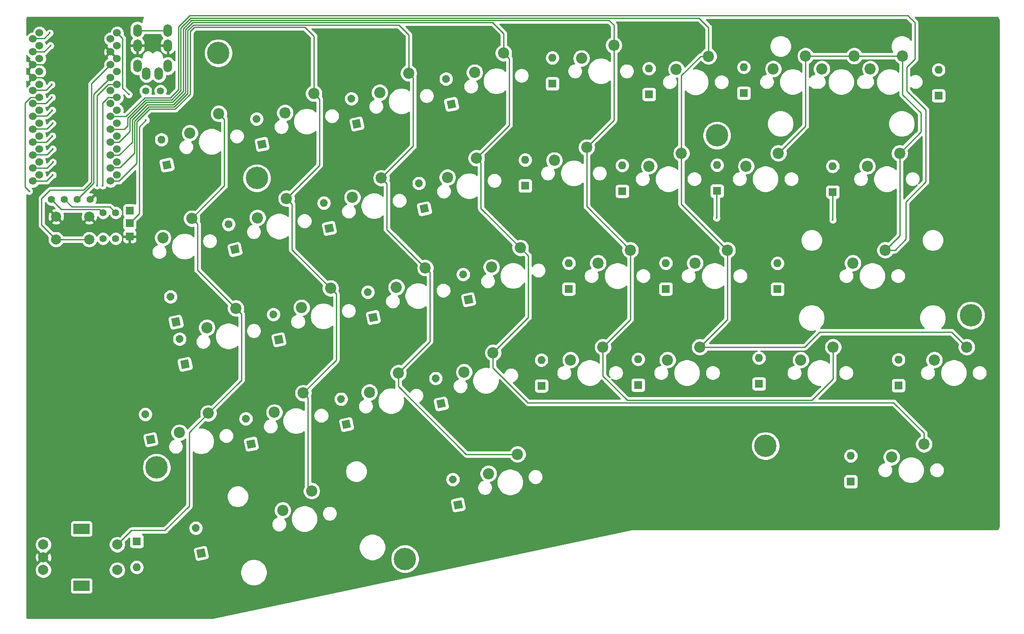
<source format=gtl>
G04 #@! TF.GenerationSoftware,KiCad,Pcbnew,(5.1.6)-1*
G04 #@! TF.CreationDate,2020-10-03T18:10:29-07:00*
G04 #@! TF.ProjectId,Alipt-Keyboard-Right,416c6970-742d-44b6-9579-626f6172642d,rev?*
G04 #@! TF.SameCoordinates,Original*
G04 #@! TF.FileFunction,Copper,L1,Top*
G04 #@! TF.FilePolarity,Positive*
%FSLAX46Y46*%
G04 Gerber Fmt 4.6, Leading zero omitted, Abs format (unit mm)*
G04 Created by KiCad (PCBNEW (5.1.6)-1) date 2020-10-03 18:10:29*
%MOMM*%
%LPD*%
G01*
G04 APERTURE LIST*
G04 #@! TA.AperFunction,ComponentPad*
%ADD10C,1.524000*%
G04 #@! TD*
G04 #@! TA.AperFunction,ComponentPad*
%ADD11C,1.397000*%
G04 #@! TD*
G04 #@! TA.AperFunction,ComponentPad*
%ADD12R,1.524000X1.524000*%
G04 #@! TD*
G04 #@! TA.AperFunction,ComponentPad*
%ADD13O,1.700000X2.500000*%
G04 #@! TD*
G04 #@! TA.AperFunction,ComponentPad*
%ADD14C,4.400000*%
G04 #@! TD*
G04 #@! TA.AperFunction,ComponentPad*
%ADD15C,2.000000*%
G04 #@! TD*
G04 #@! TA.AperFunction,ComponentPad*
%ADD16R,3.200000X2.000000*%
G04 #@! TD*
G04 #@! TA.AperFunction,ComponentPad*
%ADD17C,0.100000*%
G04 #@! TD*
G04 #@! TA.AperFunction,ComponentPad*
%ADD18R,1.600000X1.600000*%
G04 #@! TD*
G04 #@! TA.AperFunction,ComponentPad*
%ADD19O,1.600000X1.600000*%
G04 #@! TD*
G04 #@! TA.AperFunction,ComponentPad*
%ADD20C,2.200000*%
G04 #@! TD*
G04 #@! TA.AperFunction,ViaPad*
%ADD21C,0.400000*%
G04 #@! TD*
G04 #@! TA.AperFunction,Conductor*
%ADD22C,0.250000*%
G04 #@! TD*
G04 #@! TA.AperFunction,Conductor*
%ADD23C,0.254000*%
G04 #@! TD*
G04 APERTURE END LIST*
D10*
X71719689Y-54243742D03*
X56479689Y-72023742D03*
X71719689Y-64403742D03*
X56479689Y-61863742D03*
X56479689Y-56783742D03*
X71719689Y-74563742D03*
X56479689Y-54243742D03*
X56479689Y-49163742D03*
X71719689Y-69483742D03*
X56479689Y-77103742D03*
X71719689Y-61863742D03*
X71719689Y-51703742D03*
X71719689Y-56783742D03*
X71719689Y-59323742D03*
X71719689Y-72023742D03*
X71719689Y-66943742D03*
X56479689Y-69483742D03*
X56479689Y-66943742D03*
X71719689Y-77103742D03*
X56479689Y-74563742D03*
X56479689Y-51703742D03*
X71719689Y-49163742D03*
X56479689Y-64403742D03*
X56479689Y-59323742D03*
X73018504Y-47967997D03*
X73018504Y-50507997D03*
X73018504Y-53047997D03*
X73018504Y-55587997D03*
X73018504Y-58127997D03*
X73018504Y-60667997D03*
X73018504Y-63207997D03*
X73018504Y-65747997D03*
X73018504Y-68287997D03*
X73018504Y-70827997D03*
X73018504Y-73367997D03*
X73018504Y-75907997D03*
X57778504Y-75907997D03*
X57778504Y-73367997D03*
X57778504Y-70827997D03*
X57778504Y-68287997D03*
X57778504Y-65747997D03*
X57778504Y-63207997D03*
X57778504Y-60667997D03*
X57778504Y-58127997D03*
X57778504Y-55587997D03*
X57778504Y-53047997D03*
X57778504Y-50507997D03*
X57778504Y-47967997D03*
D11*
X78612994Y-59372507D03*
X67769875Y-80723518D03*
X65229875Y-80723518D03*
X62689875Y-80723518D03*
X60149875Y-80723518D03*
D12*
X75501498Y-82907501D03*
X75501498Y-85407501D03*
X75501498Y-88007501D03*
D13*
X82970998Y-54496002D03*
X78770998Y-55996002D03*
X82970998Y-47496002D03*
X82970998Y-50496002D03*
X77020998Y-47496002D03*
X77020998Y-50496002D03*
X77020998Y-54496002D03*
X81220998Y-55996002D03*
D11*
X72754772Y-83331225D03*
X72754772Y-88411225D03*
X70256032Y-88411217D03*
X70256032Y-83331217D03*
X81533997Y-59372501D03*
D14*
X100456998Y-76517504D03*
X92900500Y-51943000D03*
X240664997Y-103505006D03*
D15*
X73039998Y-148566502D03*
X73039998Y-153566502D03*
D16*
X66039998Y-145466502D03*
X66039998Y-156666502D03*
D15*
X58539998Y-148566502D03*
X58539998Y-151066502D03*
X58539998Y-153566502D03*
X67538872Y-84089016D03*
X67538872Y-88589016D03*
X61038872Y-84089016D03*
X61038872Y-88589016D03*
D14*
X129539995Y-151384009D03*
X80772006Y-133413500D03*
X190817500Y-68135500D03*
X200342504Y-129158999D03*
G04 #@! TA.AperFunction,ComponentPad*
G36*
G01*
X81904090Y-69755281D02*
X81904090Y-69755281D01*
G75*
G02*
X80955243Y-69139092I-166329J782518D01*
G01*
X80955243Y-69139092D01*
G75*
G02*
X81571432Y-68190245I782518J166329D01*
G01*
X81571432Y-68190245D01*
G75*
G02*
X82520279Y-68806434I166329J-782518D01*
G01*
X82520279Y-68806434D01*
G75*
G02*
X81904090Y-69755281I-782518J-166329D01*
G01*
G37*
G04 #@! TD.AperFunction*
G04 #@! TA.AperFunction,ComponentPad*
D17*
G36*
X83742799Y-74557942D02*
G01*
X82177763Y-74890600D01*
X81845105Y-73325564D01*
X83410141Y-72992906D01*
X83742799Y-74557942D01*
G37*
G04 #@! TD.AperFunction*
G04 #@! TA.AperFunction,ComponentPad*
G36*
X102411799Y-70493942D02*
G01*
X100846763Y-70826600D01*
X100514105Y-69261564D01*
X102079141Y-68928906D01*
X102411799Y-70493942D01*
G37*
G04 #@! TD.AperFunction*
G04 #@! TA.AperFunction,ComponentPad*
G36*
G01*
X100573090Y-65691281D02*
X100573090Y-65691281D01*
G75*
G02*
X99624243Y-65075092I-166329J782518D01*
G01*
X99624243Y-65075092D01*
G75*
G02*
X100240432Y-64126245I782518J166329D01*
G01*
X100240432Y-64126245D01*
G75*
G02*
X101189279Y-64742434I166329J-782518D01*
G01*
X101189279Y-64742434D01*
G75*
G02*
X100573090Y-65691281I-782518J-166329D01*
G01*
G37*
G04 #@! TD.AperFunction*
G04 #@! TA.AperFunction,ComponentPad*
G36*
X121017299Y-66493442D02*
G01*
X119452263Y-66826100D01*
X119119605Y-65261064D01*
X120684641Y-64928406D01*
X121017299Y-66493442D01*
G37*
G04 #@! TD.AperFunction*
G04 #@! TA.AperFunction,ComponentPad*
G36*
G01*
X119178590Y-61690781D02*
X119178590Y-61690781D01*
G75*
G02*
X118229743Y-61074592I-166329J782518D01*
G01*
X118229743Y-61074592D01*
G75*
G02*
X118845932Y-60125745I782518J166329D01*
G01*
X118845932Y-60125745D01*
G75*
G02*
X119794779Y-60741934I166329J-782518D01*
G01*
X119794779Y-60741934D01*
G75*
G02*
X119178590Y-61690781I-782518J-166329D01*
G01*
G37*
G04 #@! TD.AperFunction*
G04 #@! TA.AperFunction,ComponentPad*
G36*
G01*
X137784090Y-57817281D02*
X137784090Y-57817281D01*
G75*
G02*
X136835243Y-57201092I-166329J782518D01*
G01*
X136835243Y-57201092D01*
G75*
G02*
X137451432Y-56252245I782518J166329D01*
G01*
X137451432Y-56252245D01*
G75*
G02*
X138400279Y-56868434I166329J-782518D01*
G01*
X138400279Y-56868434D01*
G75*
G02*
X137784090Y-57817281I-782518J-166329D01*
G01*
G37*
G04 #@! TD.AperFunction*
G04 #@! TA.AperFunction,ComponentPad*
G36*
X139622799Y-62619942D02*
G01*
X138057763Y-62952600D01*
X137725105Y-61387564D01*
X139290141Y-61054906D01*
X139622799Y-62619942D01*
G37*
G04 #@! TD.AperFunction*
D18*
X158496000Y-57975500D03*
D19*
X158496000Y-52895500D03*
X177482500Y-54991000D03*
D18*
X177482500Y-60071000D03*
X196088000Y-59817000D03*
D19*
X196088000Y-54737000D03*
G04 #@! TA.AperFunction,ComponentPad*
D17*
G36*
X85520799Y-105418942D02*
G01*
X83955763Y-105751600D01*
X83623105Y-104186564D01*
X85188141Y-103853906D01*
X85520799Y-105418942D01*
G37*
G04 #@! TD.AperFunction*
G04 #@! TA.AperFunction,ComponentPad*
G36*
G01*
X83682090Y-100616281D02*
X83682090Y-100616281D01*
G75*
G02*
X82733243Y-100000092I-166329J782518D01*
G01*
X82733243Y-100000092D01*
G75*
G02*
X83349432Y-99051245I782518J166329D01*
G01*
X83349432Y-99051245D01*
G75*
G02*
X84298279Y-99667434I166329J-782518D01*
G01*
X84298279Y-99667434D01*
G75*
G02*
X83682090Y-100616281I-782518J-166329D01*
G01*
G37*
G04 #@! TD.AperFunction*
G04 #@! TA.AperFunction,ComponentPad*
G36*
G01*
X95113834Y-86372359D02*
X95113834Y-86372359D01*
G75*
G02*
X94144059Y-85789660I-193538J776237D01*
G01*
X94144059Y-85789660D01*
G75*
G02*
X94726758Y-84819885I776237J193538D01*
G01*
X94726758Y-84819885D01*
G75*
G02*
X95696533Y-85402584I193538J-776237D01*
G01*
X95696533Y-85402584D01*
G75*
G02*
X95113834Y-86372359I-776237J-193538D01*
G01*
G37*
G04 #@! TD.AperFunction*
G04 #@! TA.AperFunction,ComponentPad*
G36*
X97119033Y-91107923D02*
G01*
X95566560Y-91494998D01*
X95179485Y-89942525D01*
X96731958Y-89555450D01*
X97119033Y-91107923D01*
G37*
G04 #@! TD.AperFunction*
G04 #@! TA.AperFunction,ComponentPad*
G36*
G01*
X113781090Y-82201281D02*
X113781090Y-82201281D01*
G75*
G02*
X112832243Y-81585092I-166329J782518D01*
G01*
X112832243Y-81585092D01*
G75*
G02*
X113448432Y-80636245I782518J166329D01*
G01*
X113448432Y-80636245D01*
G75*
G02*
X114397279Y-81252434I166329J-782518D01*
G01*
X114397279Y-81252434D01*
G75*
G02*
X113781090Y-82201281I-782518J-166329D01*
G01*
G37*
G04 #@! TD.AperFunction*
G04 #@! TA.AperFunction,ComponentPad*
G36*
X115619799Y-87003942D02*
G01*
X114054763Y-87336600D01*
X113722105Y-85771564D01*
X115287141Y-85438906D01*
X115619799Y-87003942D01*
G37*
G04 #@! TD.AperFunction*
G04 #@! TA.AperFunction,ComponentPad*
G36*
X134288799Y-83130442D02*
G01*
X132723763Y-83463100D01*
X132391105Y-81898064D01*
X133956141Y-81565406D01*
X134288799Y-83130442D01*
G37*
G04 #@! TD.AperFunction*
G04 #@! TA.AperFunction,ComponentPad*
G36*
G01*
X132450090Y-78327781D02*
X132450090Y-78327781D01*
G75*
G02*
X131501243Y-77711592I-166329J782518D01*
G01*
X131501243Y-77711592D01*
G75*
G02*
X132117432Y-76762745I782518J166329D01*
G01*
X132117432Y-76762745D01*
G75*
G02*
X133066279Y-77378934I166329J-782518D01*
G01*
X133066279Y-77378934D01*
G75*
G02*
X132450090Y-78327781I-782518J-166329D01*
G01*
G37*
G04 #@! TD.AperFunction*
D19*
X153162000Y-72961500D03*
D18*
X153162000Y-78041500D03*
X172212000Y-79121000D03*
D19*
X172212000Y-74041000D03*
X234315000Y-55245000D03*
D18*
X234315000Y-60325000D03*
G04 #@! TA.AperFunction,ComponentPad*
G36*
G01*
X85460090Y-108934781D02*
X85460090Y-108934781D01*
G75*
G02*
X84511243Y-108318592I-166329J782518D01*
G01*
X84511243Y-108318592D01*
G75*
G02*
X85127432Y-107369745I782518J166329D01*
G01*
X85127432Y-107369745D01*
G75*
G02*
X86076279Y-107985934I166329J-782518D01*
G01*
X86076279Y-107985934D01*
G75*
G02*
X85460090Y-108934781I-782518J-166329D01*
G01*
G37*
G04 #@! TD.AperFunction*
G04 #@! TA.AperFunction,ComponentPad*
D17*
G36*
X87298799Y-113737442D02*
G01*
X85733763Y-114070100D01*
X85401105Y-112505064D01*
X86966141Y-112172406D01*
X87298799Y-113737442D01*
G37*
G04 #@! TD.AperFunction*
G04 #@! TA.AperFunction,ComponentPad*
G36*
X105713799Y-108911442D02*
G01*
X104148763Y-109244100D01*
X103816105Y-107679064D01*
X105381141Y-107346406D01*
X105713799Y-108911442D01*
G37*
G04 #@! TD.AperFunction*
G04 #@! TA.AperFunction,ComponentPad*
G36*
G01*
X103875090Y-104108781D02*
X103875090Y-104108781D01*
G75*
G02*
X102926243Y-103492592I-166329J782518D01*
G01*
X102926243Y-103492592D01*
G75*
G02*
X103542432Y-102543745I782518J166329D01*
G01*
X103542432Y-102543745D01*
G75*
G02*
X104491279Y-103159934I166329J-782518D01*
G01*
X104491279Y-103159934D01*
G75*
G02*
X103875090Y-104108781I-782518J-166329D01*
G01*
G37*
G04 #@! TD.AperFunction*
G04 #@! TA.AperFunction,ComponentPad*
G36*
G01*
X122417090Y-99727281D02*
X122417090Y-99727281D01*
G75*
G02*
X121468243Y-99111092I-166329J782518D01*
G01*
X121468243Y-99111092D01*
G75*
G02*
X122084432Y-98162245I782518J166329D01*
G01*
X122084432Y-98162245D01*
G75*
G02*
X123033279Y-98778434I166329J-782518D01*
G01*
X123033279Y-98778434D01*
G75*
G02*
X122417090Y-99727281I-782518J-166329D01*
G01*
G37*
G04 #@! TD.AperFunction*
G04 #@! TA.AperFunction,ComponentPad*
G36*
X124255799Y-104529942D02*
G01*
X122690763Y-104862600D01*
X122358105Y-103297564D01*
X123923141Y-102964906D01*
X124255799Y-104529942D01*
G37*
G04 #@! TD.AperFunction*
G04 #@! TA.AperFunction,ComponentPad*
G36*
X142988299Y-101037442D02*
G01*
X141423263Y-101370100D01*
X141090605Y-99805064D01*
X142655641Y-99472406D01*
X142988299Y-101037442D01*
G37*
G04 #@! TD.AperFunction*
G04 #@! TA.AperFunction,ComponentPad*
G36*
G01*
X141149590Y-96234781D02*
X141149590Y-96234781D01*
G75*
G02*
X140200743Y-95618592I-166329J782518D01*
G01*
X140200743Y-95618592D01*
G75*
G02*
X140816932Y-94669745I782518J166329D01*
G01*
X140816932Y-94669745D01*
G75*
G02*
X141765779Y-95285934I166329J-782518D01*
G01*
X141765779Y-95285934D01*
G75*
G02*
X141149590Y-96234781I-782518J-166329D01*
G01*
G37*
G04 #@! TD.AperFunction*
D18*
X161734500Y-98298000D03*
D19*
X161734500Y-93218000D03*
X180784500Y-93218000D03*
D18*
X180784500Y-98298000D03*
X190817500Y-79057500D03*
D19*
X190817500Y-73977500D03*
G04 #@! TA.AperFunction,ComponentPad*
G36*
G01*
X78729090Y-123730281D02*
X78729090Y-123730281D01*
G75*
G02*
X77780243Y-123114092I-166329J782518D01*
G01*
X77780243Y-123114092D01*
G75*
G02*
X78396432Y-122165245I782518J166329D01*
G01*
X78396432Y-122165245D01*
G75*
G02*
X79345279Y-122781434I166329J-782518D01*
G01*
X79345279Y-122781434D01*
G75*
G02*
X78729090Y-123730281I-782518J-166329D01*
G01*
G37*
G04 #@! TD.AperFunction*
G04 #@! TA.AperFunction,ComponentPad*
D17*
G36*
X80567799Y-128532942D02*
G01*
X79002763Y-128865600D01*
X78670105Y-127300564D01*
X80235141Y-126967906D01*
X80567799Y-128532942D01*
G37*
G04 #@! TD.AperFunction*
G04 #@! TA.AperFunction,ComponentPad*
G36*
G01*
X98477590Y-124619281D02*
X98477590Y-124619281D01*
G75*
G02*
X97528743Y-124003092I-166329J782518D01*
G01*
X97528743Y-124003092D01*
G75*
G02*
X98144932Y-123054245I782518J166329D01*
G01*
X98144932Y-123054245D01*
G75*
G02*
X99093779Y-123670434I166329J-782518D01*
G01*
X99093779Y-123670434D01*
G75*
G02*
X98477590Y-124619281I-782518J-166329D01*
G01*
G37*
G04 #@! TD.AperFunction*
G04 #@! TA.AperFunction,ComponentPad*
G36*
X100316299Y-129421942D02*
G01*
X98751263Y-129754600D01*
X98418605Y-128189564D01*
X99983641Y-127856906D01*
X100316299Y-129421942D01*
G37*
G04 #@! TD.AperFunction*
G04 #@! TA.AperFunction,ComponentPad*
G36*
X118985299Y-125548442D02*
G01*
X117420263Y-125881100D01*
X117087605Y-124316064D01*
X118652641Y-123983406D01*
X118985299Y-125548442D01*
G37*
G04 #@! TD.AperFunction*
G04 #@! TA.AperFunction,ComponentPad*
G36*
G01*
X117146590Y-120745781D02*
X117146590Y-120745781D01*
G75*
G02*
X116197743Y-120129592I-166329J782518D01*
G01*
X116197743Y-120129592D01*
G75*
G02*
X116813932Y-119180745I782518J166329D01*
G01*
X116813932Y-119180745D01*
G75*
G02*
X117762779Y-119796934I166329J-782518D01*
G01*
X117762779Y-119796934D01*
G75*
G02*
X117146590Y-120745781I-782518J-166329D01*
G01*
G37*
G04 #@! TD.AperFunction*
G04 #@! TA.AperFunction,ComponentPad*
G36*
G01*
X135752090Y-116681781D02*
X135752090Y-116681781D01*
G75*
G02*
X134803243Y-116065592I-166329J782518D01*
G01*
X134803243Y-116065592D01*
G75*
G02*
X135419432Y-115116745I782518J166329D01*
G01*
X135419432Y-115116745D01*
G75*
G02*
X136368279Y-115732934I166329J-782518D01*
G01*
X136368279Y-115732934D01*
G75*
G02*
X135752090Y-116681781I-782518J-166329D01*
G01*
G37*
G04 #@! TD.AperFunction*
G04 #@! TA.AperFunction,ComponentPad*
G36*
X137590799Y-121484442D02*
G01*
X136025763Y-121817100D01*
X135693105Y-120252064D01*
X137258141Y-119919406D01*
X137590799Y-121484442D01*
G37*
G04 #@! TD.AperFunction*
D19*
X156337000Y-112268000D03*
D18*
X156337000Y-117348000D03*
X175323500Y-117221000D03*
D19*
X175323500Y-112141000D03*
X213550500Y-74168000D03*
D18*
X213550500Y-79248000D03*
G04 #@! TA.AperFunction,ComponentPad*
D17*
G36*
X90473799Y-150884942D02*
G01*
X88908763Y-151217600D01*
X88576105Y-149652564D01*
X90141141Y-149319906D01*
X90473799Y-150884942D01*
G37*
G04 #@! TD.AperFunction*
G04 #@! TA.AperFunction,ComponentPad*
G36*
G01*
X88635090Y-146082281D02*
X88635090Y-146082281D01*
G75*
G02*
X87686243Y-145466092I-166329J782518D01*
G01*
X87686243Y-145466092D01*
G75*
G02*
X88302432Y-144517245I782518J166329D01*
G01*
X88302432Y-144517245D01*
G75*
G02*
X89251279Y-145133434I166329J-782518D01*
G01*
X89251279Y-145133434D01*
G75*
G02*
X88635090Y-146082281I-782518J-166329D01*
G01*
G37*
G04 #@! TD.AperFunction*
G04 #@! TA.AperFunction,ComponentPad*
G36*
X140956299Y-141359942D02*
G01*
X139391263Y-141692600D01*
X139058605Y-140127564D01*
X140623641Y-139794906D01*
X140956299Y-141359942D01*
G37*
G04 #@! TD.AperFunction*
G04 #@! TA.AperFunction,ComponentPad*
G36*
G01*
X139117590Y-136557281D02*
X139117590Y-136557281D01*
G75*
G02*
X138168743Y-135941092I-166329J782518D01*
G01*
X138168743Y-135941092D01*
G75*
G02*
X138784932Y-134992245I782518J166329D01*
G01*
X138784932Y-134992245D01*
G75*
G02*
X139733779Y-135608434I166329J-782518D01*
G01*
X139733779Y-135608434D01*
G75*
G02*
X139117590Y-136557281I-782518J-166329D01*
G01*
G37*
G04 #@! TD.AperFunction*
D19*
X217106500Y-131127500D03*
D18*
X217106500Y-136207500D03*
X199072500Y-116967000D03*
D19*
X199072500Y-111887000D03*
X226441000Y-112204500D03*
D18*
X226441000Y-117284500D03*
X202692000Y-98361500D03*
D19*
X202692000Y-93281500D03*
D18*
X76885800Y-147929600D03*
D19*
X76885800Y-153009600D03*
D20*
X87312162Y-67649648D03*
X92995304Y-63844914D03*
X111664304Y-59880500D03*
X105981162Y-63685234D03*
X130269804Y-55907414D03*
X124586662Y-59712148D03*
X143224358Y-55747734D03*
X148907500Y-51943000D03*
X170561000Y-50419000D03*
X164211000Y-52959000D03*
X182816500Y-55118000D03*
X189166500Y-52578000D03*
X201866500Y-55054500D03*
X208216500Y-52514500D03*
X82010358Y-88259734D03*
X87693500Y-84455000D03*
X106266804Y-80518000D03*
X100583662Y-84322734D03*
X119221358Y-80322234D03*
X124904500Y-76517500D03*
X143573500Y-72580500D03*
X137890358Y-76385234D03*
X158877000Y-73025000D03*
X165227000Y-70485000D03*
X183832500Y-71628000D03*
X177482500Y-74168000D03*
X96329500Y-102108000D03*
X90646358Y-105912734D03*
X109251858Y-101975734D03*
X114935000Y-98171000D03*
X133540500Y-94170500D03*
X127857358Y-97975234D03*
X146526358Y-94038234D03*
X152209500Y-90233500D03*
X173799500Y-90678000D03*
X167449500Y-93218000D03*
X186499500Y-93218000D03*
X192849500Y-90678000D03*
X196532500Y-74168000D03*
X202882500Y-71628000D03*
X90932000Y-122745500D03*
X85248858Y-126550234D03*
X109568804Y-118772414D03*
X103885662Y-122577148D03*
X128237804Y-114835414D03*
X122554662Y-118640148D03*
X146843304Y-110834914D03*
X141160162Y-114639648D03*
X162052000Y-112268000D03*
X168402000Y-109728000D03*
X187452000Y-109728000D03*
X181102000Y-112268000D03*
X226695000Y-71628000D03*
X220345000Y-74168000D03*
X111219804Y-138012914D03*
X105536662Y-141817648D03*
X151638000Y-130810000D03*
X145954858Y-134614734D03*
X231457500Y-128841500D03*
X225107500Y-131381500D03*
X213614000Y-109728000D03*
X207264000Y-112268000D03*
X239839500Y-109728000D03*
X233489500Y-112268000D03*
X217487504Y-93218006D03*
X223837504Y-90678006D03*
X220916500Y-55054500D03*
X227266500Y-52514500D03*
X211391500Y-55054500D03*
X217741500Y-52514500D03*
D21*
X60337700Y-65760600D03*
X60312300Y-68262500D03*
X60375800Y-70815200D03*
X190741300Y-84353400D03*
X60413900Y-73380600D03*
X213563200Y-84734400D03*
X60401200Y-75907900D03*
X60032900Y-53047900D03*
X60083700Y-55613300D03*
X176822100Y-106375200D03*
X163664900Y-103632000D03*
X229158800Y-73761600D03*
X60985400Y-45758100D03*
X84010500Y-69837300D03*
X220154500Y-133604000D03*
X129768600Y-134683500D03*
X59804300Y-47993300D03*
X78676500Y-65151000D03*
X75323700Y-60083700D03*
X60236100Y-60667900D03*
X70205600Y-78003400D03*
X60159900Y-58127900D03*
X69088000Y-78003400D03*
X60286900Y-63182500D03*
X55753000Y-79095600D03*
X59918600Y-50495200D03*
D22*
X56588433Y-66834998D02*
X56479689Y-66943742D01*
X59263302Y-66834998D02*
X56588433Y-66834998D01*
X60337700Y-65760600D02*
X59263302Y-66834998D01*
X59091058Y-69483742D02*
X56479689Y-69483742D01*
X60312300Y-68262500D02*
X59091058Y-69483742D01*
X56588433Y-71914998D02*
X56479689Y-72023742D01*
X59276002Y-71914998D02*
X56588433Y-71914998D01*
X60375800Y-70815200D02*
X59276002Y-71914998D01*
X190741300Y-79133700D02*
X190817500Y-79057500D01*
X190741300Y-84353400D02*
X190741300Y-79133700D01*
X59230758Y-74563742D02*
X56479689Y-74563742D01*
X60413900Y-73380600D02*
X59230758Y-74563742D01*
X213563200Y-79260700D02*
X213550500Y-79248000D01*
X213563200Y-84734400D02*
X213563200Y-79260700D01*
X59205358Y-77103742D02*
X56479689Y-77103742D01*
X60401200Y-75907900D02*
X59205358Y-77103742D01*
X58837058Y-54243742D02*
X56479689Y-54243742D01*
X60032900Y-53047900D02*
X58837058Y-54243742D01*
X58913258Y-56783742D02*
X56479689Y-56783742D01*
X60083700Y-55613300D02*
X58913258Y-56783742D01*
X56588433Y-49054998D02*
X56479689Y-49163742D01*
X58742602Y-49054998D02*
X56588433Y-49054998D01*
X59804300Y-47993300D02*
X58742602Y-49054998D01*
X75501498Y-85407501D02*
X77361210Y-83547789D01*
X77361210Y-83547789D02*
X77361210Y-66466290D01*
X77361210Y-66466290D02*
X78676500Y-65151000D01*
X74105505Y-58865505D02*
X75323700Y-60083700D01*
X74105505Y-49054998D02*
X74105505Y-58865505D01*
X73018504Y-47967997D02*
X74105505Y-49054998D01*
X71719689Y-56783742D02*
X68440300Y-60063131D01*
X68440300Y-77513093D02*
X65229875Y-80723518D01*
X68440300Y-60063131D02*
X68440300Y-77513093D01*
X77020998Y-47496002D02*
X82970998Y-47496002D01*
X59040258Y-61863742D02*
X56479689Y-61863742D01*
X60236100Y-60667900D02*
X59040258Y-61863742D01*
X71940874Y-60667997D02*
X73018504Y-60667997D01*
X71832130Y-60776741D02*
X71940874Y-60667997D01*
X64149065Y-82182708D02*
X62689875Y-80723518D01*
X71606255Y-82182708D02*
X64149065Y-82182708D01*
X72754772Y-83331225D02*
X71606255Y-82182708D01*
X71306672Y-60667997D02*
X73018504Y-60667997D01*
X70205600Y-61769069D02*
X71306672Y-60667997D01*
X70205600Y-78003400D02*
X70205600Y-61769069D01*
X59072802Y-59214998D02*
X56588433Y-59214998D01*
X56588433Y-59214998D02*
X56479689Y-59323742D01*
X60159900Y-58127900D02*
X59072802Y-59214998D01*
X62059075Y-82632718D02*
X60149875Y-80723518D01*
X69557533Y-82632718D02*
X62059075Y-82632718D01*
X70256032Y-83331217D02*
X69557533Y-82632718D01*
X71306672Y-58127997D02*
X73018504Y-58127997D01*
X69088000Y-60346669D02*
X71306672Y-58127997D01*
X69088000Y-78003400D02*
X69088000Y-60346669D01*
X61038872Y-88589016D02*
X67538872Y-88589016D01*
X58204100Y-85754244D02*
X61038872Y-88589016D01*
X58204100Y-80543400D02*
X58204100Y-85754244D01*
X67990290Y-57973141D02*
X67990290Y-77326693D01*
X67990290Y-77326693D02*
X66449983Y-78867000D01*
X66449983Y-78867000D02*
X59880500Y-78867000D01*
X71719689Y-54243742D02*
X67990290Y-57973141D01*
X59880500Y-78867000D02*
X58204100Y-80543400D01*
X56588433Y-64294998D02*
X56479689Y-64403742D01*
X59174402Y-64294998D02*
X56588433Y-64294998D01*
X60286900Y-63182500D02*
X59174402Y-64294998D01*
X94095303Y-78053197D02*
X87693500Y-84455000D01*
X94095303Y-64944913D02*
X94095303Y-78053197D01*
X92995304Y-63844914D02*
X94095303Y-64944913D01*
X88793499Y-94571999D02*
X96329500Y-102108000D01*
X88793499Y-85554999D02*
X88793499Y-94571999D01*
X87693500Y-84455000D02*
X88793499Y-85554999D01*
X97429499Y-116248001D02*
X90932000Y-122745500D01*
X97429499Y-103207999D02*
X97429499Y-116248001D01*
X96329500Y-102108000D02*
X97429499Y-103207999D01*
X87178695Y-126498805D02*
X87178695Y-141014905D01*
X90932000Y-122745500D02*
X87178695Y-126498805D01*
X87178695Y-141014905D02*
X82410300Y-145783300D01*
X75823200Y-145783300D02*
X73039998Y-148566502D01*
X82410300Y-145783300D02*
X75823200Y-145783300D01*
X112764303Y-74020501D02*
X106266804Y-80518000D01*
X112764303Y-60980499D02*
X112764303Y-74020501D01*
X111664304Y-59880500D02*
X112764303Y-60980499D01*
X107366803Y-90602803D02*
X114935000Y-98171000D01*
X107366803Y-81617999D02*
X107366803Y-90602803D01*
X106266804Y-80518000D02*
X107366803Y-81617999D01*
X116034999Y-112306219D02*
X109568804Y-118772414D01*
X116034999Y-99270999D02*
X116034999Y-112306219D01*
X114935000Y-98171000D02*
X116034999Y-99270999D01*
X110465501Y-137258611D02*
X111219804Y-138012914D01*
X110465501Y-119669111D02*
X110465501Y-137258611D01*
X109568804Y-118772414D02*
X110465501Y-119669111D01*
X111664304Y-48608804D02*
X111664304Y-59880500D01*
X109901564Y-46846064D02*
X111664304Y-48608804D01*
X88231136Y-46846064D02*
X109901564Y-46846064D01*
X87337900Y-60052650D02*
X87337900Y-47739300D01*
X84434504Y-62956046D02*
X87337900Y-60052650D01*
X71719689Y-77103742D02*
X73431521Y-77103742D01*
X87337900Y-47739300D02*
X88231136Y-46846064D01*
X76911200Y-73624063D02*
X76911200Y-65469910D01*
X76911200Y-65469910D02*
X79425065Y-62956046D01*
X73431521Y-77103742D02*
X76911200Y-73624063D01*
X79425065Y-62956046D02*
X84434504Y-62956046D01*
X128237804Y-117474624D02*
X128237804Y-114835414D01*
X141573180Y-130810000D02*
X128237804Y-117474624D01*
X151638000Y-130810000D02*
X141573180Y-130810000D01*
X134437197Y-108636021D02*
X134437197Y-95067197D01*
X134437197Y-95067197D02*
X133540500Y-94170500D01*
X128237804Y-114835414D02*
X134437197Y-108636021D01*
X126004499Y-86634499D02*
X133540500Y-94170500D01*
X126004499Y-77617499D02*
X126004499Y-86634499D01*
X124904500Y-76517500D02*
X126004499Y-77617499D01*
X131166501Y-56804111D02*
X130269804Y-55907414D01*
X131166501Y-70255499D02*
X131166501Y-56804111D01*
X124904500Y-76517500D02*
X131166501Y-70255499D01*
X86877340Y-59876800D02*
X86877340Y-47558068D01*
X84248103Y-62506037D02*
X86877340Y-59876800D01*
X79238664Y-62506036D02*
X84248103Y-62506037D01*
X76452185Y-71543078D02*
X76452185Y-65292515D01*
X73540265Y-74454998D02*
X76452185Y-71543078D01*
X86877340Y-47558068D02*
X88039354Y-46396054D01*
X71828433Y-74454998D02*
X73540265Y-74454998D01*
X76452185Y-65292515D02*
X79238664Y-62506036D01*
X71719689Y-74563742D02*
X71828433Y-74454998D01*
X130269804Y-55907414D02*
X130269804Y-48354804D01*
X128311055Y-46396055D02*
X89214547Y-46396055D01*
X130269804Y-48354804D02*
X128311055Y-46396055D01*
X88039354Y-46396054D02*
X89214546Y-46396054D01*
X89214547Y-46396055D02*
X89214546Y-46396054D01*
X89214546Y-46396054D02*
X89518734Y-46396054D01*
X150007499Y-66146501D02*
X143573500Y-72580500D01*
X150007499Y-53042999D02*
X150007499Y-66146501D01*
X148907500Y-51943000D02*
X150007499Y-53042999D01*
X144470197Y-82494197D02*
X152209500Y-90233500D01*
X144470197Y-73477197D02*
X144470197Y-82494197D01*
X143573500Y-72580500D02*
X144470197Y-73477197D01*
X152209500Y-90233500D02*
X153771600Y-91795600D01*
X153771600Y-103906618D02*
X146843304Y-110834914D01*
X153771600Y-91795600D02*
X153771600Y-103906618D01*
X73431521Y-72023742D02*
X76002175Y-69453088D01*
X71719689Y-72023742D02*
X73431521Y-72023742D01*
X76002175Y-65082125D02*
X79028272Y-62056028D01*
X76002175Y-69453088D02*
X76002175Y-65082125D01*
X82952573Y-62056027D02*
X84061703Y-62056027D01*
X79028272Y-62056028D02*
X82952573Y-62056027D01*
X87852954Y-45946044D02*
X88229456Y-45946044D01*
X86427331Y-47371667D02*
X87852954Y-45946044D01*
X86427330Y-59690400D02*
X86427331Y-47371667D01*
X84061702Y-62056028D02*
X86427330Y-59690400D01*
X82952573Y-62056027D02*
X84061702Y-62056028D01*
X89156556Y-45946044D02*
X146745944Y-45946044D01*
X89156556Y-45946044D02*
X89332334Y-45946044D01*
X88229456Y-45946044D02*
X89156556Y-45946044D01*
X148907500Y-48107600D02*
X148907500Y-51943000D01*
X146745944Y-45946044D02*
X148907500Y-48107600D01*
X231457500Y-128841500D02*
X231457500Y-126631700D01*
X231457500Y-126631700D02*
X225494010Y-120668210D01*
X166604110Y-120668210D02*
X166172310Y-120668210D01*
X225494010Y-120668210D02*
X166604110Y-120668210D01*
X146843304Y-110834914D02*
X146843304Y-113823304D01*
X153688210Y-120668210D02*
X154477290Y-120668210D01*
X146843304Y-113823304D02*
X153688210Y-120668210D01*
X166604110Y-120668210D02*
X154477290Y-120668210D01*
X173799500Y-104330500D02*
X168402000Y-109728000D01*
X173799500Y-90678000D02*
X173799500Y-104330500D01*
X168402000Y-109728000D02*
X168402000Y-115417600D01*
X168402000Y-115417600D02*
X173202600Y-120218200D01*
X173202600Y-120218200D02*
X209461100Y-120218200D01*
X213614000Y-116065300D02*
X213614000Y-109728000D01*
X209461100Y-120218200D02*
X213614000Y-116065300D01*
X170561000Y-65151000D02*
X165227000Y-70485000D01*
X170561000Y-50419000D02*
X170561000Y-65151000D01*
X165227000Y-82105500D02*
X173799500Y-90678000D01*
X165227000Y-70485000D02*
X165227000Y-82105500D01*
X73431521Y-69483742D02*
X75552165Y-67363098D01*
X71719689Y-69483742D02*
X73431521Y-69483742D01*
X75552165Y-64884435D02*
X78830582Y-61606018D01*
X75552165Y-67363098D02*
X75552165Y-64884435D01*
X83875302Y-61606018D02*
X85977320Y-59504000D01*
X78830582Y-61606018D02*
X83875302Y-61606018D01*
X85977322Y-47185266D02*
X87666554Y-45496034D01*
X87666554Y-45496034D02*
X87917466Y-45496034D01*
X85977320Y-47982280D02*
X85977322Y-47185266D01*
X85977320Y-59504000D02*
X85977320Y-47982280D01*
X170561000Y-50419000D02*
X170561000Y-46448534D01*
X169608500Y-45496034D02*
X88523634Y-45496034D01*
X170561000Y-46448534D02*
X169608500Y-45496034D01*
X87917466Y-45496034D02*
X88523634Y-45496034D01*
X88523634Y-45496034D02*
X89145934Y-45496034D01*
X183832500Y-56356366D02*
X183832500Y-71628000D01*
X187610866Y-52578000D02*
X183832500Y-56356366D01*
X189166500Y-52578000D02*
X187610866Y-52578000D01*
X183832500Y-81661000D02*
X192849500Y-90678000D01*
X183832500Y-71628000D02*
X183832500Y-81661000D01*
X192849500Y-104330500D02*
X187452000Y-109728000D01*
X192849500Y-90678000D02*
X192849500Y-104330500D01*
X187452000Y-109728000D02*
X208051400Y-109728000D01*
X208051400Y-109728000D02*
X211010500Y-106768900D01*
X236880400Y-106768900D02*
X239839500Y-109728000D01*
X211010500Y-106768900D02*
X236880400Y-106768900D01*
X83688901Y-61156009D02*
X85527310Y-59317600D01*
X71719689Y-66943742D02*
X74381858Y-66943742D01*
X74381858Y-66943742D02*
X75102155Y-66223445D01*
X78634300Y-61156010D02*
X83688901Y-61156009D01*
X75102155Y-66223445D02*
X75102155Y-64688155D01*
X75102155Y-64688155D02*
X78634300Y-61156010D01*
X87480154Y-45046024D02*
X87846776Y-45046024D01*
X85527310Y-47682990D02*
X85527313Y-46998865D01*
X85527310Y-59317600D02*
X85527310Y-47682990D01*
X85527313Y-46998865D02*
X87480154Y-45046024D01*
X89662876Y-45046024D02*
X187311424Y-45046024D01*
X89662876Y-45046024D02*
X89890600Y-45046024D01*
X87846776Y-45046024D02*
X89662876Y-45046024D01*
X189166500Y-46901100D02*
X189166500Y-52578000D01*
X187311424Y-45046024D02*
X189166500Y-46901100D01*
X208216500Y-66294000D02*
X202882500Y-71628000D01*
X208216500Y-52514500D02*
X208216500Y-66294000D01*
X208216500Y-52514500D02*
X217741500Y-52514500D01*
X217741500Y-52514500D02*
X227266500Y-52514500D01*
X227266500Y-52514500D02*
X227266500Y-60121800D01*
X227266500Y-60121800D02*
X230873300Y-63728600D01*
X230873300Y-67449700D02*
X226695000Y-71628000D01*
X230873300Y-63728600D02*
X230873300Y-67449700D01*
X226695000Y-87820510D02*
X223837504Y-90678006D01*
X226695000Y-71628000D02*
X226695000Y-87820510D01*
X229679500Y-49809400D02*
X229679500Y-45948600D01*
X229679500Y-49809400D02*
X229679500Y-48971200D01*
X83502500Y-60706000D02*
X85077300Y-59131200D01*
X74750158Y-64403742D02*
X71719689Y-64403742D01*
X78447900Y-60706000D02*
X74750158Y-64403742D01*
X78447900Y-60706000D02*
X83502500Y-60706000D01*
X85077304Y-46812464D02*
X87293754Y-44596014D01*
X87293754Y-44596014D02*
X87788786Y-44596014D01*
X85077300Y-47701200D02*
X85077304Y-46812464D01*
X85077300Y-59131200D02*
X85077300Y-47701200D01*
X228326914Y-44596014D02*
X228688900Y-44958000D01*
X87788786Y-44596014D02*
X91522514Y-44596014D01*
X228688900Y-44958000D02*
X228326918Y-44596018D01*
X91522514Y-44596014D02*
X228326914Y-44596014D01*
X91522514Y-44596014D02*
X91706700Y-44596014D01*
X229679500Y-45948600D02*
X228688900Y-44958000D01*
X225767894Y-90678006D02*
X223837504Y-90678006D01*
X227901500Y-88544400D02*
X225767894Y-90678006D01*
X231825800Y-77279500D02*
X227901500Y-81203800D01*
X231825800Y-63119000D02*
X231825800Y-77279500D01*
X228079300Y-59372500D02*
X231825800Y-63119000D01*
X228079300Y-54711600D02*
X228079300Y-59372500D01*
X227901500Y-81203800D02*
X227901500Y-88544400D01*
X229679500Y-53111400D02*
X228079300Y-54711600D01*
X229679500Y-49809400D02*
X229679500Y-53111400D01*
X54946512Y-61788157D02*
X56066672Y-60667997D01*
X54946512Y-78289111D02*
X54946512Y-61788157D01*
X56066672Y-60667997D02*
X57778504Y-60667997D01*
X55753000Y-79095600D02*
X54946512Y-78289111D01*
X58710058Y-51703742D02*
X56479689Y-51703742D01*
X59918600Y-50495200D02*
X58710058Y-51703742D01*
D23*
G36*
X78164442Y-44906004D02*
G01*
X78161711Y-44908735D01*
X78026555Y-45111010D01*
X77933458Y-45335766D01*
X77885998Y-45574365D01*
X77885998Y-45817639D01*
X77901970Y-45897937D01*
X77850012Y-45855296D01*
X77592032Y-45717403D01*
X77312109Y-45632489D01*
X77020998Y-45603817D01*
X76729888Y-45632489D01*
X76449965Y-45717403D01*
X76191985Y-45855296D01*
X75965864Y-46040868D01*
X75780292Y-46266988D01*
X75642399Y-46524968D01*
X75557485Y-46804891D01*
X75535998Y-47023052D01*
X75535998Y-47968951D01*
X75557485Y-48187112D01*
X75642399Y-48467035D01*
X75780292Y-48725015D01*
X75965864Y-48951136D01*
X76021293Y-48996626D01*
X75856822Y-49165383D01*
X75697637Y-49410384D01*
X75589308Y-49681733D01*
X75535998Y-49969002D01*
X75535998Y-50369002D01*
X76893998Y-50369002D01*
X76893998Y-50349002D01*
X77147998Y-50349002D01*
X77147998Y-50369002D01*
X78505998Y-50369002D01*
X78505998Y-49969002D01*
X78452688Y-49681733D01*
X78344359Y-49410384D01*
X78185174Y-49165383D01*
X78020703Y-48996626D01*
X78076132Y-48951136D01*
X78261704Y-48725016D01*
X78399597Y-48467036D01*
X78463614Y-48256002D01*
X81528383Y-48256002D01*
X81592399Y-48467035D01*
X81730292Y-48725015D01*
X81915864Y-48951136D01*
X81971293Y-48996626D01*
X81806822Y-49165383D01*
X81647637Y-49410384D01*
X81539308Y-49681733D01*
X81485998Y-49969002D01*
X81485998Y-50369002D01*
X82843998Y-50369002D01*
X82843998Y-50349002D01*
X83097998Y-50349002D01*
X83097998Y-50369002D01*
X83117998Y-50369002D01*
X83117998Y-50623002D01*
X83097998Y-50623002D01*
X83097998Y-52216157D01*
X83327888Y-52337478D01*
X83421951Y-52316565D01*
X83690424Y-52201293D01*
X83931250Y-52035859D01*
X84135174Y-51826621D01*
X84294359Y-51581620D01*
X84317301Y-51524154D01*
X84317300Y-53464545D01*
X84211704Y-53266988D01*
X84026132Y-53040868D01*
X83800012Y-52855296D01*
X83542032Y-52717403D01*
X83262109Y-52632489D01*
X82970998Y-52603817D01*
X82679888Y-52632489D01*
X82399965Y-52717403D01*
X82141985Y-52855296D01*
X82090026Y-52897938D01*
X82105998Y-52817639D01*
X82105998Y-52574365D01*
X82058538Y-52335766D01*
X81965441Y-52111010D01*
X81830285Y-51908735D01*
X81658265Y-51736715D01*
X81455990Y-51601559D01*
X81231234Y-51508462D01*
X80992635Y-51461002D01*
X80749361Y-51461002D01*
X80510762Y-51508462D01*
X80286006Y-51601559D01*
X80083731Y-51736715D01*
X79995998Y-51824448D01*
X79908265Y-51736715D01*
X79705990Y-51601559D01*
X79481234Y-51508462D01*
X79242635Y-51461002D01*
X78999361Y-51461002D01*
X78760762Y-51508462D01*
X78536006Y-51601559D01*
X78333731Y-51736715D01*
X78161711Y-51908735D01*
X78026555Y-52111010D01*
X77933458Y-52335766D01*
X77885998Y-52574365D01*
X77885998Y-52817639D01*
X77901970Y-52897937D01*
X77850012Y-52855296D01*
X77592032Y-52717403D01*
X77312109Y-52632489D01*
X77020998Y-52603817D01*
X76729888Y-52632489D01*
X76449965Y-52717403D01*
X76191985Y-52855296D01*
X75965864Y-53040868D01*
X75780292Y-53266988D01*
X75642399Y-53524968D01*
X75557485Y-53804891D01*
X75535998Y-54023052D01*
X75535998Y-54968951D01*
X75557485Y-55187112D01*
X75642399Y-55467035D01*
X75780292Y-55725015D01*
X75965864Y-55951136D01*
X76191984Y-56136708D01*
X76449964Y-56274601D01*
X76729887Y-56359515D01*
X77020998Y-56388187D01*
X77285998Y-56362087D01*
X77285998Y-56468951D01*
X77307485Y-56687112D01*
X77392399Y-56967035D01*
X77530292Y-57225015D01*
X77715864Y-57451136D01*
X77941984Y-57636708D01*
X78199964Y-57774601D01*
X78479887Y-57859515D01*
X78770998Y-57888187D01*
X79062108Y-57859515D01*
X79342031Y-57774601D01*
X79600011Y-57636708D01*
X79826132Y-57451136D01*
X79995998Y-57244153D01*
X80165864Y-57451136D01*
X80391984Y-57636708D01*
X80649964Y-57774601D01*
X80929887Y-57859515D01*
X81220998Y-57888187D01*
X81512108Y-57859515D01*
X81792031Y-57774601D01*
X82050011Y-57636708D01*
X82276132Y-57451136D01*
X82461704Y-57225016D01*
X82599597Y-56967036D01*
X82684511Y-56687113D01*
X82705998Y-56468952D01*
X82705998Y-56362087D01*
X82970998Y-56388187D01*
X83262108Y-56359515D01*
X83542031Y-56274601D01*
X83800011Y-56136708D01*
X84026132Y-55951136D01*
X84211704Y-55725016D01*
X84317300Y-55527459D01*
X84317300Y-58816398D01*
X83187699Y-59946000D01*
X82739816Y-59946000D01*
X82816251Y-59761469D01*
X82867497Y-59503839D01*
X82867497Y-59241163D01*
X82816251Y-58983533D01*
X82715729Y-58740852D01*
X82569794Y-58522444D01*
X82384054Y-58336704D01*
X82165646Y-58190769D01*
X81922965Y-58090247D01*
X81665335Y-58039001D01*
X81402659Y-58039001D01*
X81145029Y-58090247D01*
X80902348Y-58190769D01*
X80683940Y-58336704D01*
X80498200Y-58522444D01*
X80352265Y-58740852D01*
X80251743Y-58983533D01*
X80200497Y-59241163D01*
X80200497Y-59503839D01*
X80251743Y-59761469D01*
X80328178Y-59946000D01*
X79818815Y-59946000D01*
X79895248Y-59761475D01*
X79946494Y-59503845D01*
X79946494Y-59241169D01*
X79895248Y-58983539D01*
X79794726Y-58740858D01*
X79648791Y-58522450D01*
X79463051Y-58336710D01*
X79244643Y-58190775D01*
X79001962Y-58090253D01*
X78744332Y-58039007D01*
X78481656Y-58039007D01*
X78224026Y-58090253D01*
X77981345Y-58190775D01*
X77762937Y-58336710D01*
X77577197Y-58522450D01*
X77431262Y-58740858D01*
X77330740Y-58983539D01*
X77279494Y-59241169D01*
X77279494Y-59503845D01*
X77330740Y-59761475D01*
X77431262Y-60004156D01*
X77577197Y-60222564D01*
X77716866Y-60362233D01*
X74435357Y-63643742D01*
X74350114Y-63643742D01*
X74361818Y-63615487D01*
X74415504Y-63345589D01*
X74415504Y-63070405D01*
X74361818Y-62800507D01*
X74256509Y-62546270D01*
X74103624Y-62317462D01*
X73909039Y-62122877D01*
X73680231Y-61969992D01*
X73602989Y-61937997D01*
X73680231Y-61906002D01*
X73909039Y-61753117D01*
X74103624Y-61558532D01*
X74256509Y-61329724D01*
X74361818Y-61075487D01*
X74415504Y-60805589D01*
X74415504Y-60530405D01*
X74361818Y-60260507D01*
X74316642Y-60151444D01*
X74540822Y-60375624D01*
X74583733Y-60479221D01*
X74675113Y-60615981D01*
X74791419Y-60732287D01*
X74928179Y-60823667D01*
X75080140Y-60886611D01*
X75241460Y-60918700D01*
X75405940Y-60918700D01*
X75567260Y-60886611D01*
X75719221Y-60823667D01*
X75855981Y-60732287D01*
X75972287Y-60615981D01*
X76063667Y-60479221D01*
X76126611Y-60327260D01*
X76158700Y-60165940D01*
X76158700Y-60001460D01*
X76126611Y-59840140D01*
X76063667Y-59688179D01*
X75972287Y-59551419D01*
X75855981Y-59435113D01*
X75719221Y-59343733D01*
X75615624Y-59300822D01*
X74865505Y-58550704D01*
X74865505Y-50623002D01*
X75535998Y-50623002D01*
X75535998Y-51023002D01*
X75589308Y-51310271D01*
X75697637Y-51581620D01*
X75856822Y-51826621D01*
X76060746Y-52035859D01*
X76301572Y-52201293D01*
X76570045Y-52316565D01*
X76664108Y-52337478D01*
X76893998Y-52216157D01*
X76893998Y-50623002D01*
X77147998Y-50623002D01*
X77147998Y-52216157D01*
X77377888Y-52337478D01*
X77471951Y-52316565D01*
X77740424Y-52201293D01*
X77981250Y-52035859D01*
X78185174Y-51826621D01*
X78344359Y-51581620D01*
X78452688Y-51310271D01*
X78505998Y-51023002D01*
X78505998Y-50623002D01*
X81485998Y-50623002D01*
X81485998Y-51023002D01*
X81539308Y-51310271D01*
X81647637Y-51581620D01*
X81806822Y-51826621D01*
X82010746Y-52035859D01*
X82251572Y-52201293D01*
X82520045Y-52316565D01*
X82614108Y-52337478D01*
X82843998Y-52216157D01*
X82843998Y-50623002D01*
X81485998Y-50623002D01*
X78505998Y-50623002D01*
X77147998Y-50623002D01*
X76893998Y-50623002D01*
X75535998Y-50623002D01*
X74865505Y-50623002D01*
X74865505Y-49092331D01*
X74869182Y-49054998D01*
X74854508Y-48906012D01*
X74811051Y-48762751D01*
X74740479Y-48630722D01*
X74669304Y-48543995D01*
X74645506Y-48514997D01*
X74616508Y-48491199D01*
X74384876Y-48259567D01*
X74415504Y-48105589D01*
X74415504Y-47830405D01*
X74361818Y-47560507D01*
X74256509Y-47306270D01*
X74103624Y-47077462D01*
X73909039Y-46882877D01*
X73680231Y-46729992D01*
X73425994Y-46624683D01*
X73156096Y-46570997D01*
X72880912Y-46570997D01*
X72611014Y-46624683D01*
X72356777Y-46729992D01*
X72127969Y-46882877D01*
X71933384Y-47077462D01*
X71780499Y-47306270D01*
X71675190Y-47560507D01*
X71634167Y-47766742D01*
X71582097Y-47766742D01*
X71312199Y-47820428D01*
X71057962Y-47925737D01*
X70829154Y-48078622D01*
X70634569Y-48273207D01*
X70481684Y-48502015D01*
X70376375Y-48756252D01*
X70322689Y-49026150D01*
X70322689Y-49301334D01*
X70376375Y-49571232D01*
X70481684Y-49825469D01*
X70634569Y-50054277D01*
X70829154Y-50248862D01*
X71057962Y-50401747D01*
X71129632Y-50431434D01*
X71116666Y-50436106D01*
X71000709Y-50498086D01*
X70933729Y-50738177D01*
X71719689Y-51524137D01*
X71733832Y-51509995D01*
X71913437Y-51689600D01*
X71899294Y-51703742D01*
X72242456Y-52046904D01*
X72232544Y-52082432D01*
X73018504Y-52868392D01*
X73032647Y-52854250D01*
X73212252Y-53033855D01*
X73198109Y-53047997D01*
X73212252Y-53062140D01*
X73032647Y-53241745D01*
X73018504Y-53227602D01*
X73004362Y-53241745D01*
X72824757Y-53062140D01*
X72838899Y-53047997D01*
X72495737Y-52704835D01*
X72505649Y-52669307D01*
X71719689Y-51883347D01*
X70933729Y-52669307D01*
X71000709Y-52909398D01*
X71136449Y-52973227D01*
X71057962Y-53005737D01*
X70829154Y-53158622D01*
X70634569Y-53353207D01*
X70481684Y-53582015D01*
X70376375Y-53836252D01*
X70322689Y-54106150D01*
X70322689Y-54381334D01*
X70353317Y-54535312D01*
X67479293Y-57409337D01*
X67450289Y-57433140D01*
X67409589Y-57482734D01*
X67355316Y-57548865D01*
X67308363Y-57636708D01*
X67284744Y-57680895D01*
X67241287Y-57824156D01*
X67230290Y-57935809D01*
X67230290Y-57935819D01*
X67226614Y-57973141D01*
X67230290Y-58010463D01*
X67230291Y-77011890D01*
X66135182Y-78107000D01*
X59917833Y-78107000D01*
X59880500Y-78103323D01*
X59843167Y-78107000D01*
X59731514Y-78117997D01*
X59588253Y-78161454D01*
X59456224Y-78232026D01*
X59340499Y-78326999D01*
X59316701Y-78355997D01*
X57693103Y-79979596D01*
X57664099Y-80003399D01*
X57608971Y-80070574D01*
X57569126Y-80119124D01*
X57534707Y-80183517D01*
X57498554Y-80251154D01*
X57455097Y-80394415D01*
X57444100Y-80506068D01*
X57444100Y-80506078D01*
X57440424Y-80543400D01*
X57444100Y-80580723D01*
X57444101Y-85716912D01*
X57440424Y-85754244D01*
X57444101Y-85791577D01*
X57455098Y-85903230D01*
X57459518Y-85917802D01*
X57498554Y-86046490D01*
X57569126Y-86178520D01*
X57636443Y-86260545D01*
X57664100Y-86294245D01*
X57693098Y-86318043D01*
X59472695Y-88097641D01*
X59466704Y-88112104D01*
X59403872Y-88427983D01*
X59403872Y-88750049D01*
X59466704Y-89065928D01*
X59589954Y-89363479D01*
X59768885Y-89631268D01*
X59996620Y-89859003D01*
X60264409Y-90037934D01*
X60561960Y-90161184D01*
X60877839Y-90224016D01*
X61199905Y-90224016D01*
X61515784Y-90161184D01*
X61813335Y-90037934D01*
X62081124Y-89859003D01*
X62308859Y-89631268D01*
X62487790Y-89363479D01*
X62493781Y-89349016D01*
X66083963Y-89349016D01*
X66089954Y-89363479D01*
X66268885Y-89631268D01*
X66496620Y-89859003D01*
X66764409Y-90037934D01*
X67061960Y-90161184D01*
X67377839Y-90224016D01*
X67699905Y-90224016D01*
X68015784Y-90161184D01*
X68313335Y-90037934D01*
X68581124Y-89859003D01*
X68808859Y-89631268D01*
X68987790Y-89363479D01*
X69102877Y-89085635D01*
X69220235Y-89261274D01*
X69405975Y-89447014D01*
X69624383Y-89592949D01*
X69867064Y-89693471D01*
X70124694Y-89744717D01*
X70387370Y-89744717D01*
X70645000Y-89693471D01*
X70887681Y-89592949D01*
X71106089Y-89447014D01*
X71291829Y-89261274D01*
X71437764Y-89042866D01*
X71505400Y-88879578D01*
X71573040Y-89042874D01*
X71718975Y-89261282D01*
X71904715Y-89447022D01*
X72123123Y-89592957D01*
X72365804Y-89693479D01*
X72623434Y-89744725D01*
X72886110Y-89744725D01*
X73143740Y-89693479D01*
X73386421Y-89592957D01*
X73604829Y-89447022D01*
X73790569Y-89261282D01*
X73936504Y-89042874D01*
X74037026Y-88800193D01*
X74043131Y-88769501D01*
X74101426Y-88769501D01*
X74113686Y-88893983D01*
X74149996Y-89013681D01*
X74208961Y-89123995D01*
X74288313Y-89220686D01*
X74385004Y-89300038D01*
X74495318Y-89359003D01*
X74615016Y-89395313D01*
X74739498Y-89407573D01*
X75215748Y-89404501D01*
X75374498Y-89245751D01*
X75374498Y-88134501D01*
X75628498Y-88134501D01*
X75628498Y-89245751D01*
X75787248Y-89404501D01*
X76263498Y-89407573D01*
X76387980Y-89395313D01*
X76507678Y-89359003D01*
X76617992Y-89300038D01*
X76714683Y-89220686D01*
X76794035Y-89123995D01*
X76853000Y-89013681D01*
X76889310Y-88893983D01*
X76901570Y-88769501D01*
X76898498Y-88293251D01*
X76739748Y-88134501D01*
X75628498Y-88134501D01*
X75374498Y-88134501D01*
X74263248Y-88134501D01*
X74104498Y-88293251D01*
X74101426Y-88769501D01*
X74043131Y-88769501D01*
X74088272Y-88542563D01*
X74088272Y-88279887D01*
X74037026Y-88022257D01*
X73936504Y-87779576D01*
X73790569Y-87561168D01*
X73604829Y-87375428D01*
X73386421Y-87229493D01*
X73143740Y-87128971D01*
X72886110Y-87077725D01*
X72623434Y-87077725D01*
X72365804Y-87128971D01*
X72123123Y-87229493D01*
X71904715Y-87375428D01*
X71718975Y-87561168D01*
X71573040Y-87779576D01*
X71505404Y-87942864D01*
X71437764Y-87779568D01*
X71291829Y-87561160D01*
X71106089Y-87375420D01*
X70887681Y-87229485D01*
X70645000Y-87128963D01*
X70387370Y-87077717D01*
X70124694Y-87077717D01*
X69867064Y-87128963D01*
X69624383Y-87229485D01*
X69405975Y-87375420D01*
X69220235Y-87561160D01*
X69074300Y-87779568D01*
X69023799Y-87901487D01*
X68987790Y-87814553D01*
X68808859Y-87546764D01*
X68581124Y-87319029D01*
X68313335Y-87140098D01*
X68015784Y-87016848D01*
X67699905Y-86954016D01*
X67377839Y-86954016D01*
X67061960Y-87016848D01*
X66764409Y-87140098D01*
X66496620Y-87319029D01*
X66268885Y-87546764D01*
X66089954Y-87814553D01*
X66083963Y-87829016D01*
X62493781Y-87829016D01*
X62487790Y-87814553D01*
X62308859Y-87546764D01*
X62081124Y-87319029D01*
X61813335Y-87140098D01*
X61515784Y-87016848D01*
X61199905Y-86954016D01*
X60877839Y-86954016D01*
X60561960Y-87016848D01*
X60547497Y-87022839D01*
X58964100Y-85439443D01*
X58964100Y-85224429D01*
X60083064Y-85224429D01*
X60178828Y-85488830D01*
X60468443Y-85629720D01*
X60779980Y-85711400D01*
X61101467Y-85730734D01*
X61420547Y-85686977D01*
X61724960Y-85581811D01*
X61898916Y-85488830D01*
X61994680Y-85224429D01*
X66583064Y-85224429D01*
X66678828Y-85488830D01*
X66968443Y-85629720D01*
X67279980Y-85711400D01*
X67601467Y-85730734D01*
X67920547Y-85686977D01*
X68224960Y-85581811D01*
X68398916Y-85488830D01*
X68494680Y-85224429D01*
X67538872Y-84268621D01*
X66583064Y-85224429D01*
X61994680Y-85224429D01*
X61038872Y-84268621D01*
X60083064Y-85224429D01*
X58964100Y-85224429D01*
X58964100Y-84151611D01*
X59397154Y-84151611D01*
X59440911Y-84470691D01*
X59546077Y-84775104D01*
X59639058Y-84949060D01*
X59903459Y-85044824D01*
X60859267Y-84089016D01*
X59903459Y-83133208D01*
X59639058Y-83228972D01*
X59498168Y-83518587D01*
X59416488Y-83830124D01*
X59397154Y-84151611D01*
X58964100Y-84151611D01*
X58964100Y-81345406D01*
X58968143Y-81355167D01*
X59114078Y-81573575D01*
X59299818Y-81759315D01*
X59518226Y-81905250D01*
X59760907Y-82005772D01*
X60018537Y-82057018D01*
X60281213Y-82057018D01*
X60387443Y-82035887D01*
X60820250Y-82468695D01*
X60657197Y-82491055D01*
X60352784Y-82596221D01*
X60178828Y-82689202D01*
X60083064Y-82953603D01*
X61038872Y-83909411D01*
X61053015Y-83895269D01*
X61232620Y-84074874D01*
X61218477Y-84089016D01*
X62174285Y-85044824D01*
X62438686Y-84949060D01*
X62579576Y-84659445D01*
X62661256Y-84347908D01*
X62680590Y-84026421D01*
X62636833Y-83707341D01*
X62531667Y-83402928D01*
X62526210Y-83392718D01*
X66059400Y-83392718D01*
X65998168Y-83518587D01*
X65916488Y-83830124D01*
X65897154Y-84151611D01*
X65940911Y-84470691D01*
X66046077Y-84775104D01*
X66139058Y-84949060D01*
X66403459Y-85044824D01*
X67359267Y-84089016D01*
X67345125Y-84074874D01*
X67524730Y-83895269D01*
X67538872Y-83909411D01*
X67553015Y-83895269D01*
X67732620Y-84074874D01*
X67718477Y-84089016D01*
X68674285Y-85044824D01*
X68938686Y-84949060D01*
X69079576Y-84659445D01*
X69161256Y-84347908D01*
X69175320Y-84114053D01*
X69220235Y-84181274D01*
X69405975Y-84367014D01*
X69624383Y-84512949D01*
X69867064Y-84613471D01*
X70124694Y-84664717D01*
X70387370Y-84664717D01*
X70645000Y-84613471D01*
X70887681Y-84512949D01*
X71106089Y-84367014D01*
X71291829Y-84181274D01*
X71437764Y-83962866D01*
X71505400Y-83799578D01*
X71573040Y-83962874D01*
X71718975Y-84181282D01*
X71904715Y-84367022D01*
X72123123Y-84512957D01*
X72365804Y-84613479D01*
X72623434Y-84664725D01*
X72886110Y-84664725D01*
X73143740Y-84613479D01*
X73386421Y-84512957D01*
X73604829Y-84367022D01*
X73790569Y-84181282D01*
X73936504Y-83962874D01*
X74037026Y-83720193D01*
X74088272Y-83462563D01*
X74088272Y-83199887D01*
X74037026Y-82942257D01*
X73936504Y-82699576D01*
X73790569Y-82481168D01*
X73604829Y-82295428D01*
X73386421Y-82149493D01*
X73143740Y-82048971D01*
X72886110Y-81997725D01*
X72623434Y-81997725D01*
X72517204Y-82018856D01*
X72170059Y-81671711D01*
X72146256Y-81642707D01*
X72030531Y-81547734D01*
X71898502Y-81477162D01*
X71755241Y-81433705D01*
X71643588Y-81422708D01*
X71643577Y-81422708D01*
X71606255Y-81419032D01*
X71568933Y-81422708D01*
X68853238Y-81422708D01*
X68923687Y-81404832D01*
X69034434Y-81166643D01*
X69096586Y-80911425D01*
X69107751Y-80648985D01*
X69067504Y-80389411D01*
X68977389Y-80142676D01*
X68923687Y-80042204D01*
X68690072Y-79982926D01*
X67949480Y-80723518D01*
X67963623Y-80737661D01*
X67784018Y-80917266D01*
X67769875Y-80903123D01*
X67755733Y-80917266D01*
X67576128Y-80737661D01*
X67590270Y-80723518D01*
X67576128Y-80709376D01*
X67755733Y-80529771D01*
X67769875Y-80543913D01*
X68510467Y-79803321D01*
X68451189Y-79569706D01*
X68213000Y-79458959D01*
X67957782Y-79396807D01*
X67695342Y-79385642D01*
X67632866Y-79395329D01*
X68465963Y-78562231D01*
X68555719Y-78651987D01*
X68692479Y-78743367D01*
X68844440Y-78806311D01*
X69005760Y-78838400D01*
X69170240Y-78838400D01*
X69331560Y-78806311D01*
X69483521Y-78743367D01*
X69620281Y-78651987D01*
X69646800Y-78625468D01*
X69673319Y-78651987D01*
X69810079Y-78743367D01*
X69962040Y-78806311D01*
X70123360Y-78838400D01*
X70287840Y-78838400D01*
X70449160Y-78806311D01*
X70601121Y-78743367D01*
X70737881Y-78651987D01*
X70854187Y-78535681D01*
X70945567Y-78398921D01*
X70988480Y-78295320D01*
X71057962Y-78341747D01*
X71312199Y-78447056D01*
X71582097Y-78500742D01*
X71857281Y-78500742D01*
X72127179Y-78447056D01*
X72381416Y-78341747D01*
X72610224Y-78188862D01*
X72804809Y-77994277D01*
X72892030Y-77863742D01*
X73394199Y-77863742D01*
X73431521Y-77867418D01*
X73468843Y-77863742D01*
X73468854Y-77863742D01*
X73580507Y-77852745D01*
X73723768Y-77809288D01*
X73855797Y-77738716D01*
X73971522Y-77643743D01*
X73995325Y-77614739D01*
X76601210Y-75008854D01*
X76601210Y-81605994D01*
X76507678Y-81555999D01*
X76387980Y-81519689D01*
X76263498Y-81507429D01*
X74739498Y-81507429D01*
X74615016Y-81519689D01*
X74495318Y-81555999D01*
X74385004Y-81614964D01*
X74288313Y-81694316D01*
X74208961Y-81791007D01*
X74149996Y-81901321D01*
X74113686Y-82021019D01*
X74101426Y-82145501D01*
X74101426Y-83669501D01*
X74113686Y-83793983D01*
X74149996Y-83913681D01*
X74208961Y-84023995D01*
X74288313Y-84120686D01*
X74333172Y-84157501D01*
X74288313Y-84194316D01*
X74208961Y-84291007D01*
X74149996Y-84401321D01*
X74113686Y-84521019D01*
X74101426Y-84645501D01*
X74101426Y-86169501D01*
X74113686Y-86293983D01*
X74149996Y-86413681D01*
X74208961Y-86523995D01*
X74288313Y-86620686D01*
X74385004Y-86700038D01*
X74398966Y-86707501D01*
X74385004Y-86714964D01*
X74288313Y-86794316D01*
X74208961Y-86891007D01*
X74149996Y-87001321D01*
X74113686Y-87121019D01*
X74101426Y-87245501D01*
X74104498Y-87721751D01*
X74263248Y-87880501D01*
X75374498Y-87880501D01*
X75374498Y-87860501D01*
X75628498Y-87860501D01*
X75628498Y-87880501D01*
X76739748Y-87880501D01*
X76898498Y-87721751D01*
X76901570Y-87245501D01*
X76889310Y-87121019D01*
X76853000Y-87001321D01*
X76794035Y-86891007D01*
X76714683Y-86794316D01*
X76617992Y-86714964D01*
X76604030Y-86707501D01*
X76617992Y-86700038D01*
X76714683Y-86620686D01*
X76794035Y-86523995D01*
X76853000Y-86413681D01*
X76889310Y-86293983D01*
X76901570Y-86169501D01*
X76901570Y-85082230D01*
X77872214Y-84111587D01*
X77901211Y-84087790D01*
X77957100Y-84019689D01*
X77996184Y-83972066D01*
X78066756Y-83840036D01*
X78077257Y-83805419D01*
X78110213Y-83696775D01*
X78121210Y-83585122D01*
X78121210Y-83585112D01*
X78124886Y-83547789D01*
X78121210Y-83510466D01*
X78121210Y-73333916D01*
X81207088Y-73333916D01*
X81220976Y-73458226D01*
X81553634Y-75023262D01*
X81591508Y-75142475D01*
X81651911Y-75252008D01*
X81732522Y-75347652D01*
X81830244Y-75425732D01*
X81941320Y-75483247D01*
X82061483Y-75517987D01*
X82186115Y-75528617D01*
X82310425Y-75514729D01*
X83875461Y-75182071D01*
X83994674Y-75144197D01*
X84104207Y-75083794D01*
X84199851Y-75003183D01*
X84277931Y-74905461D01*
X84335446Y-74794385D01*
X84370186Y-74674222D01*
X84380816Y-74549590D01*
X84366928Y-74425280D01*
X84034270Y-72860244D01*
X83996396Y-72741031D01*
X83935993Y-72631498D01*
X83855382Y-72535854D01*
X83757660Y-72457774D01*
X83646584Y-72400259D01*
X83526421Y-72365519D01*
X83401789Y-72354889D01*
X83277479Y-72368777D01*
X81712443Y-72701435D01*
X81593230Y-72739309D01*
X81483697Y-72799712D01*
X81388053Y-72880323D01*
X81309973Y-72978045D01*
X81252458Y-73089121D01*
X81217718Y-73209284D01*
X81207088Y-73333916D01*
X78121210Y-73333916D01*
X78121210Y-68831428D01*
X80302761Y-68831428D01*
X80302761Y-69114098D01*
X80357908Y-69391337D01*
X80466081Y-69652490D01*
X80623124Y-69887522D01*
X80823002Y-70087400D01*
X81058034Y-70244443D01*
X81319187Y-70352616D01*
X81596426Y-70407763D01*
X81879096Y-70407763D01*
X82156335Y-70352616D01*
X82399410Y-70251931D01*
X85113011Y-70251931D01*
X85113011Y-70544451D01*
X85170079Y-70831349D01*
X85282021Y-71101602D01*
X85444536Y-71344823D01*
X85651379Y-71551666D01*
X85894600Y-71714181D01*
X86164853Y-71826123D01*
X86451751Y-71883191D01*
X86744271Y-71883191D01*
X87031169Y-71826123D01*
X87301422Y-71714181D01*
X87544643Y-71551666D01*
X87751486Y-71344823D01*
X87914001Y-71101602D01*
X88025943Y-70831349D01*
X88083011Y-70544451D01*
X88083011Y-70251931D01*
X88025943Y-69965033D01*
X87914001Y-69694780D01*
X87751486Y-69451559D01*
X87651139Y-69351212D01*
X87818243Y-69317973D01*
X88133993Y-69187185D01*
X88418160Y-68997311D01*
X88659825Y-68755646D01*
X88849699Y-68471479D01*
X88980487Y-68155729D01*
X89047162Y-67820531D01*
X89047162Y-67478765D01*
X88980487Y-67143567D01*
X88849699Y-66827817D01*
X88659825Y-66543650D01*
X88418160Y-66301985D01*
X88133993Y-66112111D01*
X87818243Y-65981323D01*
X87483045Y-65914648D01*
X87141279Y-65914648D01*
X86806081Y-65981323D01*
X86490331Y-66112111D01*
X86206164Y-66301985D01*
X85964499Y-66543650D01*
X85774625Y-66827817D01*
X85643837Y-67143567D01*
X85577162Y-67478765D01*
X85577162Y-67820531D01*
X85643837Y-68155729D01*
X85774625Y-68471479D01*
X85964499Y-68755646D01*
X86176746Y-68967893D01*
X86164853Y-68970259D01*
X85894600Y-69082201D01*
X85651379Y-69244716D01*
X85444536Y-69451559D01*
X85282021Y-69694780D01*
X85170079Y-69965033D01*
X85113011Y-70251931D01*
X82399410Y-70251931D01*
X82417488Y-70244443D01*
X82652520Y-70087400D01*
X82852398Y-69887522D01*
X83009441Y-69652490D01*
X83117614Y-69391337D01*
X83172761Y-69114098D01*
X83172761Y-68831428D01*
X83117614Y-68554189D01*
X83009441Y-68293036D01*
X82852398Y-68058004D01*
X82652520Y-67858126D01*
X82417488Y-67701083D01*
X82156335Y-67592910D01*
X81879096Y-67537763D01*
X81596426Y-67537763D01*
X81319187Y-67592910D01*
X81058034Y-67701083D01*
X80823002Y-67858126D01*
X80623124Y-68058004D01*
X80466081Y-68293036D01*
X80357908Y-68554189D01*
X80302761Y-68831428D01*
X78121210Y-68831428D01*
X78121210Y-66781091D01*
X78968424Y-65933878D01*
X79072021Y-65890967D01*
X79208781Y-65799587D01*
X79325087Y-65683281D01*
X79416467Y-65546521D01*
X79479411Y-65394560D01*
X79511500Y-65233240D01*
X79511500Y-65068760D01*
X79479411Y-64907440D01*
X79416467Y-64755479D01*
X79325087Y-64618719D01*
X79208781Y-64502413D01*
X79072021Y-64411033D01*
X79052829Y-64403084D01*
X79739868Y-63716046D01*
X84397182Y-63716046D01*
X84434504Y-63719722D01*
X84471826Y-63716046D01*
X84471837Y-63716046D01*
X84583490Y-63705049D01*
X84726751Y-63661592D01*
X84858780Y-63591020D01*
X84974505Y-63496047D01*
X84998308Y-63467043D01*
X87848904Y-60616448D01*
X87877901Y-60592651D01*
X87938336Y-60519011D01*
X87972874Y-60476927D01*
X88043446Y-60344897D01*
X88055616Y-60304776D01*
X88086903Y-60201636D01*
X88097900Y-60089983D01*
X88097900Y-60089973D01*
X88101576Y-60052651D01*
X88097900Y-60015328D01*
X88097900Y-51663777D01*
X90065500Y-51663777D01*
X90065500Y-52222223D01*
X90174448Y-52769939D01*
X90388156Y-53285876D01*
X90698412Y-53750207D01*
X91093293Y-54145088D01*
X91557624Y-54455344D01*
X92073561Y-54669052D01*
X92621277Y-54778000D01*
X93179723Y-54778000D01*
X93727439Y-54669052D01*
X94243376Y-54455344D01*
X94707707Y-54145088D01*
X95102588Y-53750207D01*
X95412844Y-53285876D01*
X95626552Y-52769939D01*
X95735500Y-52222223D01*
X95735500Y-51663777D01*
X95626552Y-51116061D01*
X95412844Y-50600124D01*
X95102588Y-50135793D01*
X94707707Y-49740912D01*
X94243376Y-49430656D01*
X93727439Y-49216948D01*
X93179723Y-49108000D01*
X92621277Y-49108000D01*
X92073561Y-49216948D01*
X91557624Y-49430656D01*
X91093293Y-49740912D01*
X90698412Y-50135793D01*
X90388156Y-50600124D01*
X90174448Y-51116061D01*
X90065500Y-51663777D01*
X88097900Y-51663777D01*
X88097900Y-48054102D01*
X88545938Y-47606064D01*
X109586763Y-47606064D01*
X110904304Y-48923606D01*
X110904305Y-58317351D01*
X110842473Y-58342963D01*
X110558306Y-58532837D01*
X110316641Y-58774502D01*
X110126767Y-59058669D01*
X109995979Y-59374419D01*
X109929304Y-59709617D01*
X109929304Y-60051383D01*
X109995979Y-60386581D01*
X110126767Y-60702331D01*
X110316641Y-60986498D01*
X110558306Y-61228163D01*
X110842473Y-61418037D01*
X111158223Y-61548825D01*
X111493421Y-61615500D01*
X111835187Y-61615500D01*
X112004303Y-61581861D01*
X112004303Y-63419436D01*
X111915715Y-63330848D01*
X111484141Y-63042479D01*
X111004601Y-62843847D01*
X110495525Y-62742586D01*
X109976475Y-62742586D01*
X109467399Y-62843847D01*
X108987859Y-63042479D01*
X108556285Y-63330848D01*
X108189262Y-63697871D01*
X107900893Y-64129445D01*
X107702261Y-64608985D01*
X107601000Y-65118061D01*
X107601000Y-65637111D01*
X107702261Y-66146187D01*
X107900893Y-66625727D01*
X108189262Y-67057301D01*
X108556285Y-67424324D01*
X108987859Y-67712693D01*
X109467399Y-67911325D01*
X109976475Y-68012586D01*
X110495525Y-68012586D01*
X111004601Y-67911325D01*
X111484141Y-67712693D01*
X111915715Y-67424324D01*
X112004303Y-67335736D01*
X112004304Y-73705698D01*
X106834716Y-78875286D01*
X106772885Y-78849675D01*
X106437687Y-78783000D01*
X106095921Y-78783000D01*
X105760723Y-78849675D01*
X105444973Y-78980463D01*
X105160806Y-79170337D01*
X104919141Y-79412002D01*
X104729267Y-79696169D01*
X104598479Y-80011919D01*
X104531804Y-80347117D01*
X104531804Y-80688883D01*
X104598479Y-81024081D01*
X104729267Y-81339831D01*
X104919141Y-81623998D01*
X105160806Y-81865663D01*
X105444973Y-82055537D01*
X105760723Y-82186325D01*
X106095921Y-82253000D01*
X106437687Y-82253000D01*
X106606803Y-82219361D01*
X106606803Y-84056936D01*
X106518215Y-83968348D01*
X106086641Y-83679979D01*
X105607101Y-83481347D01*
X105098025Y-83380086D01*
X104578975Y-83380086D01*
X104069899Y-83481347D01*
X103590359Y-83679979D01*
X103158785Y-83968348D01*
X102791762Y-84335371D01*
X102503393Y-84766945D01*
X102304761Y-85246485D01*
X102203500Y-85755561D01*
X102203500Y-86274611D01*
X102304761Y-86783687D01*
X102503393Y-87263227D01*
X102791762Y-87694801D01*
X103158785Y-88061824D01*
X103590359Y-88350193D01*
X104069899Y-88548825D01*
X104578975Y-88650086D01*
X105098025Y-88650086D01*
X105607101Y-88548825D01*
X106086641Y-88350193D01*
X106518215Y-88061824D01*
X106606804Y-87973235D01*
X106606804Y-90565471D01*
X106603127Y-90602803D01*
X106617801Y-90751788D01*
X106661257Y-90895049D01*
X106731829Y-91027079D01*
X106793547Y-91102282D01*
X106826803Y-91142804D01*
X106855801Y-91166602D01*
X113292286Y-97603088D01*
X113266675Y-97664919D01*
X113200000Y-98000117D01*
X113200000Y-98341883D01*
X113266675Y-98677081D01*
X113397463Y-98992831D01*
X113587337Y-99276998D01*
X113829002Y-99518663D01*
X114113169Y-99708537D01*
X114428919Y-99839325D01*
X114764117Y-99906000D01*
X115105883Y-99906000D01*
X115274999Y-99872361D01*
X115274999Y-101709936D01*
X115186411Y-101621348D01*
X114754837Y-101332979D01*
X114275297Y-101134347D01*
X113766221Y-101033086D01*
X113247171Y-101033086D01*
X112738095Y-101134347D01*
X112258555Y-101332979D01*
X111826981Y-101621348D01*
X111459958Y-101988371D01*
X111171589Y-102419945D01*
X110972957Y-102899485D01*
X110871696Y-103408561D01*
X110871696Y-103927611D01*
X110972957Y-104436687D01*
X111171589Y-104916227D01*
X111459958Y-105347801D01*
X111826981Y-105714824D01*
X112258555Y-106003193D01*
X112738095Y-106201825D01*
X113247171Y-106303086D01*
X113766221Y-106303086D01*
X114275297Y-106201825D01*
X114754837Y-106003193D01*
X115186411Y-105714824D01*
X115274999Y-105626236D01*
X115275000Y-111991416D01*
X110136716Y-117129700D01*
X110074885Y-117104089D01*
X109739687Y-117037414D01*
X109397921Y-117037414D01*
X109062723Y-117104089D01*
X108746973Y-117234877D01*
X108462806Y-117424751D01*
X108221141Y-117666416D01*
X108031267Y-117950583D01*
X107900479Y-118266333D01*
X107833804Y-118601531D01*
X107833804Y-118943297D01*
X107900479Y-119278495D01*
X108031267Y-119594245D01*
X108221141Y-119878412D01*
X108462806Y-120120077D01*
X108746973Y-120309951D01*
X109062723Y-120440739D01*
X109397921Y-120507414D01*
X109705501Y-120507414D01*
X109705501Y-122146113D01*
X109388641Y-121934393D01*
X108909101Y-121735761D01*
X108400025Y-121634500D01*
X107880975Y-121634500D01*
X107371899Y-121735761D01*
X106892359Y-121934393D01*
X106460785Y-122222762D01*
X106093762Y-122589785D01*
X105805393Y-123021359D01*
X105606761Y-123500899D01*
X105505500Y-124009975D01*
X105505500Y-124529025D01*
X105606761Y-125038101D01*
X105805393Y-125517641D01*
X106093762Y-125949215D01*
X106460785Y-126316238D01*
X106892359Y-126604607D01*
X107371899Y-126803239D01*
X107880975Y-126904500D01*
X108400025Y-126904500D01*
X108909101Y-126803239D01*
X109388641Y-126604607D01*
X109705501Y-126392887D01*
X109705502Y-137156309D01*
X109682267Y-137191083D01*
X109551479Y-137506833D01*
X109484804Y-137842031D01*
X109484804Y-138183797D01*
X109551479Y-138518995D01*
X109682267Y-138834745D01*
X109872141Y-139118912D01*
X110113806Y-139360577D01*
X110397973Y-139550451D01*
X110713723Y-139681239D01*
X111048921Y-139747914D01*
X111390687Y-139747914D01*
X111725885Y-139681239D01*
X112041635Y-139550451D01*
X112325802Y-139360577D01*
X112567467Y-139118912D01*
X112757341Y-138834745D01*
X112888129Y-138518995D01*
X112954804Y-138183797D01*
X112954804Y-137842031D01*
X112888129Y-137506833D01*
X112768084Y-137217017D01*
X143755707Y-137217017D01*
X143755707Y-137509537D01*
X143812775Y-137796435D01*
X143924717Y-138066688D01*
X144087232Y-138309909D01*
X144294075Y-138516752D01*
X144537296Y-138679267D01*
X144807549Y-138791209D01*
X145094447Y-138848277D01*
X145386967Y-138848277D01*
X145673865Y-138791209D01*
X145944118Y-138679267D01*
X146187339Y-138516752D01*
X146394182Y-138309909D01*
X146556697Y-138066688D01*
X146668639Y-137796435D01*
X146725707Y-137509537D01*
X146725707Y-137217017D01*
X146668639Y-136930119D01*
X146556697Y-136659866D01*
X146394182Y-136416645D01*
X146293835Y-136316298D01*
X146460939Y-136283059D01*
X146776689Y-136152271D01*
X146933398Y-136047561D01*
X147574696Y-136047561D01*
X147574696Y-136566611D01*
X147675957Y-137075687D01*
X147874589Y-137555227D01*
X148162958Y-137986801D01*
X148529981Y-138353824D01*
X148961555Y-138642193D01*
X149441095Y-138840825D01*
X149950171Y-138942086D01*
X150469221Y-138942086D01*
X150978297Y-138840825D01*
X151457837Y-138642193D01*
X151889411Y-138353824D01*
X152256434Y-137986801D01*
X152544803Y-137555227D01*
X152743435Y-137075687D01*
X152844696Y-136566611D01*
X152844696Y-136047561D01*
X152743435Y-135538485D01*
X152563729Y-135104634D01*
X153693686Y-135104634D01*
X153693686Y-135397154D01*
X153750754Y-135684052D01*
X153862696Y-135954305D01*
X154025211Y-136197526D01*
X154232054Y-136404369D01*
X154475275Y-136566884D01*
X154745528Y-136678826D01*
X155032426Y-136735894D01*
X155324946Y-136735894D01*
X155611844Y-136678826D01*
X155882097Y-136566884D01*
X156125318Y-136404369D01*
X156332161Y-136197526D01*
X156494676Y-135954305D01*
X156606618Y-135684052D01*
X156661628Y-135407500D01*
X215668428Y-135407500D01*
X215668428Y-137007500D01*
X215680688Y-137131982D01*
X215716998Y-137251680D01*
X215775963Y-137361994D01*
X215855315Y-137458685D01*
X215952006Y-137538037D01*
X216062320Y-137597002D01*
X216182018Y-137633312D01*
X216306500Y-137645572D01*
X217906500Y-137645572D01*
X218030982Y-137633312D01*
X218150680Y-137597002D01*
X218260994Y-137538037D01*
X218357685Y-137458685D01*
X218437037Y-137361994D01*
X218496002Y-137251680D01*
X218532312Y-137131982D01*
X218544572Y-137007500D01*
X218544572Y-135407500D01*
X218532312Y-135283018D01*
X218496002Y-135163320D01*
X218437037Y-135053006D01*
X218357685Y-134956315D01*
X218260994Y-134876963D01*
X218150680Y-134817998D01*
X218030982Y-134781688D01*
X217906500Y-134769428D01*
X216306500Y-134769428D01*
X216182018Y-134781688D01*
X216062320Y-134817998D01*
X215952006Y-134876963D01*
X215855315Y-134956315D01*
X215775963Y-135053006D01*
X215716998Y-135163320D01*
X215680688Y-135283018D01*
X215668428Y-135407500D01*
X156661628Y-135407500D01*
X156663686Y-135397154D01*
X156663686Y-135104634D01*
X156606618Y-134817736D01*
X156494676Y-134547483D01*
X156332161Y-134304262D01*
X156125318Y-134097419D01*
X155882097Y-133934904D01*
X155611844Y-133822962D01*
X155371932Y-133775240D01*
X222352500Y-133775240D01*
X222352500Y-134067760D01*
X222409568Y-134354658D01*
X222521510Y-134624911D01*
X222684025Y-134868132D01*
X222890868Y-135074975D01*
X223134089Y-135237490D01*
X223404342Y-135349432D01*
X223691240Y-135406500D01*
X223983760Y-135406500D01*
X224270658Y-135349432D01*
X224540911Y-135237490D01*
X224784132Y-135074975D01*
X224990975Y-134868132D01*
X225153490Y-134624911D01*
X225265432Y-134354658D01*
X225322500Y-134067760D01*
X225322500Y-133775240D01*
X225299971Y-133661975D01*
X226282500Y-133661975D01*
X226282500Y-134181025D01*
X226383761Y-134690101D01*
X226582393Y-135169641D01*
X226870762Y-135601215D01*
X227237785Y-135968238D01*
X227669359Y-136256607D01*
X228148899Y-136455239D01*
X228657975Y-136556500D01*
X229177025Y-136556500D01*
X229686101Y-136455239D01*
X230165641Y-136256607D01*
X230597215Y-135968238D01*
X230964238Y-135601215D01*
X231252607Y-135169641D01*
X231451239Y-134690101D01*
X231552500Y-134181025D01*
X231552500Y-133775240D01*
X232512500Y-133775240D01*
X232512500Y-134067760D01*
X232569568Y-134354658D01*
X232681510Y-134624911D01*
X232844025Y-134868132D01*
X233050868Y-135074975D01*
X233294089Y-135237490D01*
X233564342Y-135349432D01*
X233851240Y-135406500D01*
X234143760Y-135406500D01*
X234430658Y-135349432D01*
X234700911Y-135237490D01*
X234944132Y-135074975D01*
X235150975Y-134868132D01*
X235313490Y-134624911D01*
X235425432Y-134354658D01*
X235482500Y-134067760D01*
X235482500Y-133775240D01*
X235425432Y-133488342D01*
X235313490Y-133218089D01*
X235150975Y-132974868D01*
X234944132Y-132768025D01*
X234700911Y-132605510D01*
X234430658Y-132493568D01*
X234143760Y-132436500D01*
X233851240Y-132436500D01*
X233564342Y-132493568D01*
X233294089Y-132605510D01*
X233050868Y-132768025D01*
X232844025Y-132974868D01*
X232681510Y-133218089D01*
X232569568Y-133488342D01*
X232512500Y-133775240D01*
X231552500Y-133775240D01*
X231552500Y-133661975D01*
X231451239Y-133152899D01*
X231252607Y-132673359D01*
X230964238Y-132241785D01*
X230597215Y-131874762D01*
X230165641Y-131586393D01*
X229686101Y-131387761D01*
X229177025Y-131286500D01*
X228657975Y-131286500D01*
X228148899Y-131387761D01*
X227669359Y-131586393D01*
X227237785Y-131874762D01*
X226870762Y-132241785D01*
X226582393Y-132673359D01*
X226383761Y-133152899D01*
X226282500Y-133661975D01*
X225299971Y-133661975D01*
X225265432Y-133488342D01*
X225153490Y-133218089D01*
X225085610Y-133116500D01*
X225278383Y-133116500D01*
X225613581Y-133049825D01*
X225929331Y-132919037D01*
X226213498Y-132729163D01*
X226455163Y-132487498D01*
X226645037Y-132203331D01*
X226775825Y-131887581D01*
X226842500Y-131552383D01*
X226842500Y-131210617D01*
X226775825Y-130875419D01*
X226645037Y-130559669D01*
X226455163Y-130275502D01*
X226213498Y-130033837D01*
X225929331Y-129843963D01*
X225613581Y-129713175D01*
X225278383Y-129646500D01*
X224936617Y-129646500D01*
X224601419Y-129713175D01*
X224285669Y-129843963D01*
X224001502Y-130033837D01*
X223759837Y-130275502D01*
X223569963Y-130559669D01*
X223439175Y-130875419D01*
X223372500Y-131210617D01*
X223372500Y-131552383D01*
X223439175Y-131887581D01*
X223569963Y-132203331D01*
X223725761Y-132436500D01*
X223691240Y-132436500D01*
X223404342Y-132493568D01*
X223134089Y-132605510D01*
X222890868Y-132768025D01*
X222684025Y-132974868D01*
X222521510Y-133218089D01*
X222409568Y-133488342D01*
X222352500Y-133775240D01*
X155371932Y-133775240D01*
X155324946Y-133765894D01*
X155032426Y-133765894D01*
X154745528Y-133822962D01*
X154475275Y-133934904D01*
X154232054Y-134097419D01*
X154025211Y-134304262D01*
X153862696Y-134547483D01*
X153750754Y-134817736D01*
X153693686Y-135104634D01*
X152563729Y-135104634D01*
X152544803Y-135058945D01*
X152256434Y-134627371D01*
X151889411Y-134260348D01*
X151457837Y-133971979D01*
X150978297Y-133773347D01*
X150469221Y-133672086D01*
X149950171Y-133672086D01*
X149441095Y-133773347D01*
X148961555Y-133971979D01*
X148529981Y-134260348D01*
X148162958Y-134627371D01*
X147874589Y-135058945D01*
X147675957Y-135538485D01*
X147574696Y-136047561D01*
X146933398Y-136047561D01*
X147060856Y-135962397D01*
X147302521Y-135720732D01*
X147492395Y-135436565D01*
X147623183Y-135120815D01*
X147689858Y-134785617D01*
X147689858Y-134443851D01*
X147623183Y-134108653D01*
X147492395Y-133792903D01*
X147302521Y-133508736D01*
X147060856Y-133267071D01*
X146776689Y-133077197D01*
X146460939Y-132946409D01*
X146125741Y-132879734D01*
X145783975Y-132879734D01*
X145448777Y-132946409D01*
X145133027Y-133077197D01*
X144848860Y-133267071D01*
X144607195Y-133508736D01*
X144417321Y-133792903D01*
X144286533Y-134108653D01*
X144219858Y-134443851D01*
X144219858Y-134785617D01*
X144286533Y-135120815D01*
X144417321Y-135436565D01*
X144607195Y-135720732D01*
X144819442Y-135932979D01*
X144807549Y-135935345D01*
X144537296Y-136047287D01*
X144294075Y-136209802D01*
X144087232Y-136416645D01*
X143924717Y-136659866D01*
X143812775Y-136930119D01*
X143755707Y-137217017D01*
X112768084Y-137217017D01*
X112757341Y-137191083D01*
X112567467Y-136906916D01*
X112325802Y-136665251D01*
X112041635Y-136475377D01*
X111725885Y-136344589D01*
X111390687Y-136277914D01*
X111225501Y-136277914D01*
X111225501Y-133976076D01*
X117816075Y-133976076D01*
X117816075Y-134401558D01*
X117899083Y-134818866D01*
X118061908Y-135211961D01*
X118298294Y-135565737D01*
X118599155Y-135866598D01*
X118952931Y-136102984D01*
X119346026Y-136265809D01*
X119763334Y-136348817D01*
X120188816Y-136348817D01*
X120606124Y-136265809D01*
X120999219Y-136102984D01*
X121352995Y-135866598D01*
X121586165Y-135633428D01*
X137516261Y-135633428D01*
X137516261Y-135916098D01*
X137571408Y-136193337D01*
X137679581Y-136454490D01*
X137836624Y-136689522D01*
X138036502Y-136889400D01*
X138271534Y-137046443D01*
X138532687Y-137154616D01*
X138809926Y-137209763D01*
X139092596Y-137209763D01*
X139369835Y-137154616D01*
X139630988Y-137046443D01*
X139866020Y-136889400D01*
X140065898Y-136689522D01*
X140222941Y-136454490D01*
X140331114Y-136193337D01*
X140386261Y-135916098D01*
X140386261Y-135633428D01*
X140331114Y-135356189D01*
X140222941Y-135095036D01*
X140065898Y-134860004D01*
X139866020Y-134660126D01*
X139630988Y-134503083D01*
X139369835Y-134394910D01*
X139092596Y-134339763D01*
X138809926Y-134339763D01*
X138532687Y-134394910D01*
X138271534Y-134503083D01*
X138036502Y-134660126D01*
X137836624Y-134860004D01*
X137679581Y-135095036D01*
X137571408Y-135356189D01*
X137516261Y-135633428D01*
X121586165Y-135633428D01*
X121653856Y-135565737D01*
X121890242Y-135211961D01*
X122053067Y-134818866D01*
X122136075Y-134401558D01*
X122136075Y-133976076D01*
X122053067Y-133558768D01*
X121890242Y-133165673D01*
X121653856Y-132811897D01*
X121352995Y-132511036D01*
X120999219Y-132274650D01*
X120606124Y-132111825D01*
X120188816Y-132028817D01*
X119763334Y-132028817D01*
X119346026Y-132111825D01*
X118952931Y-132274650D01*
X118599155Y-132511036D01*
X118298294Y-132811897D01*
X118061908Y-133165673D01*
X117899083Y-133558768D01*
X117816075Y-133976076D01*
X111225501Y-133976076D01*
X111225501Y-123067048D01*
X111624490Y-123067048D01*
X111624490Y-123359568D01*
X111681558Y-123646466D01*
X111793500Y-123916719D01*
X111956015Y-124159940D01*
X112162858Y-124366783D01*
X112406079Y-124529298D01*
X112676332Y-124641240D01*
X112963230Y-124698308D01*
X113255750Y-124698308D01*
X113542648Y-124641240D01*
X113812901Y-124529298D01*
X114056122Y-124366783D01*
X114098489Y-124324416D01*
X116449588Y-124324416D01*
X116463476Y-124448726D01*
X116796134Y-126013762D01*
X116834008Y-126132975D01*
X116894411Y-126242508D01*
X116975022Y-126338152D01*
X117072744Y-126416232D01*
X117183820Y-126473747D01*
X117303983Y-126508487D01*
X117428615Y-126519117D01*
X117552925Y-126505229D01*
X119117961Y-126172571D01*
X119237174Y-126134697D01*
X119346707Y-126074294D01*
X119442351Y-125993683D01*
X119520431Y-125895961D01*
X119577946Y-125784885D01*
X119612686Y-125664722D01*
X119623316Y-125540090D01*
X119609428Y-125415780D01*
X119276770Y-123850744D01*
X119238896Y-123731531D01*
X119178493Y-123621998D01*
X119097882Y-123526354D01*
X119000160Y-123448274D01*
X118889084Y-123390759D01*
X118768921Y-123356019D01*
X118644289Y-123345389D01*
X118519979Y-123359277D01*
X116954943Y-123691935D01*
X116835730Y-123729809D01*
X116726197Y-123790212D01*
X116630553Y-123870823D01*
X116552473Y-123968545D01*
X116494958Y-124079621D01*
X116460218Y-124199784D01*
X116449588Y-124324416D01*
X114098489Y-124324416D01*
X114262965Y-124159940D01*
X114425480Y-123916719D01*
X114537422Y-123646466D01*
X114594490Y-123359568D01*
X114594490Y-123067048D01*
X114537422Y-122780150D01*
X114425480Y-122509897D01*
X114262965Y-122266676D01*
X114056122Y-122059833D01*
X113812901Y-121897318D01*
X113542648Y-121785376D01*
X113255750Y-121728308D01*
X112963230Y-121728308D01*
X112676332Y-121785376D01*
X112406079Y-121897318D01*
X112162858Y-122059833D01*
X111956015Y-122266676D01*
X111793500Y-122509897D01*
X111681558Y-122780150D01*
X111624490Y-123067048D01*
X111225501Y-123067048D01*
X111225501Y-119821928D01*
X115545261Y-119821928D01*
X115545261Y-120104598D01*
X115600408Y-120381837D01*
X115708581Y-120642990D01*
X115865624Y-120878022D01*
X116065502Y-121077900D01*
X116300534Y-121234943D01*
X116561687Y-121343116D01*
X116838926Y-121398263D01*
X117121596Y-121398263D01*
X117398835Y-121343116D01*
X117641910Y-121242431D01*
X120355511Y-121242431D01*
X120355511Y-121534951D01*
X120412579Y-121821849D01*
X120524521Y-122092102D01*
X120687036Y-122335323D01*
X120893879Y-122542166D01*
X121137100Y-122704681D01*
X121407353Y-122816623D01*
X121694251Y-122873691D01*
X121986771Y-122873691D01*
X122273669Y-122816623D01*
X122543922Y-122704681D01*
X122787143Y-122542166D01*
X122993986Y-122335323D01*
X123156501Y-122092102D01*
X123268443Y-121821849D01*
X123325511Y-121534951D01*
X123325511Y-121242431D01*
X123268443Y-120955533D01*
X123156501Y-120685280D01*
X122993986Y-120442059D01*
X122893639Y-120341712D01*
X123060743Y-120308473D01*
X123376493Y-120177685D01*
X123660660Y-119987811D01*
X123902325Y-119746146D01*
X124092199Y-119461979D01*
X124222987Y-119146229D01*
X124289662Y-118811031D01*
X124289662Y-118469265D01*
X124222987Y-118134067D01*
X124092199Y-117818317D01*
X123902325Y-117534150D01*
X123660660Y-117292485D01*
X123376493Y-117102611D01*
X123060743Y-116971823D01*
X122725545Y-116905148D01*
X122383779Y-116905148D01*
X122048581Y-116971823D01*
X121732831Y-117102611D01*
X121448664Y-117292485D01*
X121206999Y-117534150D01*
X121017125Y-117818317D01*
X120886337Y-118134067D01*
X120819662Y-118469265D01*
X120819662Y-118811031D01*
X120886337Y-119146229D01*
X121017125Y-119461979D01*
X121206999Y-119746146D01*
X121419246Y-119958393D01*
X121407353Y-119960759D01*
X121137100Y-120072701D01*
X120893879Y-120235216D01*
X120687036Y-120442059D01*
X120524521Y-120685280D01*
X120412579Y-120955533D01*
X120355511Y-121242431D01*
X117641910Y-121242431D01*
X117659988Y-121234943D01*
X117895020Y-121077900D01*
X118094898Y-120878022D01*
X118251941Y-120642990D01*
X118360114Y-120381837D01*
X118415261Y-120104598D01*
X118415261Y-119821928D01*
X118360114Y-119544689D01*
X118251941Y-119283536D01*
X118094898Y-119048504D01*
X117895020Y-118848626D01*
X117659988Y-118691583D01*
X117398835Y-118583410D01*
X117121596Y-118528263D01*
X116838926Y-118528263D01*
X116561687Y-118583410D01*
X116300534Y-118691583D01*
X116065502Y-118848626D01*
X115865624Y-119048504D01*
X115708581Y-119283536D01*
X115600408Y-119544689D01*
X115545261Y-119821928D01*
X111225501Y-119821928D01*
X111225501Y-119706433D01*
X111229177Y-119669110D01*
X111225501Y-119631787D01*
X111225501Y-119631778D01*
X111214504Y-119520125D01*
X111181758Y-119412173D01*
X111237129Y-119278495D01*
X111303804Y-118943297D01*
X111303804Y-118601531D01*
X111237129Y-118266333D01*
X111211518Y-118204502D01*
X116546002Y-112870018D01*
X116575000Y-112846220D01*
X116669973Y-112730495D01*
X116740545Y-112598466D01*
X116784002Y-112455205D01*
X116794999Y-112343552D01*
X116794999Y-112343544D01*
X116798675Y-112306219D01*
X116794999Y-112268894D01*
X116794999Y-102465634D01*
X116990686Y-102465634D01*
X116990686Y-102758154D01*
X117047754Y-103045052D01*
X117159696Y-103315305D01*
X117322211Y-103558526D01*
X117529054Y-103765369D01*
X117772275Y-103927884D01*
X118042528Y-104039826D01*
X118329426Y-104096894D01*
X118621946Y-104096894D01*
X118908844Y-104039826D01*
X119179097Y-103927884D01*
X119422318Y-103765369D01*
X119629161Y-103558526D01*
X119791676Y-103315305D01*
X119795565Y-103305916D01*
X121720088Y-103305916D01*
X121733976Y-103430226D01*
X122066634Y-104995262D01*
X122104508Y-105114475D01*
X122164911Y-105224008D01*
X122245522Y-105319652D01*
X122343244Y-105397732D01*
X122454320Y-105455247D01*
X122574483Y-105489987D01*
X122699115Y-105500617D01*
X122823425Y-105486729D01*
X124388461Y-105154071D01*
X124507674Y-105116197D01*
X124617207Y-105055794D01*
X124712851Y-104975183D01*
X124790931Y-104877461D01*
X124848446Y-104766385D01*
X124883186Y-104646222D01*
X124893816Y-104521590D01*
X124879928Y-104397280D01*
X124547270Y-102832244D01*
X124509396Y-102713031D01*
X124448993Y-102603498D01*
X124368382Y-102507854D01*
X124270660Y-102429774D01*
X124159584Y-102372259D01*
X124039421Y-102337519D01*
X123914789Y-102326889D01*
X123790479Y-102340777D01*
X122225443Y-102673435D01*
X122106230Y-102711309D01*
X121996697Y-102771712D01*
X121901053Y-102852323D01*
X121822973Y-102950045D01*
X121765458Y-103061121D01*
X121730718Y-103181284D01*
X121720088Y-103305916D01*
X119795565Y-103305916D01*
X119903618Y-103045052D01*
X119960686Y-102758154D01*
X119960686Y-102465634D01*
X119903618Y-102178736D01*
X119791676Y-101908483D01*
X119629161Y-101665262D01*
X119422318Y-101458419D01*
X119179097Y-101295904D01*
X118908844Y-101183962D01*
X118621946Y-101126894D01*
X118329426Y-101126894D01*
X118042528Y-101183962D01*
X117772275Y-101295904D01*
X117529054Y-101458419D01*
X117322211Y-101665262D01*
X117159696Y-101908483D01*
X117047754Y-102178736D01*
X116990686Y-102465634D01*
X116794999Y-102465634D01*
X116794999Y-100577517D01*
X125658207Y-100577517D01*
X125658207Y-100870037D01*
X125715275Y-101156935D01*
X125827217Y-101427188D01*
X125989732Y-101670409D01*
X126196575Y-101877252D01*
X126439796Y-102039767D01*
X126710049Y-102151709D01*
X126996947Y-102208777D01*
X127289467Y-102208777D01*
X127576365Y-102151709D01*
X127846618Y-102039767D01*
X128089839Y-101877252D01*
X128296682Y-101670409D01*
X128459197Y-101427188D01*
X128571139Y-101156935D01*
X128628207Y-100870037D01*
X128628207Y-100577517D01*
X128571139Y-100290619D01*
X128459197Y-100020366D01*
X128296682Y-99777145D01*
X128196335Y-99676798D01*
X128363439Y-99643559D01*
X128679189Y-99512771D01*
X128963356Y-99322897D01*
X129205021Y-99081232D01*
X129394895Y-98797065D01*
X129525683Y-98481315D01*
X129592358Y-98146117D01*
X129592358Y-97804351D01*
X129525683Y-97469153D01*
X129394895Y-97153403D01*
X129205021Y-96869236D01*
X128963356Y-96627571D01*
X128679189Y-96437697D01*
X128363439Y-96306909D01*
X128028241Y-96240234D01*
X127686475Y-96240234D01*
X127351277Y-96306909D01*
X127035527Y-96437697D01*
X126751360Y-96627571D01*
X126509695Y-96869236D01*
X126319821Y-97153403D01*
X126189033Y-97469153D01*
X126122358Y-97804351D01*
X126122358Y-98146117D01*
X126189033Y-98481315D01*
X126319821Y-98797065D01*
X126509695Y-99081232D01*
X126721942Y-99293479D01*
X126710049Y-99295845D01*
X126439796Y-99407787D01*
X126196575Y-99570302D01*
X125989732Y-99777145D01*
X125827217Y-100020366D01*
X125715275Y-100290619D01*
X125658207Y-100577517D01*
X116794999Y-100577517D01*
X116794999Y-99308332D01*
X116798676Y-99270999D01*
X116784002Y-99122013D01*
X116740545Y-98978752D01*
X116669973Y-98846723D01*
X116634442Y-98803428D01*
X120815761Y-98803428D01*
X120815761Y-99086098D01*
X120870908Y-99363337D01*
X120979081Y-99624490D01*
X121136124Y-99859522D01*
X121336002Y-100059400D01*
X121571034Y-100216443D01*
X121832187Y-100324616D01*
X122109426Y-100379763D01*
X122392096Y-100379763D01*
X122669335Y-100324616D01*
X122930488Y-100216443D01*
X123165520Y-100059400D01*
X123365398Y-99859522D01*
X123522441Y-99624490D01*
X123630614Y-99363337D01*
X123685761Y-99086098D01*
X123685761Y-98803428D01*
X123630614Y-98526189D01*
X123522441Y-98265036D01*
X123365398Y-98030004D01*
X123165520Y-97830126D01*
X122930488Y-97673083D01*
X122669335Y-97564910D01*
X122392096Y-97509763D01*
X122109426Y-97509763D01*
X121832187Y-97564910D01*
X121571034Y-97673083D01*
X121336002Y-97830126D01*
X121136124Y-98030004D01*
X120979081Y-98265036D01*
X120870908Y-98526189D01*
X120815761Y-98803428D01*
X116634442Y-98803428D01*
X116598798Y-98759996D01*
X116578982Y-98735850D01*
X116603325Y-98677081D01*
X116670000Y-98341883D01*
X116670000Y-98000117D01*
X116603325Y-97664919D01*
X116472537Y-97349169D01*
X116282663Y-97065002D01*
X116040998Y-96823337D01*
X115756831Y-96633463D01*
X115441081Y-96502675D01*
X115105883Y-96436000D01*
X114764117Y-96436000D01*
X114428919Y-96502675D01*
X114367088Y-96528286D01*
X108126803Y-90288002D01*
X108126803Y-84812634D01*
X108322490Y-84812634D01*
X108322490Y-85105154D01*
X108379558Y-85392052D01*
X108491500Y-85662305D01*
X108654015Y-85905526D01*
X108860858Y-86112369D01*
X109104079Y-86274884D01*
X109374332Y-86386826D01*
X109661230Y-86443894D01*
X109953750Y-86443894D01*
X110240648Y-86386826D01*
X110510901Y-86274884D01*
X110754122Y-86112369D01*
X110960965Y-85905526D01*
X111044894Y-85779916D01*
X113084088Y-85779916D01*
X113097976Y-85904226D01*
X113430634Y-87469262D01*
X113468508Y-87588475D01*
X113528911Y-87698008D01*
X113609522Y-87793652D01*
X113707244Y-87871732D01*
X113818320Y-87929247D01*
X113938483Y-87963987D01*
X114063115Y-87974617D01*
X114187425Y-87960729D01*
X115752461Y-87628071D01*
X115871674Y-87590197D01*
X115981207Y-87529794D01*
X116076851Y-87449183D01*
X116154931Y-87351461D01*
X116212446Y-87240385D01*
X116247186Y-87120222D01*
X116257816Y-86995590D01*
X116243928Y-86871280D01*
X115911270Y-85306244D01*
X115873396Y-85187031D01*
X115812993Y-85077498D01*
X115732382Y-84981854D01*
X115634660Y-84903774D01*
X115523584Y-84846259D01*
X115403421Y-84811519D01*
X115278789Y-84800889D01*
X115154479Y-84814777D01*
X113589443Y-85147435D01*
X113470230Y-85185309D01*
X113360697Y-85245712D01*
X113265053Y-85326323D01*
X113186973Y-85424045D01*
X113129458Y-85535121D01*
X113094718Y-85655284D01*
X113084088Y-85779916D01*
X111044894Y-85779916D01*
X111123480Y-85662305D01*
X111235422Y-85392052D01*
X111292490Y-85105154D01*
X111292490Y-84812634D01*
X111235422Y-84525736D01*
X111123480Y-84255483D01*
X110960965Y-84012262D01*
X110754122Y-83805419D01*
X110510901Y-83642904D01*
X110240648Y-83530962D01*
X109953750Y-83473894D01*
X109661230Y-83473894D01*
X109374332Y-83530962D01*
X109104079Y-83642904D01*
X108860858Y-83805419D01*
X108654015Y-84012262D01*
X108491500Y-84255483D01*
X108379558Y-84525736D01*
X108322490Y-84812634D01*
X108126803Y-84812634D01*
X108126803Y-82924517D01*
X117022207Y-82924517D01*
X117022207Y-83217037D01*
X117079275Y-83503935D01*
X117191217Y-83774188D01*
X117353732Y-84017409D01*
X117560575Y-84224252D01*
X117803796Y-84386767D01*
X118074049Y-84498709D01*
X118360947Y-84555777D01*
X118653467Y-84555777D01*
X118940365Y-84498709D01*
X119210618Y-84386767D01*
X119453839Y-84224252D01*
X119660682Y-84017409D01*
X119823197Y-83774188D01*
X119935139Y-83503935D01*
X119992207Y-83217037D01*
X119992207Y-82924517D01*
X119935139Y-82637619D01*
X119823197Y-82367366D01*
X119660682Y-82124145D01*
X119560335Y-82023798D01*
X119727439Y-81990559D01*
X120043189Y-81859771D01*
X120327356Y-81669897D01*
X120569021Y-81428232D01*
X120758895Y-81144065D01*
X120889683Y-80828315D01*
X120956358Y-80493117D01*
X120956358Y-80151351D01*
X120889683Y-79816153D01*
X120758895Y-79500403D01*
X120569021Y-79216236D01*
X120327356Y-78974571D01*
X120043189Y-78784697D01*
X119727439Y-78653909D01*
X119392241Y-78587234D01*
X119050475Y-78587234D01*
X118715277Y-78653909D01*
X118399527Y-78784697D01*
X118115360Y-78974571D01*
X117873695Y-79216236D01*
X117683821Y-79500403D01*
X117553033Y-79816153D01*
X117486358Y-80151351D01*
X117486358Y-80493117D01*
X117553033Y-80828315D01*
X117683821Y-81144065D01*
X117873695Y-81428232D01*
X118085942Y-81640479D01*
X118074049Y-81642845D01*
X117803796Y-81754787D01*
X117560575Y-81917302D01*
X117353732Y-82124145D01*
X117191217Y-82367366D01*
X117079275Y-82637619D01*
X117022207Y-82924517D01*
X108126803Y-82924517D01*
X108126803Y-81655332D01*
X108130480Y-81617999D01*
X108115806Y-81469013D01*
X108072349Y-81325752D01*
X108046519Y-81277428D01*
X112179761Y-81277428D01*
X112179761Y-81560098D01*
X112234908Y-81837337D01*
X112343081Y-82098490D01*
X112500124Y-82333522D01*
X112700002Y-82533400D01*
X112935034Y-82690443D01*
X113196187Y-82798616D01*
X113473426Y-82853763D01*
X113756096Y-82853763D01*
X114033335Y-82798616D01*
X114294488Y-82690443D01*
X114529520Y-82533400D01*
X114729398Y-82333522D01*
X114886441Y-82098490D01*
X114994614Y-81837337D01*
X115049761Y-81560098D01*
X115049761Y-81277428D01*
X114994614Y-81000189D01*
X114886441Y-80739036D01*
X114729398Y-80504004D01*
X114529520Y-80304126D01*
X114294488Y-80147083D01*
X114033335Y-80038910D01*
X113756096Y-79983763D01*
X113473426Y-79983763D01*
X113196187Y-80038910D01*
X112935034Y-80147083D01*
X112700002Y-80304126D01*
X112500124Y-80504004D01*
X112343081Y-80739036D01*
X112234908Y-81000189D01*
X112179761Y-81277428D01*
X108046519Y-81277428D01*
X108001777Y-81193723D01*
X107935108Y-81112486D01*
X107910786Y-81082850D01*
X107935129Y-81024081D01*
X108001804Y-80688883D01*
X108001804Y-80347117D01*
X107935129Y-80011919D01*
X107909518Y-79950088D01*
X113275306Y-74584300D01*
X113304304Y-74560502D01*
X113399277Y-74444777D01*
X113469849Y-74312748D01*
X113513306Y-74169487D01*
X113524303Y-74057834D01*
X113524303Y-74057825D01*
X113527979Y-74020502D01*
X113524303Y-73983179D01*
X113524303Y-64175134D01*
X113719990Y-64175134D01*
X113719990Y-64467654D01*
X113777058Y-64754552D01*
X113889000Y-65024805D01*
X114051515Y-65268026D01*
X114258358Y-65474869D01*
X114501579Y-65637384D01*
X114771832Y-65749326D01*
X115058730Y-65806394D01*
X115351250Y-65806394D01*
X115638148Y-65749326D01*
X115908401Y-65637384D01*
X116151622Y-65474869D01*
X116357075Y-65269416D01*
X118481588Y-65269416D01*
X118495476Y-65393726D01*
X118828134Y-66958762D01*
X118866008Y-67077975D01*
X118926411Y-67187508D01*
X119007022Y-67283152D01*
X119104744Y-67361232D01*
X119215820Y-67418747D01*
X119335983Y-67453487D01*
X119460615Y-67464117D01*
X119584925Y-67450229D01*
X121149961Y-67117571D01*
X121269174Y-67079697D01*
X121378707Y-67019294D01*
X121474351Y-66938683D01*
X121552431Y-66840961D01*
X121609946Y-66729885D01*
X121644686Y-66609722D01*
X121655316Y-66485090D01*
X121641428Y-66360780D01*
X121308770Y-64795744D01*
X121270896Y-64676531D01*
X121210493Y-64566998D01*
X121129882Y-64471354D01*
X121032160Y-64393274D01*
X120921084Y-64335759D01*
X120800921Y-64301019D01*
X120676289Y-64290389D01*
X120551979Y-64304277D01*
X118986943Y-64636935D01*
X118867730Y-64674809D01*
X118758197Y-64735212D01*
X118662553Y-64815823D01*
X118584473Y-64913545D01*
X118526958Y-65024621D01*
X118492218Y-65144784D01*
X118481588Y-65269416D01*
X116357075Y-65269416D01*
X116358465Y-65268026D01*
X116520980Y-65024805D01*
X116632922Y-64754552D01*
X116689990Y-64467654D01*
X116689990Y-64175134D01*
X116632922Y-63888236D01*
X116520980Y-63617983D01*
X116358465Y-63374762D01*
X116151622Y-63167919D01*
X115908401Y-63005404D01*
X115638148Y-62893462D01*
X115351250Y-62836394D01*
X115058730Y-62836394D01*
X114771832Y-62893462D01*
X114501579Y-63005404D01*
X114258358Y-63167919D01*
X114051515Y-63374762D01*
X113889000Y-63617983D01*
X113777058Y-63888236D01*
X113719990Y-64175134D01*
X113524303Y-64175134D01*
X113524303Y-61017832D01*
X113527980Y-60980499D01*
X113513306Y-60831513D01*
X113493715Y-60766928D01*
X117577261Y-60766928D01*
X117577261Y-61049598D01*
X117632408Y-61326837D01*
X117740581Y-61587990D01*
X117897624Y-61823022D01*
X118097502Y-62022900D01*
X118332534Y-62179943D01*
X118593687Y-62288116D01*
X118870926Y-62343263D01*
X119153596Y-62343263D01*
X119298542Y-62314431D01*
X122387511Y-62314431D01*
X122387511Y-62606951D01*
X122444579Y-62893849D01*
X122556521Y-63164102D01*
X122719036Y-63407323D01*
X122925879Y-63614166D01*
X123169100Y-63776681D01*
X123439353Y-63888623D01*
X123726251Y-63945691D01*
X124018771Y-63945691D01*
X124305669Y-63888623D01*
X124575922Y-63776681D01*
X124819143Y-63614166D01*
X125025986Y-63407323D01*
X125188501Y-63164102D01*
X125300443Y-62893849D01*
X125357511Y-62606951D01*
X125357511Y-62314431D01*
X125300443Y-62027533D01*
X125188501Y-61757280D01*
X125025986Y-61514059D01*
X124925639Y-61413712D01*
X125092743Y-61380473D01*
X125408493Y-61249685D01*
X125692660Y-61059811D01*
X125934325Y-60818146D01*
X126124199Y-60533979D01*
X126254987Y-60218229D01*
X126321662Y-59883031D01*
X126321662Y-59541265D01*
X126254987Y-59206067D01*
X126124199Y-58890317D01*
X125934325Y-58606150D01*
X125692660Y-58364485D01*
X125408493Y-58174611D01*
X125092743Y-58043823D01*
X124757545Y-57977148D01*
X124415779Y-57977148D01*
X124080581Y-58043823D01*
X123764831Y-58174611D01*
X123480664Y-58364485D01*
X123238999Y-58606150D01*
X123049125Y-58890317D01*
X122918337Y-59206067D01*
X122851662Y-59541265D01*
X122851662Y-59883031D01*
X122918337Y-60218229D01*
X123049125Y-60533979D01*
X123238999Y-60818146D01*
X123451246Y-61030393D01*
X123439353Y-61032759D01*
X123169100Y-61144701D01*
X122925879Y-61307216D01*
X122719036Y-61514059D01*
X122556521Y-61757280D01*
X122444579Y-62027533D01*
X122387511Y-62314431D01*
X119298542Y-62314431D01*
X119430835Y-62288116D01*
X119691988Y-62179943D01*
X119927020Y-62022900D01*
X120126898Y-61823022D01*
X120283941Y-61587990D01*
X120392114Y-61326837D01*
X120447261Y-61049598D01*
X120447261Y-60766928D01*
X120392114Y-60489689D01*
X120283941Y-60228536D01*
X120126898Y-59993504D01*
X119927020Y-59793626D01*
X119691988Y-59636583D01*
X119430835Y-59528410D01*
X119153596Y-59473263D01*
X118870926Y-59473263D01*
X118593687Y-59528410D01*
X118332534Y-59636583D01*
X118097502Y-59793626D01*
X117897624Y-59993504D01*
X117740581Y-60228536D01*
X117632408Y-60489689D01*
X117577261Y-60766928D01*
X113493715Y-60766928D01*
X113469849Y-60688252D01*
X113399277Y-60556223D01*
X113328102Y-60469496D01*
X113308286Y-60445350D01*
X113332629Y-60386581D01*
X113399304Y-60051383D01*
X113399304Y-59709617D01*
X113332629Y-59374419D01*
X113201841Y-59058669D01*
X113011967Y-58774502D01*
X112770302Y-58532837D01*
X112486135Y-58342963D01*
X112424304Y-58317352D01*
X112424304Y-48646127D01*
X112427980Y-48608804D01*
X112424304Y-48571481D01*
X112424304Y-48571471D01*
X112413307Y-48459818D01*
X112369850Y-48316557D01*
X112299278Y-48184528D01*
X112204305Y-48068803D01*
X112175308Y-48045006D01*
X111286356Y-47156055D01*
X127996254Y-47156055D01*
X129509805Y-48669608D01*
X129509804Y-54344266D01*
X129447973Y-54369877D01*
X129163806Y-54559751D01*
X128922141Y-54801416D01*
X128732267Y-55085583D01*
X128601479Y-55401333D01*
X128534804Y-55736531D01*
X128534804Y-56078297D01*
X128601479Y-56413495D01*
X128732267Y-56729245D01*
X128922141Y-57013412D01*
X129163806Y-57255077D01*
X129447973Y-57444951D01*
X129763723Y-57575739D01*
X130098921Y-57642414D01*
X130406502Y-57642414D01*
X130406502Y-59281113D01*
X130089641Y-59069393D01*
X129610101Y-58870761D01*
X129101025Y-58769500D01*
X128581975Y-58769500D01*
X128072899Y-58870761D01*
X127593359Y-59069393D01*
X127161785Y-59357762D01*
X126794762Y-59724785D01*
X126506393Y-60156359D01*
X126307761Y-60635899D01*
X126206500Y-61144975D01*
X126206500Y-61664025D01*
X126307761Y-62173101D01*
X126506393Y-62652641D01*
X126794762Y-63084215D01*
X127161785Y-63451238D01*
X127593359Y-63739607D01*
X128072899Y-63938239D01*
X128581975Y-64039500D01*
X129101025Y-64039500D01*
X129610101Y-63938239D01*
X130089641Y-63739607D01*
X130406502Y-63527887D01*
X130406501Y-69940697D01*
X125472412Y-74874786D01*
X125410581Y-74849175D01*
X125075383Y-74782500D01*
X124733617Y-74782500D01*
X124398419Y-74849175D01*
X124082669Y-74979963D01*
X123798502Y-75169837D01*
X123556837Y-75411502D01*
X123366963Y-75695669D01*
X123236175Y-76011419D01*
X123169500Y-76346617D01*
X123169500Y-76688383D01*
X123236175Y-77023581D01*
X123366963Y-77339331D01*
X123556837Y-77623498D01*
X123798502Y-77865163D01*
X124082669Y-78055037D01*
X124398419Y-78185825D01*
X124733617Y-78252500D01*
X125075383Y-78252500D01*
X125244499Y-78218861D01*
X125244499Y-80056436D01*
X125155911Y-79967848D01*
X124724337Y-79679479D01*
X124244797Y-79480847D01*
X123735721Y-79379586D01*
X123216671Y-79379586D01*
X122707595Y-79480847D01*
X122228055Y-79679479D01*
X121796481Y-79967848D01*
X121429458Y-80334871D01*
X121141089Y-80766445D01*
X120942457Y-81245985D01*
X120841196Y-81755061D01*
X120841196Y-82274111D01*
X120942457Y-82783187D01*
X121141089Y-83262727D01*
X121429458Y-83694301D01*
X121796481Y-84061324D01*
X122228055Y-84349693D01*
X122707595Y-84548325D01*
X123216671Y-84649586D01*
X123735721Y-84649586D01*
X124244797Y-84548325D01*
X124724337Y-84349693D01*
X125155911Y-84061324D01*
X125244500Y-83972735D01*
X125244500Y-86597167D01*
X125240823Y-86634499D01*
X125244500Y-86671832D01*
X125255497Y-86783485D01*
X125259085Y-86795313D01*
X125298953Y-86926745D01*
X125369525Y-87058775D01*
X125427134Y-87128971D01*
X125464499Y-87174500D01*
X125493497Y-87198298D01*
X131897786Y-93602588D01*
X131872175Y-93664419D01*
X131805500Y-93999617D01*
X131805500Y-94341383D01*
X131872175Y-94676581D01*
X132002963Y-94992331D01*
X132192837Y-95276498D01*
X132434502Y-95518163D01*
X132718669Y-95708037D01*
X133034419Y-95838825D01*
X133369617Y-95905500D01*
X133677198Y-95905500D01*
X133677198Y-97544199D01*
X133360337Y-97332479D01*
X132880797Y-97133847D01*
X132371721Y-97032586D01*
X131852671Y-97032586D01*
X131343595Y-97133847D01*
X130864055Y-97332479D01*
X130432481Y-97620848D01*
X130065458Y-97987871D01*
X129777089Y-98419445D01*
X129578457Y-98898985D01*
X129477196Y-99408061D01*
X129477196Y-99927111D01*
X129578457Y-100436187D01*
X129777089Y-100915727D01*
X130065458Y-101347301D01*
X130432481Y-101714324D01*
X130864055Y-102002693D01*
X131343595Y-102201325D01*
X131852671Y-102302586D01*
X132371721Y-102302586D01*
X132880797Y-102201325D01*
X133360337Y-102002693D01*
X133677198Y-101790973D01*
X133677197Y-108321219D01*
X128805716Y-113192700D01*
X128743885Y-113167089D01*
X128408687Y-113100414D01*
X128066921Y-113100414D01*
X127731723Y-113167089D01*
X127415973Y-113297877D01*
X127131806Y-113487751D01*
X126890141Y-113729416D01*
X126700267Y-114013583D01*
X126569479Y-114329333D01*
X126502804Y-114664531D01*
X126502804Y-115006297D01*
X126569479Y-115341495D01*
X126700267Y-115657245D01*
X126890141Y-115941412D01*
X127131806Y-116183077D01*
X127415973Y-116372951D01*
X127477804Y-116398562D01*
X127477804Y-117437301D01*
X127474128Y-117474624D01*
X127477804Y-117511946D01*
X127477804Y-117511956D01*
X127488801Y-117623609D01*
X127532258Y-117766870D01*
X127545878Y-117792352D01*
X127069025Y-117697500D01*
X126549975Y-117697500D01*
X126040899Y-117798761D01*
X125561359Y-117997393D01*
X125129785Y-118285762D01*
X124762762Y-118652785D01*
X124474393Y-119084359D01*
X124275761Y-119563899D01*
X124174500Y-120072975D01*
X124174500Y-120592025D01*
X124275761Y-121101101D01*
X124474393Y-121580641D01*
X124762762Y-122012215D01*
X125129785Y-122379238D01*
X125561359Y-122667607D01*
X126040899Y-122866239D01*
X126549975Y-122967500D01*
X127069025Y-122967500D01*
X127578101Y-122866239D01*
X128057641Y-122667607D01*
X128489215Y-122379238D01*
X128856238Y-122012215D01*
X129144607Y-121580641D01*
X129343239Y-121101101D01*
X129444500Y-120592025D01*
X129444500Y-120072975D01*
X129365825Y-119677446D01*
X141009381Y-131321003D01*
X141033179Y-131350001D01*
X141062177Y-131373799D01*
X141148904Y-131444974D01*
X141280933Y-131515546D01*
X141424194Y-131559003D01*
X141573180Y-131573677D01*
X141610513Y-131570000D01*
X150074852Y-131570000D01*
X150100463Y-131631831D01*
X150290337Y-131915998D01*
X150532002Y-132157663D01*
X150816169Y-132347537D01*
X151131919Y-132478325D01*
X151467117Y-132545000D01*
X151808883Y-132545000D01*
X152144081Y-132478325D01*
X152459831Y-132347537D01*
X152743998Y-132157663D01*
X152985663Y-131915998D01*
X153175537Y-131631831D01*
X153306325Y-131316081D01*
X153373000Y-130980883D01*
X153373000Y-130639117D01*
X153306325Y-130303919D01*
X153175537Y-129988169D01*
X152985663Y-129704002D01*
X152743998Y-129462337D01*
X152459831Y-129272463D01*
X152144081Y-129141675D01*
X151808883Y-129075000D01*
X151467117Y-129075000D01*
X151131919Y-129141675D01*
X150816169Y-129272463D01*
X150532002Y-129462337D01*
X150290337Y-129704002D01*
X150100463Y-129988169D01*
X150074852Y-130050000D01*
X141887982Y-130050000D01*
X140717758Y-128879776D01*
X197507504Y-128879776D01*
X197507504Y-129438222D01*
X197616452Y-129985938D01*
X197830160Y-130501875D01*
X198140416Y-130966206D01*
X198535297Y-131361087D01*
X198999628Y-131671343D01*
X199515565Y-131885051D01*
X200063281Y-131993999D01*
X200621727Y-131993999D01*
X201169443Y-131885051D01*
X201685380Y-131671343D01*
X202149711Y-131361087D01*
X202524633Y-130986165D01*
X215671500Y-130986165D01*
X215671500Y-131268835D01*
X215726647Y-131546074D01*
X215834820Y-131807227D01*
X215991863Y-132042259D01*
X216191741Y-132242137D01*
X216426773Y-132399180D01*
X216687926Y-132507353D01*
X216965165Y-132562500D01*
X217247835Y-132562500D01*
X217525074Y-132507353D01*
X217786227Y-132399180D01*
X218021259Y-132242137D01*
X218221137Y-132042259D01*
X218378180Y-131807227D01*
X218486353Y-131546074D01*
X218541500Y-131268835D01*
X218541500Y-130986165D01*
X218486353Y-130708926D01*
X218378180Y-130447773D01*
X218221137Y-130212741D01*
X218021259Y-130012863D01*
X217786227Y-129855820D01*
X217525074Y-129747647D01*
X217247835Y-129692500D01*
X216965165Y-129692500D01*
X216687926Y-129747647D01*
X216426773Y-129855820D01*
X216191741Y-130012863D01*
X215991863Y-130212741D01*
X215834820Y-130447773D01*
X215726647Y-130708926D01*
X215671500Y-130986165D01*
X202524633Y-130986165D01*
X202544592Y-130966206D01*
X202854848Y-130501875D01*
X203068556Y-129985938D01*
X203177504Y-129438222D01*
X203177504Y-128879776D01*
X203068556Y-128332060D01*
X202854848Y-127816123D01*
X202544592Y-127351792D01*
X202149711Y-126956911D01*
X201685380Y-126646655D01*
X201169443Y-126432947D01*
X200621727Y-126323999D01*
X200063281Y-126323999D01*
X199515565Y-126432947D01*
X198999628Y-126646655D01*
X198535297Y-126956911D01*
X198140416Y-127351792D01*
X197830160Y-127816123D01*
X197616452Y-128332060D01*
X197507504Y-128879776D01*
X140717758Y-128879776D01*
X132445399Y-120607418D01*
X132481901Y-120592298D01*
X132725122Y-120429783D01*
X132894489Y-120260416D01*
X135055088Y-120260416D01*
X135068976Y-120384726D01*
X135401634Y-121949762D01*
X135439508Y-122068975D01*
X135499911Y-122178508D01*
X135580522Y-122274152D01*
X135678244Y-122352232D01*
X135789320Y-122409747D01*
X135909483Y-122444487D01*
X136034115Y-122455117D01*
X136158425Y-122441229D01*
X137723461Y-122108571D01*
X137842674Y-122070697D01*
X137952207Y-122010294D01*
X138047851Y-121929683D01*
X138125931Y-121831961D01*
X138183446Y-121720885D01*
X138218186Y-121600722D01*
X138228816Y-121476090D01*
X138214928Y-121351780D01*
X137882270Y-119786744D01*
X137844396Y-119667531D01*
X137783993Y-119557998D01*
X137703382Y-119462354D01*
X137605660Y-119384274D01*
X137494584Y-119326759D01*
X137374421Y-119292019D01*
X137249789Y-119281389D01*
X137125479Y-119295277D01*
X135560443Y-119627935D01*
X135441230Y-119665809D01*
X135331697Y-119726212D01*
X135236053Y-119806823D01*
X135157973Y-119904545D01*
X135100458Y-120015621D01*
X135065718Y-120135784D01*
X135055088Y-120260416D01*
X132894489Y-120260416D01*
X132931965Y-120222940D01*
X133094480Y-119979719D01*
X133206422Y-119709466D01*
X133263490Y-119422568D01*
X133263490Y-119130048D01*
X133206422Y-118843150D01*
X133094480Y-118572897D01*
X132931965Y-118329676D01*
X132725122Y-118122833D01*
X132481901Y-117960318D01*
X132211648Y-117848376D01*
X131924750Y-117791308D01*
X131632230Y-117791308D01*
X131345332Y-117848376D01*
X131075079Y-117960318D01*
X130831858Y-118122833D01*
X130625015Y-118329676D01*
X130462500Y-118572897D01*
X130447380Y-118609399D01*
X128997804Y-117159823D01*
X128997804Y-116398562D01*
X129059635Y-116372951D01*
X129343802Y-116183077D01*
X129585467Y-115941412D01*
X129708066Y-115757928D01*
X134150761Y-115757928D01*
X134150761Y-116040598D01*
X134205908Y-116317837D01*
X134314081Y-116578990D01*
X134471124Y-116814022D01*
X134671002Y-117013900D01*
X134906034Y-117170943D01*
X135167187Y-117279116D01*
X135444426Y-117334263D01*
X135727096Y-117334263D01*
X136004335Y-117279116D01*
X136094107Y-117241931D01*
X138961011Y-117241931D01*
X138961011Y-117534451D01*
X139018079Y-117821349D01*
X139130021Y-118091602D01*
X139292536Y-118334823D01*
X139499379Y-118541666D01*
X139742600Y-118704181D01*
X140012853Y-118816123D01*
X140299751Y-118873191D01*
X140592271Y-118873191D01*
X140879169Y-118816123D01*
X141149422Y-118704181D01*
X141392643Y-118541666D01*
X141599486Y-118334823D01*
X141762001Y-118091602D01*
X141873943Y-117821349D01*
X141931011Y-117534451D01*
X141931011Y-117241931D01*
X141873943Y-116955033D01*
X141762001Y-116684780D01*
X141599486Y-116441559D01*
X141499139Y-116341212D01*
X141666243Y-116307973D01*
X141981993Y-116177185D01*
X142266160Y-115987311D01*
X142507825Y-115745646D01*
X142697699Y-115461479D01*
X142828487Y-115145729D01*
X142895162Y-114810531D01*
X142895162Y-114468765D01*
X142828487Y-114133567D01*
X142697699Y-113817817D01*
X142507825Y-113533650D01*
X142266160Y-113291985D01*
X141981993Y-113102111D01*
X141666243Y-112971323D01*
X141331045Y-112904648D01*
X140989279Y-112904648D01*
X140654081Y-112971323D01*
X140338331Y-113102111D01*
X140054164Y-113291985D01*
X139812499Y-113533650D01*
X139622625Y-113817817D01*
X139491837Y-114133567D01*
X139425162Y-114468765D01*
X139425162Y-114810531D01*
X139491837Y-115145729D01*
X139622625Y-115461479D01*
X139812499Y-115745646D01*
X140024746Y-115957893D01*
X140012853Y-115960259D01*
X139742600Y-116072201D01*
X139499379Y-116234716D01*
X139292536Y-116441559D01*
X139130021Y-116684780D01*
X139018079Y-116955033D01*
X138961011Y-117241931D01*
X136094107Y-117241931D01*
X136265488Y-117170943D01*
X136500520Y-117013900D01*
X136700398Y-116814022D01*
X136857441Y-116578990D01*
X136965614Y-116317837D01*
X137020761Y-116040598D01*
X137020761Y-115757928D01*
X136965614Y-115480689D01*
X136857441Y-115219536D01*
X136700398Y-114984504D01*
X136500520Y-114784626D01*
X136265488Y-114627583D01*
X136004335Y-114519410D01*
X135727096Y-114464263D01*
X135444426Y-114464263D01*
X135167187Y-114519410D01*
X134906034Y-114627583D01*
X134671002Y-114784626D01*
X134471124Y-114984504D01*
X134314081Y-115219536D01*
X134205908Y-115480689D01*
X134150761Y-115757928D01*
X129708066Y-115757928D01*
X129775341Y-115657245D01*
X129906129Y-115341495D01*
X129972804Y-115006297D01*
X129972804Y-114664531D01*
X129906129Y-114329333D01*
X129880518Y-114267502D01*
X134948201Y-109199819D01*
X134977198Y-109176022D01*
X135072171Y-109060297D01*
X135142743Y-108928268D01*
X135186200Y-108785007D01*
X135197197Y-108673354D01*
X135197197Y-108673346D01*
X135200873Y-108636021D01*
X135197197Y-108598696D01*
X135197197Y-98465134D01*
X135596186Y-98465134D01*
X135596186Y-98757654D01*
X135653254Y-99044552D01*
X135765196Y-99314805D01*
X135927711Y-99558026D01*
X136134554Y-99764869D01*
X136377775Y-99927384D01*
X136648028Y-100039326D01*
X136934926Y-100096394D01*
X137227446Y-100096394D01*
X137514344Y-100039326D01*
X137784597Y-99927384D01*
X137955162Y-99813416D01*
X140452588Y-99813416D01*
X140466476Y-99937726D01*
X140799134Y-101502762D01*
X140837008Y-101621975D01*
X140897411Y-101731508D01*
X140978022Y-101827152D01*
X141075744Y-101905232D01*
X141186820Y-101962747D01*
X141306983Y-101997487D01*
X141431615Y-102008117D01*
X141555925Y-101994229D01*
X143120961Y-101661571D01*
X143240174Y-101623697D01*
X143349707Y-101563294D01*
X143445351Y-101482683D01*
X143523431Y-101384961D01*
X143580946Y-101273885D01*
X143615686Y-101153722D01*
X143626316Y-101029090D01*
X143612428Y-100904780D01*
X143279770Y-99339744D01*
X143241896Y-99220531D01*
X143181493Y-99110998D01*
X143100882Y-99015354D01*
X143003160Y-98937274D01*
X142892084Y-98879759D01*
X142771921Y-98845019D01*
X142647289Y-98834389D01*
X142522979Y-98848277D01*
X140957943Y-99180935D01*
X140838730Y-99218809D01*
X140729197Y-99279212D01*
X140633553Y-99359823D01*
X140555473Y-99457545D01*
X140497958Y-99568621D01*
X140463218Y-99688784D01*
X140452588Y-99813416D01*
X137955162Y-99813416D01*
X138027818Y-99764869D01*
X138234661Y-99558026D01*
X138397176Y-99314805D01*
X138509118Y-99044552D01*
X138566186Y-98757654D01*
X138566186Y-98465134D01*
X138509118Y-98178236D01*
X138397176Y-97907983D01*
X138234661Y-97664762D01*
X138027818Y-97457919D01*
X137784597Y-97295404D01*
X137514344Y-97183462D01*
X137227446Y-97126394D01*
X136934926Y-97126394D01*
X136648028Y-97183462D01*
X136377775Y-97295404D01*
X136134554Y-97457919D01*
X135927711Y-97664762D01*
X135765196Y-97907983D01*
X135653254Y-98178236D01*
X135596186Y-98465134D01*
X135197197Y-98465134D01*
X135197197Y-95310928D01*
X139548261Y-95310928D01*
X139548261Y-95593598D01*
X139603408Y-95870837D01*
X139711581Y-96131990D01*
X139868624Y-96367022D01*
X140068502Y-96566900D01*
X140303534Y-96723943D01*
X140564687Y-96832116D01*
X140841926Y-96887263D01*
X141124596Y-96887263D01*
X141401835Y-96832116D01*
X141662988Y-96723943D01*
X141787844Y-96640517D01*
X144327207Y-96640517D01*
X144327207Y-96933037D01*
X144384275Y-97219935D01*
X144496217Y-97490188D01*
X144658732Y-97733409D01*
X144865575Y-97940252D01*
X145108796Y-98102767D01*
X145379049Y-98214709D01*
X145665947Y-98271777D01*
X145958467Y-98271777D01*
X146245365Y-98214709D01*
X146515618Y-98102767D01*
X146758839Y-97940252D01*
X146965682Y-97733409D01*
X147128197Y-97490188D01*
X147240139Y-97219935D01*
X147297207Y-96933037D01*
X147297207Y-96640517D01*
X147240139Y-96353619D01*
X147128197Y-96083366D01*
X146965682Y-95840145D01*
X146865335Y-95739798D01*
X147032439Y-95706559D01*
X147348189Y-95575771D01*
X147632356Y-95385897D01*
X147874021Y-95144232D01*
X148063895Y-94860065D01*
X148194683Y-94544315D01*
X148261358Y-94209117D01*
X148261358Y-93867351D01*
X148194683Y-93532153D01*
X148063895Y-93216403D01*
X147874021Y-92932236D01*
X147632356Y-92690571D01*
X147348189Y-92500697D01*
X147032439Y-92369909D01*
X146697241Y-92303234D01*
X146355475Y-92303234D01*
X146020277Y-92369909D01*
X145704527Y-92500697D01*
X145420360Y-92690571D01*
X145178695Y-92932236D01*
X144988821Y-93216403D01*
X144858033Y-93532153D01*
X144791358Y-93867351D01*
X144791358Y-94209117D01*
X144858033Y-94544315D01*
X144988821Y-94860065D01*
X145178695Y-95144232D01*
X145390942Y-95356479D01*
X145379049Y-95358845D01*
X145108796Y-95470787D01*
X144865575Y-95633302D01*
X144658732Y-95840145D01*
X144496217Y-96083366D01*
X144384275Y-96353619D01*
X144327207Y-96640517D01*
X141787844Y-96640517D01*
X141898020Y-96566900D01*
X142097898Y-96367022D01*
X142254941Y-96131990D01*
X142363114Y-95870837D01*
X142418261Y-95593598D01*
X142418261Y-95310928D01*
X142363114Y-95033689D01*
X142254941Y-94772536D01*
X142097898Y-94537504D01*
X141898020Y-94337626D01*
X141662988Y-94180583D01*
X141401835Y-94072410D01*
X141124596Y-94017263D01*
X140841926Y-94017263D01*
X140564687Y-94072410D01*
X140303534Y-94180583D01*
X140068502Y-94337626D01*
X139868624Y-94537504D01*
X139711581Y-94772536D01*
X139603408Y-95033689D01*
X139548261Y-95310928D01*
X135197197Y-95310928D01*
X135197197Y-95104519D01*
X135200873Y-95067196D01*
X135197197Y-95029873D01*
X135197197Y-95029864D01*
X135186200Y-94918211D01*
X135153454Y-94810259D01*
X135208825Y-94676581D01*
X135275500Y-94341383D01*
X135275500Y-93999617D01*
X135208825Y-93664419D01*
X135078037Y-93348669D01*
X134888163Y-93064502D01*
X134646498Y-92822837D01*
X134362331Y-92632963D01*
X134046581Y-92502175D01*
X133711383Y-92435500D01*
X133369617Y-92435500D01*
X133034419Y-92502175D01*
X132972588Y-92527786D01*
X126764499Y-86319698D01*
X126764499Y-80812134D01*
X126960186Y-80812134D01*
X126960186Y-81104654D01*
X127017254Y-81391552D01*
X127129196Y-81661805D01*
X127291711Y-81905026D01*
X127498554Y-82111869D01*
X127741775Y-82274384D01*
X128012028Y-82386326D01*
X128298926Y-82443394D01*
X128591446Y-82443394D01*
X128878344Y-82386326D01*
X129148597Y-82274384D01*
X129391818Y-82111869D01*
X129597271Y-81906416D01*
X131753088Y-81906416D01*
X131766976Y-82030726D01*
X132099634Y-83595762D01*
X132137508Y-83714975D01*
X132197911Y-83824508D01*
X132278522Y-83920152D01*
X132376244Y-83998232D01*
X132487320Y-84055747D01*
X132607483Y-84090487D01*
X132732115Y-84101117D01*
X132856425Y-84087229D01*
X134421461Y-83754571D01*
X134540674Y-83716697D01*
X134650207Y-83656294D01*
X134745851Y-83575683D01*
X134823931Y-83477961D01*
X134881446Y-83366885D01*
X134916186Y-83246722D01*
X134926816Y-83122090D01*
X134912928Y-82997780D01*
X134580270Y-81432744D01*
X134542396Y-81313531D01*
X134481993Y-81203998D01*
X134401382Y-81108354D01*
X134303660Y-81030274D01*
X134192584Y-80972759D01*
X134072421Y-80938019D01*
X133947789Y-80927389D01*
X133823479Y-80941277D01*
X132258443Y-81273935D01*
X132139230Y-81311809D01*
X132029697Y-81372212D01*
X131934053Y-81452823D01*
X131855973Y-81550545D01*
X131798458Y-81661621D01*
X131763718Y-81781784D01*
X131753088Y-81906416D01*
X129597271Y-81906416D01*
X129598661Y-81905026D01*
X129761176Y-81661805D01*
X129873118Y-81391552D01*
X129930186Y-81104654D01*
X129930186Y-80812134D01*
X129873118Y-80525236D01*
X129761176Y-80254983D01*
X129598661Y-80011762D01*
X129391818Y-79804919D01*
X129148597Y-79642404D01*
X128878344Y-79530462D01*
X128591446Y-79473394D01*
X128298926Y-79473394D01*
X128012028Y-79530462D01*
X127741775Y-79642404D01*
X127498554Y-79804919D01*
X127291711Y-80011762D01*
X127129196Y-80254983D01*
X127017254Y-80525236D01*
X126960186Y-80812134D01*
X126764499Y-80812134D01*
X126764499Y-78987517D01*
X135691207Y-78987517D01*
X135691207Y-79280037D01*
X135748275Y-79566935D01*
X135860217Y-79837188D01*
X136022732Y-80080409D01*
X136229575Y-80287252D01*
X136472796Y-80449767D01*
X136743049Y-80561709D01*
X137029947Y-80618777D01*
X137322467Y-80618777D01*
X137609365Y-80561709D01*
X137879618Y-80449767D01*
X138122839Y-80287252D01*
X138329682Y-80080409D01*
X138492197Y-79837188D01*
X138604139Y-79566935D01*
X138661207Y-79280037D01*
X138661207Y-78987517D01*
X138604139Y-78700619D01*
X138492197Y-78430366D01*
X138329682Y-78187145D01*
X138229335Y-78086798D01*
X138396439Y-78053559D01*
X138712189Y-77922771D01*
X138996356Y-77732897D01*
X139238021Y-77491232D01*
X139427895Y-77207065D01*
X139558683Y-76891315D01*
X139625358Y-76556117D01*
X139625358Y-76214351D01*
X139558683Y-75879153D01*
X139427895Y-75563403D01*
X139238021Y-75279236D01*
X138996356Y-75037571D01*
X138712189Y-74847697D01*
X138396439Y-74716909D01*
X138061241Y-74650234D01*
X137719475Y-74650234D01*
X137384277Y-74716909D01*
X137068527Y-74847697D01*
X136784360Y-75037571D01*
X136542695Y-75279236D01*
X136352821Y-75563403D01*
X136222033Y-75879153D01*
X136155358Y-76214351D01*
X136155358Y-76556117D01*
X136222033Y-76891315D01*
X136352821Y-77207065D01*
X136542695Y-77491232D01*
X136754942Y-77703479D01*
X136743049Y-77705845D01*
X136472796Y-77817787D01*
X136229575Y-77980302D01*
X136022732Y-78187145D01*
X135860217Y-78430366D01*
X135748275Y-78700619D01*
X135691207Y-78987517D01*
X126764499Y-78987517D01*
X126764499Y-77654832D01*
X126768176Y-77617499D01*
X126753502Y-77468513D01*
X126733911Y-77403928D01*
X130848761Y-77403928D01*
X130848761Y-77686598D01*
X130903908Y-77963837D01*
X131012081Y-78224990D01*
X131169124Y-78460022D01*
X131369002Y-78659900D01*
X131604034Y-78816943D01*
X131865187Y-78925116D01*
X132142426Y-78980263D01*
X132425096Y-78980263D01*
X132702335Y-78925116D01*
X132963488Y-78816943D01*
X133198520Y-78659900D01*
X133398398Y-78460022D01*
X133555441Y-78224990D01*
X133663614Y-77963837D01*
X133718761Y-77686598D01*
X133718761Y-77403928D01*
X133663614Y-77126689D01*
X133555441Y-76865536D01*
X133398398Y-76630504D01*
X133198520Y-76430626D01*
X132963488Y-76273583D01*
X132702335Y-76165410D01*
X132425096Y-76110263D01*
X132142426Y-76110263D01*
X131865187Y-76165410D01*
X131604034Y-76273583D01*
X131369002Y-76430626D01*
X131169124Y-76630504D01*
X131012081Y-76865536D01*
X130903908Y-77126689D01*
X130848761Y-77403928D01*
X126733911Y-77403928D01*
X126710045Y-77325252D01*
X126639473Y-77193223D01*
X126568298Y-77106496D01*
X126548482Y-77082350D01*
X126572825Y-77023581D01*
X126639500Y-76688383D01*
X126639500Y-76346617D01*
X126572825Y-76011419D01*
X126547214Y-75949588D01*
X131677505Y-70819297D01*
X131706502Y-70795500D01*
X131801475Y-70679775D01*
X131872047Y-70547746D01*
X131915504Y-70404485D01*
X131926501Y-70292832D01*
X131926501Y-70292824D01*
X131930177Y-70255499D01*
X131926501Y-70218174D01*
X131926501Y-60202048D01*
X132325490Y-60202048D01*
X132325490Y-60494568D01*
X132382558Y-60781466D01*
X132494500Y-61051719D01*
X132657015Y-61294940D01*
X132863858Y-61501783D01*
X133107079Y-61664298D01*
X133377332Y-61776240D01*
X133664230Y-61833308D01*
X133956750Y-61833308D01*
X134243648Y-61776240D01*
X134513901Y-61664298D01*
X134757122Y-61501783D01*
X134862989Y-61395916D01*
X137087088Y-61395916D01*
X137100976Y-61520226D01*
X137433634Y-63085262D01*
X137471508Y-63204475D01*
X137531911Y-63314008D01*
X137612522Y-63409652D01*
X137710244Y-63487732D01*
X137821320Y-63545247D01*
X137941483Y-63579987D01*
X138066115Y-63590617D01*
X138190425Y-63576729D01*
X139755461Y-63244071D01*
X139874674Y-63206197D01*
X139984207Y-63145794D01*
X140079851Y-63065183D01*
X140157931Y-62967461D01*
X140215446Y-62856385D01*
X140250186Y-62736222D01*
X140260816Y-62611590D01*
X140246928Y-62487280D01*
X139914270Y-60922244D01*
X139876396Y-60803031D01*
X139815993Y-60693498D01*
X139735382Y-60597854D01*
X139637660Y-60519774D01*
X139526584Y-60462259D01*
X139406421Y-60427519D01*
X139281789Y-60416889D01*
X139157479Y-60430777D01*
X137592443Y-60763435D01*
X137473230Y-60801309D01*
X137363697Y-60861712D01*
X137268053Y-60942323D01*
X137189973Y-61040045D01*
X137132458Y-61151121D01*
X137097718Y-61271284D01*
X137087088Y-61395916D01*
X134862989Y-61395916D01*
X134963965Y-61294940D01*
X135126480Y-61051719D01*
X135238422Y-60781466D01*
X135295490Y-60494568D01*
X135295490Y-60202048D01*
X135238422Y-59915150D01*
X135126480Y-59644897D01*
X134963965Y-59401676D01*
X134757122Y-59194833D01*
X134513901Y-59032318D01*
X134243648Y-58920376D01*
X133956750Y-58863308D01*
X133664230Y-58863308D01*
X133377332Y-58920376D01*
X133107079Y-59032318D01*
X132863858Y-59194833D01*
X132657015Y-59401676D01*
X132494500Y-59644897D01*
X132382558Y-59915150D01*
X132325490Y-60202048D01*
X131926501Y-60202048D01*
X131926501Y-56893428D01*
X136182761Y-56893428D01*
X136182761Y-57176098D01*
X136237908Y-57453337D01*
X136346081Y-57714490D01*
X136503124Y-57949522D01*
X136703002Y-58149400D01*
X136938034Y-58306443D01*
X137199187Y-58414616D01*
X137476426Y-58469763D01*
X137759096Y-58469763D01*
X138036335Y-58414616D01*
X138192290Y-58350017D01*
X141025207Y-58350017D01*
X141025207Y-58642537D01*
X141082275Y-58929435D01*
X141194217Y-59199688D01*
X141356732Y-59442909D01*
X141563575Y-59649752D01*
X141806796Y-59812267D01*
X142077049Y-59924209D01*
X142363947Y-59981277D01*
X142656467Y-59981277D01*
X142943365Y-59924209D01*
X143213618Y-59812267D01*
X143456839Y-59649752D01*
X143663682Y-59442909D01*
X143826197Y-59199688D01*
X143938139Y-58929435D01*
X143995207Y-58642537D01*
X143995207Y-58350017D01*
X143938139Y-58063119D01*
X143826197Y-57792866D01*
X143663682Y-57549645D01*
X143563335Y-57449298D01*
X143730439Y-57416059D01*
X144046189Y-57285271D01*
X144330356Y-57095397D01*
X144572021Y-56853732D01*
X144761895Y-56569565D01*
X144892683Y-56253815D01*
X144959358Y-55918617D01*
X144959358Y-55576851D01*
X144892683Y-55241653D01*
X144761895Y-54925903D01*
X144572021Y-54641736D01*
X144330356Y-54400071D01*
X144046189Y-54210197D01*
X143730439Y-54079409D01*
X143395241Y-54012734D01*
X143053475Y-54012734D01*
X142718277Y-54079409D01*
X142402527Y-54210197D01*
X142118360Y-54400071D01*
X141876695Y-54641736D01*
X141686821Y-54925903D01*
X141556033Y-55241653D01*
X141489358Y-55576851D01*
X141489358Y-55918617D01*
X141556033Y-56253815D01*
X141686821Y-56569565D01*
X141876695Y-56853732D01*
X142088942Y-57065979D01*
X142077049Y-57068345D01*
X141806796Y-57180287D01*
X141563575Y-57342802D01*
X141356732Y-57549645D01*
X141194217Y-57792866D01*
X141082275Y-58063119D01*
X141025207Y-58350017D01*
X138192290Y-58350017D01*
X138297488Y-58306443D01*
X138532520Y-58149400D01*
X138732398Y-57949522D01*
X138889441Y-57714490D01*
X138997614Y-57453337D01*
X139052761Y-57176098D01*
X139052761Y-56893428D01*
X138997614Y-56616189D01*
X138889441Y-56355036D01*
X138732398Y-56120004D01*
X138532520Y-55920126D01*
X138297488Y-55763083D01*
X138036335Y-55654910D01*
X137759096Y-55599763D01*
X137476426Y-55599763D01*
X137199187Y-55654910D01*
X136938034Y-55763083D01*
X136703002Y-55920126D01*
X136503124Y-56120004D01*
X136346081Y-56355036D01*
X136237908Y-56616189D01*
X136182761Y-56893428D01*
X131926501Y-56893428D01*
X131926501Y-56841433D01*
X131930177Y-56804110D01*
X131926501Y-56766787D01*
X131926501Y-56766778D01*
X131915504Y-56655125D01*
X131882758Y-56547173D01*
X131938129Y-56413495D01*
X132004804Y-56078297D01*
X132004804Y-55736531D01*
X131938129Y-55401333D01*
X131807341Y-55085583D01*
X131617467Y-54801416D01*
X131375802Y-54559751D01*
X131091635Y-54369877D01*
X131029804Y-54344266D01*
X131029804Y-48392126D01*
X131033480Y-48354803D01*
X131029804Y-48317480D01*
X131029804Y-48317471D01*
X131018807Y-48205818D01*
X130975350Y-48062557D01*
X130904778Y-47930528D01*
X130846734Y-47859801D01*
X130833603Y-47843800D01*
X130833599Y-47843796D01*
X130809805Y-47814803D01*
X130780812Y-47791009D01*
X129695846Y-46706044D01*
X146431143Y-46706044D01*
X148147500Y-48422402D01*
X148147501Y-50379852D01*
X148085669Y-50405463D01*
X147801502Y-50595337D01*
X147559837Y-50837002D01*
X147369963Y-51121169D01*
X147239175Y-51436919D01*
X147172500Y-51772117D01*
X147172500Y-52113883D01*
X147239175Y-52449081D01*
X147369963Y-52764831D01*
X147559837Y-53048998D01*
X147801502Y-53290663D01*
X148085669Y-53480537D01*
X148401419Y-53611325D01*
X148736617Y-53678000D01*
X149078383Y-53678000D01*
X149247499Y-53644361D01*
X149247499Y-55481936D01*
X149158911Y-55393348D01*
X148727337Y-55104979D01*
X148247797Y-54906347D01*
X147738721Y-54805086D01*
X147219671Y-54805086D01*
X146710595Y-54906347D01*
X146231055Y-55104979D01*
X145799481Y-55393348D01*
X145432458Y-55760371D01*
X145144089Y-56191945D01*
X144945457Y-56671485D01*
X144844196Y-57180561D01*
X144844196Y-57699611D01*
X144945457Y-58208687D01*
X145144089Y-58688227D01*
X145432458Y-59119801D01*
X145799481Y-59486824D01*
X146231055Y-59775193D01*
X146710595Y-59973825D01*
X147219671Y-60075086D01*
X147738721Y-60075086D01*
X148247797Y-59973825D01*
X148727337Y-59775193D01*
X149158911Y-59486824D01*
X149247499Y-59398236D01*
X149247500Y-65831698D01*
X144141412Y-70937786D01*
X144079581Y-70912175D01*
X143744383Y-70845500D01*
X143402617Y-70845500D01*
X143067419Y-70912175D01*
X142751669Y-71042963D01*
X142467502Y-71232837D01*
X142225837Y-71474502D01*
X142035963Y-71758669D01*
X141905175Y-72074419D01*
X141838500Y-72409617D01*
X141838500Y-72751383D01*
X141905175Y-73086581D01*
X142035963Y-73402331D01*
X142225837Y-73686498D01*
X142467502Y-73928163D01*
X142751669Y-74118037D01*
X143067419Y-74248825D01*
X143402617Y-74315500D01*
X143710197Y-74315500D01*
X143710197Y-75954199D01*
X143393337Y-75742479D01*
X142913797Y-75543847D01*
X142404721Y-75442586D01*
X141885671Y-75442586D01*
X141376595Y-75543847D01*
X140897055Y-75742479D01*
X140465481Y-76030848D01*
X140098458Y-76397871D01*
X139810089Y-76829445D01*
X139611457Y-77308985D01*
X139510196Y-77818061D01*
X139510196Y-78337111D01*
X139611457Y-78846187D01*
X139810089Y-79325727D01*
X140098458Y-79757301D01*
X140465481Y-80124324D01*
X140897055Y-80412693D01*
X141376595Y-80611325D01*
X141885671Y-80712586D01*
X142404721Y-80712586D01*
X142913797Y-80611325D01*
X143393337Y-80412693D01*
X143710198Y-80200973D01*
X143710198Y-82456865D01*
X143706521Y-82494197D01*
X143710198Y-82531530D01*
X143721195Y-82643183D01*
X143734377Y-82686639D01*
X143764651Y-82786443D01*
X143835223Y-82918473D01*
X143906398Y-83005199D01*
X143930197Y-83034198D01*
X143959195Y-83057996D01*
X150566786Y-89665588D01*
X150541175Y-89727419D01*
X150474500Y-90062617D01*
X150474500Y-90404383D01*
X150541175Y-90739581D01*
X150671963Y-91055331D01*
X150861837Y-91339498D01*
X151103502Y-91581163D01*
X151387669Y-91771037D01*
X151703419Y-91901825D01*
X152038617Y-91968500D01*
X152380383Y-91968500D01*
X152715581Y-91901825D01*
X152777412Y-91876214D01*
X153011600Y-92110402D01*
X153011600Y-94325746D01*
X152827934Y-94050871D01*
X152460911Y-93683848D01*
X152029337Y-93395479D01*
X151549797Y-93196847D01*
X151040721Y-93095586D01*
X150521671Y-93095586D01*
X150012595Y-93196847D01*
X149533055Y-93395479D01*
X149101481Y-93683848D01*
X148734458Y-94050871D01*
X148446089Y-94482445D01*
X148247457Y-94961985D01*
X148146196Y-95471061D01*
X148146196Y-95990111D01*
X148247457Y-96499187D01*
X148446089Y-96978727D01*
X148734458Y-97410301D01*
X149101481Y-97777324D01*
X149533055Y-98065693D01*
X150012595Y-98264325D01*
X150521671Y-98365586D01*
X151040721Y-98365586D01*
X151549797Y-98264325D01*
X152029337Y-98065693D01*
X152460911Y-97777324D01*
X152827934Y-97410301D01*
X153011600Y-97135425D01*
X153011601Y-103591815D01*
X147411216Y-109192200D01*
X147349385Y-109166589D01*
X147014187Y-109099914D01*
X146672421Y-109099914D01*
X146337223Y-109166589D01*
X146021473Y-109297377D01*
X145737306Y-109487251D01*
X145495641Y-109728916D01*
X145305767Y-110013083D01*
X145174979Y-110328833D01*
X145108304Y-110664031D01*
X145108304Y-111005797D01*
X145174979Y-111340995D01*
X145305767Y-111656745D01*
X145495641Y-111940912D01*
X145737306Y-112182577D01*
X146021473Y-112372451D01*
X146083305Y-112398062D01*
X146083305Y-113778311D01*
X145674525Y-113697000D01*
X145155475Y-113697000D01*
X144646399Y-113798261D01*
X144166859Y-113996893D01*
X143735285Y-114285262D01*
X143368262Y-114652285D01*
X143079893Y-115083859D01*
X142881261Y-115563399D01*
X142780000Y-116072475D01*
X142780000Y-116591525D01*
X142881261Y-117100601D01*
X143079893Y-117580141D01*
X143368262Y-118011715D01*
X143735285Y-118378738D01*
X144166859Y-118667107D01*
X144646399Y-118865739D01*
X145155475Y-118967000D01*
X145674525Y-118967000D01*
X146183601Y-118865739D01*
X146663141Y-118667107D01*
X147094715Y-118378738D01*
X147461738Y-118011715D01*
X147750107Y-117580141D01*
X147948739Y-117100601D01*
X148050000Y-116591525D01*
X148050000Y-116104801D01*
X153124410Y-121179212D01*
X153148209Y-121208211D01*
X153177207Y-121232009D01*
X153263933Y-121303184D01*
X153338640Y-121343116D01*
X153395963Y-121373756D01*
X153539224Y-121417213D01*
X153650877Y-121428210D01*
X153650887Y-121428210D01*
X153688210Y-121431886D01*
X153725533Y-121428210D01*
X225179209Y-121428210D01*
X230697501Y-126946504D01*
X230697501Y-127278351D01*
X230635669Y-127303963D01*
X230351502Y-127493837D01*
X230109837Y-127735502D01*
X229919963Y-128019669D01*
X229789175Y-128335419D01*
X229722500Y-128670617D01*
X229722500Y-129012383D01*
X229789175Y-129347581D01*
X229919963Y-129663331D01*
X230109837Y-129947498D01*
X230351502Y-130189163D01*
X230635669Y-130379037D01*
X230951419Y-130509825D01*
X231286617Y-130576500D01*
X231628383Y-130576500D01*
X231963581Y-130509825D01*
X232279331Y-130379037D01*
X232563498Y-130189163D01*
X232805163Y-129947498D01*
X232995037Y-129663331D01*
X233125825Y-129347581D01*
X233192500Y-129012383D01*
X233192500Y-128670617D01*
X233125825Y-128335419D01*
X232995037Y-128019669D01*
X232805163Y-127735502D01*
X232563498Y-127493837D01*
X232279331Y-127303963D01*
X232217500Y-127278352D01*
X232217500Y-126669022D01*
X232221176Y-126631699D01*
X232217500Y-126594376D01*
X232217500Y-126594367D01*
X232206503Y-126482714D01*
X232163046Y-126339453D01*
X232092474Y-126207424D01*
X232032789Y-126134697D01*
X232021299Y-126120696D01*
X232021295Y-126120692D01*
X231997501Y-126091699D01*
X231968508Y-126067905D01*
X226057814Y-120157213D01*
X226034011Y-120128209D01*
X225918286Y-120033236D01*
X225786257Y-119962664D01*
X225642996Y-119919207D01*
X225531343Y-119908210D01*
X225531332Y-119908210D01*
X225494010Y-119904534D01*
X225456688Y-119908210D01*
X210845891Y-119908210D01*
X214125004Y-116629098D01*
X214154001Y-116605301D01*
X214248974Y-116489576D01*
X214251687Y-116484500D01*
X225002928Y-116484500D01*
X225002928Y-118084500D01*
X225015188Y-118208982D01*
X225051498Y-118328680D01*
X225110463Y-118438994D01*
X225189815Y-118535685D01*
X225286506Y-118615037D01*
X225396820Y-118674002D01*
X225516518Y-118710312D01*
X225641000Y-118722572D01*
X227241000Y-118722572D01*
X227365482Y-118710312D01*
X227485180Y-118674002D01*
X227595494Y-118615037D01*
X227692185Y-118535685D01*
X227771537Y-118438994D01*
X227830502Y-118328680D01*
X227866812Y-118208982D01*
X227879072Y-118084500D01*
X227879072Y-116484500D01*
X227866812Y-116360018D01*
X227830502Y-116240320D01*
X227771537Y-116130006D01*
X227692185Y-116033315D01*
X227595494Y-115953963D01*
X227485180Y-115894998D01*
X227365482Y-115858688D01*
X227241000Y-115846428D01*
X225641000Y-115846428D01*
X225516518Y-115858688D01*
X225396820Y-115894998D01*
X225286506Y-115953963D01*
X225189815Y-116033315D01*
X225110463Y-116130006D01*
X225051498Y-116240320D01*
X225015188Y-116360018D01*
X225002928Y-116484500D01*
X214251687Y-116484500D01*
X214319546Y-116357547D01*
X214363003Y-116214286D01*
X214374000Y-116102633D01*
X214374000Y-116102632D01*
X214377677Y-116065300D01*
X214374000Y-116027967D01*
X214374000Y-114661740D01*
X214669000Y-114661740D01*
X214669000Y-114954260D01*
X214726068Y-115241158D01*
X214838010Y-115511411D01*
X215000525Y-115754632D01*
X215207368Y-115961475D01*
X215450589Y-116123990D01*
X215720842Y-116235932D01*
X216007740Y-116293000D01*
X216300260Y-116293000D01*
X216587158Y-116235932D01*
X216857411Y-116123990D01*
X217100632Y-115961475D01*
X217307475Y-115754632D01*
X217469990Y-115511411D01*
X217581932Y-115241158D01*
X217639000Y-114954260D01*
X217639000Y-114661740D01*
X230734500Y-114661740D01*
X230734500Y-114954260D01*
X230791568Y-115241158D01*
X230903510Y-115511411D01*
X231066025Y-115754632D01*
X231272868Y-115961475D01*
X231516089Y-116123990D01*
X231786342Y-116235932D01*
X232073240Y-116293000D01*
X232365760Y-116293000D01*
X232652658Y-116235932D01*
X232922911Y-116123990D01*
X233166132Y-115961475D01*
X233372975Y-115754632D01*
X233535490Y-115511411D01*
X233647432Y-115241158D01*
X233704500Y-114954260D01*
X233704500Y-114661740D01*
X233681971Y-114548475D01*
X234664500Y-114548475D01*
X234664500Y-115067525D01*
X234765761Y-115576601D01*
X234964393Y-116056141D01*
X235252762Y-116487715D01*
X235619785Y-116854738D01*
X236051359Y-117143107D01*
X236530899Y-117341739D01*
X237039975Y-117443000D01*
X237559025Y-117443000D01*
X238068101Y-117341739D01*
X238547641Y-117143107D01*
X238979215Y-116854738D01*
X239346238Y-116487715D01*
X239634607Y-116056141D01*
X239833239Y-115576601D01*
X239934500Y-115067525D01*
X239934500Y-114661740D01*
X240894500Y-114661740D01*
X240894500Y-114954260D01*
X240951568Y-115241158D01*
X241063510Y-115511411D01*
X241226025Y-115754632D01*
X241432868Y-115961475D01*
X241676089Y-116123990D01*
X241946342Y-116235932D01*
X242233240Y-116293000D01*
X242525760Y-116293000D01*
X242812658Y-116235932D01*
X243082911Y-116123990D01*
X243326132Y-115961475D01*
X243532975Y-115754632D01*
X243695490Y-115511411D01*
X243807432Y-115241158D01*
X243864500Y-114954260D01*
X243864500Y-114661740D01*
X243807432Y-114374842D01*
X243695490Y-114104589D01*
X243532975Y-113861368D01*
X243326132Y-113654525D01*
X243082911Y-113492010D01*
X242812658Y-113380068D01*
X242525760Y-113323000D01*
X242233240Y-113323000D01*
X241946342Y-113380068D01*
X241676089Y-113492010D01*
X241432868Y-113654525D01*
X241226025Y-113861368D01*
X241063510Y-114104589D01*
X240951568Y-114374842D01*
X240894500Y-114661740D01*
X239934500Y-114661740D01*
X239934500Y-114548475D01*
X239833239Y-114039399D01*
X239634607Y-113559859D01*
X239346238Y-113128285D01*
X238979215Y-112761262D01*
X238547641Y-112472893D01*
X238068101Y-112274261D01*
X237559025Y-112173000D01*
X237039975Y-112173000D01*
X236530899Y-112274261D01*
X236051359Y-112472893D01*
X235619785Y-112761262D01*
X235252762Y-113128285D01*
X234964393Y-113559859D01*
X234765761Y-114039399D01*
X234664500Y-114548475D01*
X233681971Y-114548475D01*
X233647432Y-114374842D01*
X233535490Y-114104589D01*
X233467610Y-114003000D01*
X233660383Y-114003000D01*
X233995581Y-113936325D01*
X234311331Y-113805537D01*
X234595498Y-113615663D01*
X234837163Y-113373998D01*
X235027037Y-113089831D01*
X235157825Y-112774081D01*
X235224500Y-112438883D01*
X235224500Y-112097117D01*
X235157825Y-111761919D01*
X235027037Y-111446169D01*
X234837163Y-111162002D01*
X234595498Y-110920337D01*
X234311331Y-110730463D01*
X233995581Y-110599675D01*
X233660383Y-110533000D01*
X233318617Y-110533000D01*
X232983419Y-110599675D01*
X232667669Y-110730463D01*
X232383502Y-110920337D01*
X232141837Y-111162002D01*
X231951963Y-111446169D01*
X231821175Y-111761919D01*
X231754500Y-112097117D01*
X231754500Y-112438883D01*
X231821175Y-112774081D01*
X231951963Y-113089831D01*
X232107761Y-113323000D01*
X232073240Y-113323000D01*
X231786342Y-113380068D01*
X231516089Y-113492010D01*
X231272868Y-113654525D01*
X231066025Y-113861368D01*
X230903510Y-114104589D01*
X230791568Y-114374842D01*
X230734500Y-114661740D01*
X217639000Y-114661740D01*
X217581932Y-114374842D01*
X217469990Y-114104589D01*
X217307475Y-113861368D01*
X217100632Y-113654525D01*
X216857411Y-113492010D01*
X216587158Y-113380068D01*
X216300260Y-113323000D01*
X216007740Y-113323000D01*
X215720842Y-113380068D01*
X215450589Y-113492010D01*
X215207368Y-113654525D01*
X215000525Y-113861368D01*
X214838010Y-114104589D01*
X214726068Y-114374842D01*
X214669000Y-114661740D01*
X214374000Y-114661740D01*
X214374000Y-112063165D01*
X225006000Y-112063165D01*
X225006000Y-112345835D01*
X225061147Y-112623074D01*
X225169320Y-112884227D01*
X225326363Y-113119259D01*
X225526241Y-113319137D01*
X225761273Y-113476180D01*
X226022426Y-113584353D01*
X226299665Y-113639500D01*
X226582335Y-113639500D01*
X226859574Y-113584353D01*
X227120727Y-113476180D01*
X227355759Y-113319137D01*
X227555637Y-113119259D01*
X227712680Y-112884227D01*
X227820853Y-112623074D01*
X227876000Y-112345835D01*
X227876000Y-112063165D01*
X227820853Y-111785926D01*
X227712680Y-111524773D01*
X227555637Y-111289741D01*
X227355759Y-111089863D01*
X227120727Y-110932820D01*
X226859574Y-110824647D01*
X226582335Y-110769500D01*
X226299665Y-110769500D01*
X226022426Y-110824647D01*
X225761273Y-110932820D01*
X225526241Y-111089863D01*
X225326363Y-111289741D01*
X225169320Y-111524773D01*
X225061147Y-111785926D01*
X225006000Y-112063165D01*
X214374000Y-112063165D01*
X214374000Y-111291148D01*
X214435831Y-111265537D01*
X214719998Y-111075663D01*
X214961663Y-110833998D01*
X215151537Y-110549831D01*
X215282325Y-110234081D01*
X215349000Y-109898883D01*
X215349000Y-109557117D01*
X215282325Y-109221919D01*
X215151537Y-108906169D01*
X214961663Y-108622002D01*
X214719998Y-108380337D01*
X214435831Y-108190463D01*
X214120081Y-108059675D01*
X213784883Y-107993000D01*
X213443117Y-107993000D01*
X213107919Y-108059675D01*
X212792169Y-108190463D01*
X212508002Y-108380337D01*
X212266337Y-108622002D01*
X212076463Y-108906169D01*
X211945675Y-109221919D01*
X211879000Y-109557117D01*
X211879000Y-109898883D01*
X211945675Y-110234081D01*
X212076463Y-110549831D01*
X212266337Y-110833998D01*
X212508002Y-111075663D01*
X212792169Y-111265537D01*
X212854001Y-111291149D01*
X212854001Y-112861548D01*
X212753715Y-112761262D01*
X212322141Y-112472893D01*
X211842601Y-112274261D01*
X211333525Y-112173000D01*
X210814475Y-112173000D01*
X210305399Y-112274261D01*
X209825859Y-112472893D01*
X209394285Y-112761262D01*
X209027262Y-113128285D01*
X208738893Y-113559859D01*
X208540261Y-114039399D01*
X208439000Y-114548475D01*
X208439000Y-115067525D01*
X208540261Y-115576601D01*
X208738893Y-116056141D01*
X209027262Y-116487715D01*
X209394285Y-116854738D01*
X209825859Y-117143107D01*
X210305399Y-117341739D01*
X210814475Y-117443000D01*
X211161498Y-117443000D01*
X209146299Y-119458200D01*
X173517402Y-119458200D01*
X170480202Y-116421000D01*
X173885428Y-116421000D01*
X173885428Y-118021000D01*
X173897688Y-118145482D01*
X173933998Y-118265180D01*
X173992963Y-118375494D01*
X174072315Y-118472185D01*
X174169006Y-118551537D01*
X174279320Y-118610502D01*
X174399018Y-118646812D01*
X174523500Y-118659072D01*
X176123500Y-118659072D01*
X176247982Y-118646812D01*
X176367680Y-118610502D01*
X176477994Y-118551537D01*
X176574685Y-118472185D01*
X176654037Y-118375494D01*
X176713002Y-118265180D01*
X176749312Y-118145482D01*
X176761572Y-118021000D01*
X176761572Y-116421000D01*
X176749312Y-116296518D01*
X176713002Y-116176820D01*
X176654037Y-116066506D01*
X176574685Y-115969815D01*
X176477994Y-115890463D01*
X176367680Y-115831498D01*
X176247982Y-115795188D01*
X176123500Y-115782928D01*
X174523500Y-115782928D01*
X174399018Y-115795188D01*
X174279320Y-115831498D01*
X174169006Y-115890463D01*
X174072315Y-115969815D01*
X173992963Y-116066506D01*
X173933998Y-116176820D01*
X173897688Y-116296518D01*
X173885428Y-116421000D01*
X170480202Y-116421000D01*
X170071639Y-116012437D01*
X170238589Y-116123990D01*
X170508842Y-116235932D01*
X170795740Y-116293000D01*
X171088260Y-116293000D01*
X171375158Y-116235932D01*
X171645411Y-116123990D01*
X171888632Y-115961475D01*
X172095475Y-115754632D01*
X172257990Y-115511411D01*
X172369932Y-115241158D01*
X172427000Y-114954260D01*
X172427000Y-114661740D01*
X178347000Y-114661740D01*
X178347000Y-114954260D01*
X178404068Y-115241158D01*
X178516010Y-115511411D01*
X178678525Y-115754632D01*
X178885368Y-115961475D01*
X179128589Y-116123990D01*
X179398842Y-116235932D01*
X179685740Y-116293000D01*
X179978260Y-116293000D01*
X180265158Y-116235932D01*
X180535411Y-116123990D01*
X180778632Y-115961475D01*
X180985475Y-115754632D01*
X181147990Y-115511411D01*
X181259932Y-115241158D01*
X181317000Y-114954260D01*
X181317000Y-114661740D01*
X181294471Y-114548475D01*
X182277000Y-114548475D01*
X182277000Y-115067525D01*
X182378261Y-115576601D01*
X182576893Y-116056141D01*
X182865262Y-116487715D01*
X183232285Y-116854738D01*
X183663859Y-117143107D01*
X184143399Y-117341739D01*
X184652475Y-117443000D01*
X185171525Y-117443000D01*
X185680601Y-117341739D01*
X186160141Y-117143107D01*
X186591715Y-116854738D01*
X186958738Y-116487715D01*
X187247107Y-116056141D01*
X187445739Y-115576601D01*
X187547000Y-115067525D01*
X187547000Y-114661740D01*
X188507000Y-114661740D01*
X188507000Y-114954260D01*
X188564068Y-115241158D01*
X188676010Y-115511411D01*
X188838525Y-115754632D01*
X189045368Y-115961475D01*
X189288589Y-116123990D01*
X189558842Y-116235932D01*
X189845740Y-116293000D01*
X190138260Y-116293000D01*
X190425158Y-116235932D01*
X190591575Y-116167000D01*
X197634428Y-116167000D01*
X197634428Y-117767000D01*
X197646688Y-117891482D01*
X197682998Y-118011180D01*
X197741963Y-118121494D01*
X197821315Y-118218185D01*
X197918006Y-118297537D01*
X198028320Y-118356502D01*
X198148018Y-118392812D01*
X198272500Y-118405072D01*
X199872500Y-118405072D01*
X199996982Y-118392812D01*
X200116680Y-118356502D01*
X200226994Y-118297537D01*
X200323685Y-118218185D01*
X200403037Y-118121494D01*
X200462002Y-118011180D01*
X200498312Y-117891482D01*
X200510572Y-117767000D01*
X200510572Y-116167000D01*
X200498312Y-116042518D01*
X200462002Y-115922820D01*
X200403037Y-115812506D01*
X200323685Y-115715815D01*
X200226994Y-115636463D01*
X200116680Y-115577498D01*
X199996982Y-115541188D01*
X199872500Y-115528928D01*
X198272500Y-115528928D01*
X198148018Y-115541188D01*
X198028320Y-115577498D01*
X197918006Y-115636463D01*
X197821315Y-115715815D01*
X197741963Y-115812506D01*
X197682998Y-115922820D01*
X197646688Y-116042518D01*
X197634428Y-116167000D01*
X190591575Y-116167000D01*
X190695411Y-116123990D01*
X190938632Y-115961475D01*
X191145475Y-115754632D01*
X191307990Y-115511411D01*
X191419932Y-115241158D01*
X191477000Y-114954260D01*
X191477000Y-114661740D01*
X204509000Y-114661740D01*
X204509000Y-114954260D01*
X204566068Y-115241158D01*
X204678010Y-115511411D01*
X204840525Y-115754632D01*
X205047368Y-115961475D01*
X205290589Y-116123990D01*
X205560842Y-116235932D01*
X205847740Y-116293000D01*
X206140260Y-116293000D01*
X206427158Y-116235932D01*
X206697411Y-116123990D01*
X206940632Y-115961475D01*
X207147475Y-115754632D01*
X207309990Y-115511411D01*
X207421932Y-115241158D01*
X207479000Y-114954260D01*
X207479000Y-114661740D01*
X207421932Y-114374842D01*
X207309990Y-114104589D01*
X207242110Y-114003000D01*
X207434883Y-114003000D01*
X207770081Y-113936325D01*
X208085831Y-113805537D01*
X208369998Y-113615663D01*
X208611663Y-113373998D01*
X208801537Y-113089831D01*
X208932325Y-112774081D01*
X208999000Y-112438883D01*
X208999000Y-112097117D01*
X208932325Y-111761919D01*
X208801537Y-111446169D01*
X208611663Y-111162002D01*
X208369998Y-110920337D01*
X208085831Y-110730463D01*
X207770081Y-110599675D01*
X207434883Y-110533000D01*
X207093117Y-110533000D01*
X206757919Y-110599675D01*
X206442169Y-110730463D01*
X206158002Y-110920337D01*
X205916337Y-111162002D01*
X205726463Y-111446169D01*
X205595675Y-111761919D01*
X205529000Y-112097117D01*
X205529000Y-112438883D01*
X205595675Y-112774081D01*
X205726463Y-113089831D01*
X205882261Y-113323000D01*
X205847740Y-113323000D01*
X205560842Y-113380068D01*
X205290589Y-113492010D01*
X205047368Y-113654525D01*
X204840525Y-113861368D01*
X204678010Y-114104589D01*
X204566068Y-114374842D01*
X204509000Y-114661740D01*
X191477000Y-114661740D01*
X191419932Y-114374842D01*
X191307990Y-114104589D01*
X191145475Y-113861368D01*
X190938632Y-113654525D01*
X190695411Y-113492010D01*
X190425158Y-113380068D01*
X190138260Y-113323000D01*
X189845740Y-113323000D01*
X189558842Y-113380068D01*
X189288589Y-113492010D01*
X189045368Y-113654525D01*
X188838525Y-113861368D01*
X188676010Y-114104589D01*
X188564068Y-114374842D01*
X188507000Y-114661740D01*
X187547000Y-114661740D01*
X187547000Y-114548475D01*
X187445739Y-114039399D01*
X187247107Y-113559859D01*
X186958738Y-113128285D01*
X186591715Y-112761262D01*
X186160141Y-112472893D01*
X185680601Y-112274261D01*
X185171525Y-112173000D01*
X184652475Y-112173000D01*
X184143399Y-112274261D01*
X183663859Y-112472893D01*
X183232285Y-112761262D01*
X182865262Y-113128285D01*
X182576893Y-113559859D01*
X182378261Y-114039399D01*
X182277000Y-114548475D01*
X181294471Y-114548475D01*
X181259932Y-114374842D01*
X181147990Y-114104589D01*
X181080110Y-114003000D01*
X181272883Y-114003000D01*
X181608081Y-113936325D01*
X181923831Y-113805537D01*
X182207998Y-113615663D01*
X182449663Y-113373998D01*
X182639537Y-113089831D01*
X182770325Y-112774081D01*
X182837000Y-112438883D01*
X182837000Y-112097117D01*
X182770325Y-111761919D01*
X182639537Y-111446169D01*
X182449663Y-111162002D01*
X182207998Y-110920337D01*
X181923831Y-110730463D01*
X181608081Y-110599675D01*
X181272883Y-110533000D01*
X180931117Y-110533000D01*
X180595919Y-110599675D01*
X180280169Y-110730463D01*
X179996002Y-110920337D01*
X179754337Y-111162002D01*
X179564463Y-111446169D01*
X179433675Y-111761919D01*
X179367000Y-112097117D01*
X179367000Y-112438883D01*
X179433675Y-112774081D01*
X179564463Y-113089831D01*
X179720261Y-113323000D01*
X179685740Y-113323000D01*
X179398842Y-113380068D01*
X179128589Y-113492010D01*
X178885368Y-113654525D01*
X178678525Y-113861368D01*
X178516010Y-114104589D01*
X178404068Y-114374842D01*
X178347000Y-114661740D01*
X172427000Y-114661740D01*
X172369932Y-114374842D01*
X172257990Y-114104589D01*
X172095475Y-113861368D01*
X171888632Y-113654525D01*
X171645411Y-113492010D01*
X171375158Y-113380068D01*
X171088260Y-113323000D01*
X170795740Y-113323000D01*
X170508842Y-113380068D01*
X170238589Y-113492010D01*
X169995368Y-113654525D01*
X169788525Y-113861368D01*
X169626010Y-114104589D01*
X169514068Y-114374842D01*
X169457000Y-114661740D01*
X169457000Y-114954260D01*
X169514068Y-115241158D01*
X169626010Y-115511411D01*
X169737563Y-115678362D01*
X169162000Y-115102799D01*
X169162000Y-111999665D01*
X173888500Y-111999665D01*
X173888500Y-112282335D01*
X173943647Y-112559574D01*
X174051820Y-112820727D01*
X174208863Y-113055759D01*
X174408741Y-113255637D01*
X174643773Y-113412680D01*
X174904926Y-113520853D01*
X175182165Y-113576000D01*
X175464835Y-113576000D01*
X175742074Y-113520853D01*
X176003227Y-113412680D01*
X176238259Y-113255637D01*
X176438137Y-113055759D01*
X176595180Y-112820727D01*
X176703353Y-112559574D01*
X176758500Y-112282335D01*
X176758500Y-111999665D01*
X176703353Y-111722426D01*
X176595180Y-111461273D01*
X176438137Y-111226241D01*
X176238259Y-111026363D01*
X176003227Y-110869320D01*
X175742074Y-110761147D01*
X175464835Y-110706000D01*
X175182165Y-110706000D01*
X174904926Y-110761147D01*
X174643773Y-110869320D01*
X174408741Y-111026363D01*
X174208863Y-111226241D01*
X174051820Y-111461273D01*
X173943647Y-111722426D01*
X173888500Y-111999665D01*
X169162000Y-111999665D01*
X169162000Y-111291148D01*
X169223831Y-111265537D01*
X169507998Y-111075663D01*
X169749663Y-110833998D01*
X169939537Y-110549831D01*
X170070325Y-110234081D01*
X170137000Y-109898883D01*
X170137000Y-109557117D01*
X170070325Y-109221919D01*
X170044714Y-109160088D01*
X174310503Y-104894299D01*
X174339501Y-104870501D01*
X174434474Y-104754776D01*
X174505046Y-104622747D01*
X174548503Y-104479486D01*
X174559500Y-104367833D01*
X174559500Y-104367825D01*
X174563176Y-104330500D01*
X174559500Y-104293175D01*
X174559500Y-97498000D01*
X179346428Y-97498000D01*
X179346428Y-99098000D01*
X179358688Y-99222482D01*
X179394998Y-99342180D01*
X179453963Y-99452494D01*
X179533315Y-99549185D01*
X179630006Y-99628537D01*
X179740320Y-99687502D01*
X179860018Y-99723812D01*
X179984500Y-99736072D01*
X181584500Y-99736072D01*
X181708982Y-99723812D01*
X181828680Y-99687502D01*
X181938994Y-99628537D01*
X182035685Y-99549185D01*
X182115037Y-99452494D01*
X182174002Y-99342180D01*
X182210312Y-99222482D01*
X182222572Y-99098000D01*
X182222572Y-97498000D01*
X182210312Y-97373518D01*
X182174002Y-97253820D01*
X182115037Y-97143506D01*
X182035685Y-97046815D01*
X181938994Y-96967463D01*
X181828680Y-96908498D01*
X181708982Y-96872188D01*
X181584500Y-96859928D01*
X179984500Y-96859928D01*
X179860018Y-96872188D01*
X179740320Y-96908498D01*
X179630006Y-96967463D01*
X179533315Y-97046815D01*
X179453963Y-97143506D01*
X179394998Y-97253820D01*
X179358688Y-97373518D01*
X179346428Y-97498000D01*
X174559500Y-97498000D01*
X174559500Y-95611740D01*
X174854500Y-95611740D01*
X174854500Y-95904260D01*
X174911568Y-96191158D01*
X175023510Y-96461411D01*
X175186025Y-96704632D01*
X175392868Y-96911475D01*
X175636089Y-97073990D01*
X175906342Y-97185932D01*
X176193240Y-97243000D01*
X176485760Y-97243000D01*
X176772658Y-97185932D01*
X177042911Y-97073990D01*
X177286132Y-96911475D01*
X177492975Y-96704632D01*
X177655490Y-96461411D01*
X177767432Y-96191158D01*
X177824500Y-95904260D01*
X177824500Y-95611740D01*
X183744500Y-95611740D01*
X183744500Y-95904260D01*
X183801568Y-96191158D01*
X183913510Y-96461411D01*
X184076025Y-96704632D01*
X184282868Y-96911475D01*
X184526089Y-97073990D01*
X184796342Y-97185932D01*
X185083240Y-97243000D01*
X185375760Y-97243000D01*
X185662658Y-97185932D01*
X185932911Y-97073990D01*
X186176132Y-96911475D01*
X186382975Y-96704632D01*
X186545490Y-96461411D01*
X186657432Y-96191158D01*
X186714500Y-95904260D01*
X186714500Y-95611740D01*
X186657432Y-95324842D01*
X186545490Y-95054589D01*
X186477610Y-94953000D01*
X186670383Y-94953000D01*
X187005581Y-94886325D01*
X187321331Y-94755537D01*
X187605498Y-94565663D01*
X187847163Y-94323998D01*
X188037037Y-94039831D01*
X188167825Y-93724081D01*
X188234500Y-93388883D01*
X188234500Y-93047117D01*
X188167825Y-92711919D01*
X188037037Y-92396169D01*
X187847163Y-92112002D01*
X187605498Y-91870337D01*
X187321331Y-91680463D01*
X187005581Y-91549675D01*
X186670383Y-91483000D01*
X186328617Y-91483000D01*
X185993419Y-91549675D01*
X185677669Y-91680463D01*
X185393502Y-91870337D01*
X185151837Y-92112002D01*
X184961963Y-92396169D01*
X184831175Y-92711919D01*
X184764500Y-93047117D01*
X184764500Y-93388883D01*
X184831175Y-93724081D01*
X184961963Y-94039831D01*
X185117761Y-94273000D01*
X185083240Y-94273000D01*
X184796342Y-94330068D01*
X184526089Y-94442010D01*
X184282868Y-94604525D01*
X184076025Y-94811368D01*
X183913510Y-95054589D01*
X183801568Y-95324842D01*
X183744500Y-95611740D01*
X177824500Y-95611740D01*
X177767432Y-95324842D01*
X177655490Y-95054589D01*
X177492975Y-94811368D01*
X177286132Y-94604525D01*
X177042911Y-94442010D01*
X176772658Y-94330068D01*
X176485760Y-94273000D01*
X176193240Y-94273000D01*
X175906342Y-94330068D01*
X175636089Y-94442010D01*
X175392868Y-94604525D01*
X175186025Y-94811368D01*
X175023510Y-95054589D01*
X174911568Y-95324842D01*
X174854500Y-95611740D01*
X174559500Y-95611740D01*
X174559500Y-93076665D01*
X179349500Y-93076665D01*
X179349500Y-93359335D01*
X179404647Y-93636574D01*
X179512820Y-93897727D01*
X179669863Y-94132759D01*
X179869741Y-94332637D01*
X180104773Y-94489680D01*
X180365926Y-94597853D01*
X180643165Y-94653000D01*
X180925835Y-94653000D01*
X181203074Y-94597853D01*
X181464227Y-94489680D01*
X181699259Y-94332637D01*
X181899137Y-94132759D01*
X182056180Y-93897727D01*
X182164353Y-93636574D01*
X182219500Y-93359335D01*
X182219500Y-93076665D01*
X182164353Y-92799426D01*
X182056180Y-92538273D01*
X181899137Y-92303241D01*
X181699259Y-92103363D01*
X181464227Y-91946320D01*
X181203074Y-91838147D01*
X180925835Y-91783000D01*
X180643165Y-91783000D01*
X180365926Y-91838147D01*
X180104773Y-91946320D01*
X179869741Y-92103363D01*
X179669863Y-92303241D01*
X179512820Y-92538273D01*
X179404647Y-92799426D01*
X179349500Y-93076665D01*
X174559500Y-93076665D01*
X174559500Y-92241148D01*
X174621331Y-92215537D01*
X174905498Y-92025663D01*
X175147163Y-91783998D01*
X175337037Y-91499831D01*
X175467825Y-91184081D01*
X175534500Y-90848883D01*
X175534500Y-90507117D01*
X175467825Y-90171919D01*
X175337037Y-89856169D01*
X175147163Y-89572002D01*
X174905498Y-89330337D01*
X174621331Y-89140463D01*
X174305581Y-89009675D01*
X173970383Y-88943000D01*
X173628617Y-88943000D01*
X173293419Y-89009675D01*
X173231588Y-89035286D01*
X165987000Y-81790699D01*
X165987000Y-78321000D01*
X170773928Y-78321000D01*
X170773928Y-79921000D01*
X170786188Y-80045482D01*
X170822498Y-80165180D01*
X170881463Y-80275494D01*
X170960815Y-80372185D01*
X171057506Y-80451537D01*
X171167820Y-80510502D01*
X171287518Y-80546812D01*
X171412000Y-80559072D01*
X173012000Y-80559072D01*
X173136482Y-80546812D01*
X173256180Y-80510502D01*
X173366494Y-80451537D01*
X173463185Y-80372185D01*
X173542537Y-80275494D01*
X173601502Y-80165180D01*
X173637812Y-80045482D01*
X173650072Y-79921000D01*
X173650072Y-78321000D01*
X173637812Y-78196518D01*
X173601502Y-78076820D01*
X173542537Y-77966506D01*
X173463185Y-77869815D01*
X173366494Y-77790463D01*
X173256180Y-77731498D01*
X173136482Y-77695188D01*
X173012000Y-77682928D01*
X171412000Y-77682928D01*
X171287518Y-77695188D01*
X171167820Y-77731498D01*
X171057506Y-77790463D01*
X170960815Y-77869815D01*
X170881463Y-77966506D01*
X170822498Y-78076820D01*
X170786188Y-78196518D01*
X170773928Y-78321000D01*
X165987000Y-78321000D01*
X165987000Y-75418740D01*
X166282000Y-75418740D01*
X166282000Y-75711260D01*
X166339068Y-75998158D01*
X166451010Y-76268411D01*
X166613525Y-76511632D01*
X166820368Y-76718475D01*
X167063589Y-76880990D01*
X167333842Y-76992932D01*
X167620740Y-77050000D01*
X167913260Y-77050000D01*
X168200158Y-76992932D01*
X168470411Y-76880990D01*
X168713632Y-76718475D01*
X168870367Y-76561740D01*
X174727500Y-76561740D01*
X174727500Y-76854260D01*
X174784568Y-77141158D01*
X174896510Y-77411411D01*
X175059025Y-77654632D01*
X175265868Y-77861475D01*
X175509089Y-78023990D01*
X175779342Y-78135932D01*
X176066240Y-78193000D01*
X176358760Y-78193000D01*
X176645658Y-78135932D01*
X176915911Y-78023990D01*
X177159132Y-77861475D01*
X177365975Y-77654632D01*
X177528490Y-77411411D01*
X177640432Y-77141158D01*
X177697500Y-76854260D01*
X177697500Y-76561740D01*
X177640432Y-76274842D01*
X177528490Y-76004589D01*
X177460610Y-75903000D01*
X177653383Y-75903000D01*
X177988581Y-75836325D01*
X178304331Y-75705537D01*
X178588498Y-75515663D01*
X178830163Y-75273998D01*
X179020037Y-74989831D01*
X179150825Y-74674081D01*
X179217500Y-74338883D01*
X179217500Y-73997117D01*
X179150825Y-73661919D01*
X179020037Y-73346169D01*
X178830163Y-73062002D01*
X178588498Y-72820337D01*
X178304331Y-72630463D01*
X177988581Y-72499675D01*
X177653383Y-72433000D01*
X177311617Y-72433000D01*
X176976419Y-72499675D01*
X176660669Y-72630463D01*
X176376502Y-72820337D01*
X176134837Y-73062002D01*
X175944963Y-73346169D01*
X175814175Y-73661919D01*
X175747500Y-73997117D01*
X175747500Y-74338883D01*
X175814175Y-74674081D01*
X175944963Y-74989831D01*
X176100761Y-75223000D01*
X176066240Y-75223000D01*
X175779342Y-75280068D01*
X175509089Y-75392010D01*
X175265868Y-75554525D01*
X175059025Y-75761368D01*
X174896510Y-76004589D01*
X174784568Y-76274842D01*
X174727500Y-76561740D01*
X168870367Y-76561740D01*
X168920475Y-76511632D01*
X169082990Y-76268411D01*
X169194932Y-75998158D01*
X169252000Y-75711260D01*
X169252000Y-75418740D01*
X169194932Y-75131842D01*
X169082990Y-74861589D01*
X168920475Y-74618368D01*
X168713632Y-74411525D01*
X168470411Y-74249010D01*
X168200158Y-74137068D01*
X167913260Y-74080000D01*
X167620740Y-74080000D01*
X167333842Y-74137068D01*
X167063589Y-74249010D01*
X166820368Y-74411525D01*
X166613525Y-74618368D01*
X166451010Y-74861589D01*
X166339068Y-75131842D01*
X166282000Y-75418740D01*
X165987000Y-75418740D01*
X165987000Y-73899665D01*
X170777000Y-73899665D01*
X170777000Y-74182335D01*
X170832147Y-74459574D01*
X170940320Y-74720727D01*
X171097363Y-74955759D01*
X171297241Y-75155637D01*
X171532273Y-75312680D01*
X171793426Y-75420853D01*
X172070665Y-75476000D01*
X172353335Y-75476000D01*
X172630574Y-75420853D01*
X172891727Y-75312680D01*
X173126759Y-75155637D01*
X173326637Y-74955759D01*
X173483680Y-74720727D01*
X173591853Y-74459574D01*
X173647000Y-74182335D01*
X173647000Y-73899665D01*
X173591853Y-73622426D01*
X173483680Y-73361273D01*
X173326637Y-73126241D01*
X173126759Y-72926363D01*
X172891727Y-72769320D01*
X172630574Y-72661147D01*
X172353335Y-72606000D01*
X172070665Y-72606000D01*
X171793426Y-72661147D01*
X171532273Y-72769320D01*
X171297241Y-72926363D01*
X171097363Y-73126241D01*
X170940320Y-73361273D01*
X170832147Y-73622426D01*
X170777000Y-73899665D01*
X165987000Y-73899665D01*
X165987000Y-72048148D01*
X166048831Y-72022537D01*
X166332998Y-71832663D01*
X166574663Y-71590998D01*
X166764537Y-71306831D01*
X166895325Y-70991081D01*
X166962000Y-70655883D01*
X166962000Y-70314117D01*
X166895325Y-69978919D01*
X166869714Y-69917088D01*
X171072003Y-65714799D01*
X171101001Y-65691001D01*
X171141423Y-65641747D01*
X171195974Y-65575277D01*
X171266546Y-65443247D01*
X171273527Y-65420234D01*
X171310003Y-65299986D01*
X171321000Y-65188333D01*
X171321000Y-65188324D01*
X171324676Y-65151001D01*
X171321000Y-65113678D01*
X171321000Y-59271000D01*
X176044428Y-59271000D01*
X176044428Y-60871000D01*
X176056688Y-60995482D01*
X176092998Y-61115180D01*
X176151963Y-61225494D01*
X176231315Y-61322185D01*
X176328006Y-61401537D01*
X176438320Y-61460502D01*
X176558018Y-61496812D01*
X176682500Y-61509072D01*
X178282500Y-61509072D01*
X178406982Y-61496812D01*
X178526680Y-61460502D01*
X178636994Y-61401537D01*
X178733685Y-61322185D01*
X178813037Y-61225494D01*
X178872002Y-61115180D01*
X178908312Y-60995482D01*
X178920572Y-60871000D01*
X178920572Y-59271000D01*
X178908312Y-59146518D01*
X178872002Y-59026820D01*
X178813037Y-58916506D01*
X178733685Y-58819815D01*
X178636994Y-58740463D01*
X178526680Y-58681498D01*
X178406982Y-58645188D01*
X178282500Y-58632928D01*
X176682500Y-58632928D01*
X176558018Y-58645188D01*
X176438320Y-58681498D01*
X176328006Y-58740463D01*
X176231315Y-58819815D01*
X176151963Y-58916506D01*
X176092998Y-59026820D01*
X176056688Y-59146518D01*
X176044428Y-59271000D01*
X171321000Y-59271000D01*
X171321000Y-55352740D01*
X171616000Y-55352740D01*
X171616000Y-55645260D01*
X171673068Y-55932158D01*
X171785010Y-56202411D01*
X171947525Y-56445632D01*
X172154368Y-56652475D01*
X172397589Y-56814990D01*
X172667842Y-56926932D01*
X172954740Y-56984000D01*
X173247260Y-56984000D01*
X173534158Y-56926932D01*
X173804411Y-56814990D01*
X174047632Y-56652475D01*
X174254475Y-56445632D01*
X174416990Y-56202411D01*
X174528932Y-55932158D01*
X174586000Y-55645260D01*
X174586000Y-55352740D01*
X174528932Y-55065842D01*
X174439389Y-54849665D01*
X176047500Y-54849665D01*
X176047500Y-55132335D01*
X176102647Y-55409574D01*
X176210820Y-55670727D01*
X176367863Y-55905759D01*
X176567741Y-56105637D01*
X176802773Y-56262680D01*
X177063926Y-56370853D01*
X177341165Y-56426000D01*
X177623835Y-56426000D01*
X177901074Y-56370853D01*
X178162227Y-56262680D01*
X178397259Y-56105637D01*
X178597137Y-55905759D01*
X178754180Y-55670727D01*
X178862353Y-55409574D01*
X178917500Y-55132335D01*
X178917500Y-54849665D01*
X178862353Y-54572426D01*
X178754180Y-54311273D01*
X178597137Y-54076241D01*
X178397259Y-53876363D01*
X178162227Y-53719320D01*
X177901074Y-53611147D01*
X177623835Y-53556000D01*
X177341165Y-53556000D01*
X177063926Y-53611147D01*
X176802773Y-53719320D01*
X176567741Y-53876363D01*
X176367863Y-54076241D01*
X176210820Y-54311273D01*
X176102647Y-54572426D01*
X176047500Y-54849665D01*
X174439389Y-54849665D01*
X174416990Y-54795589D01*
X174254475Y-54552368D01*
X174047632Y-54345525D01*
X173804411Y-54183010D01*
X173534158Y-54071068D01*
X173247260Y-54014000D01*
X172954740Y-54014000D01*
X172667842Y-54071068D01*
X172397589Y-54183010D01*
X172154368Y-54345525D01*
X171947525Y-54552368D01*
X171785010Y-54795589D01*
X171673068Y-55065842D01*
X171616000Y-55352740D01*
X171321000Y-55352740D01*
X171321000Y-51982148D01*
X171382831Y-51956537D01*
X171666998Y-51766663D01*
X171908663Y-51524998D01*
X172098537Y-51240831D01*
X172229325Y-50925081D01*
X172296000Y-50589883D01*
X172296000Y-50248117D01*
X172229325Y-49912919D01*
X172098537Y-49597169D01*
X171908663Y-49313002D01*
X171666998Y-49071337D01*
X171382831Y-48881463D01*
X171321000Y-48855852D01*
X171321000Y-46485856D01*
X171324676Y-46448533D01*
X171321000Y-46411210D01*
X171321000Y-46411201D01*
X171310003Y-46299548D01*
X171266546Y-46156287D01*
X171195974Y-46024258D01*
X171152905Y-45971778D01*
X171124799Y-45937530D01*
X171124795Y-45937526D01*
X171101001Y-45908533D01*
X171072008Y-45884739D01*
X170993293Y-45806024D01*
X186996623Y-45806024D01*
X188406500Y-47215902D01*
X188406501Y-51014851D01*
X188344669Y-51040463D01*
X188060502Y-51230337D01*
X187818837Y-51472002D01*
X187628963Y-51756169D01*
X187604620Y-51814939D01*
X187573542Y-51818000D01*
X187573533Y-51818000D01*
X187461880Y-51828997D01*
X187318619Y-51872454D01*
X187186590Y-51943026D01*
X187186588Y-51943027D01*
X187186589Y-51943027D01*
X187099862Y-52014201D01*
X187099858Y-52014205D01*
X187070865Y-52037999D01*
X187047071Y-52066992D01*
X184487699Y-54626366D01*
X184484825Y-54611919D01*
X184354037Y-54296169D01*
X184164163Y-54012002D01*
X183922498Y-53770337D01*
X183638331Y-53580463D01*
X183322581Y-53449675D01*
X182987383Y-53383000D01*
X182645617Y-53383000D01*
X182310419Y-53449675D01*
X181994669Y-53580463D01*
X181710502Y-53770337D01*
X181468837Y-54012002D01*
X181278963Y-54296169D01*
X181148175Y-54611919D01*
X181081500Y-54947117D01*
X181081500Y-55288883D01*
X181148175Y-55624081D01*
X181278963Y-55939831D01*
X181434761Y-56173000D01*
X181400240Y-56173000D01*
X181113342Y-56230068D01*
X180843089Y-56342010D01*
X180599868Y-56504525D01*
X180393025Y-56711368D01*
X180230510Y-56954589D01*
X180118568Y-57224842D01*
X180061500Y-57511740D01*
X180061500Y-57804260D01*
X180118568Y-58091158D01*
X180230510Y-58361411D01*
X180393025Y-58604632D01*
X180599868Y-58811475D01*
X180843089Y-58973990D01*
X181113342Y-59085932D01*
X181400240Y-59143000D01*
X181692760Y-59143000D01*
X181979658Y-59085932D01*
X182249911Y-58973990D01*
X182493132Y-58811475D01*
X182699975Y-58604632D01*
X182862490Y-58361411D01*
X182974432Y-58091158D01*
X183031500Y-57804260D01*
X183031500Y-57511740D01*
X182974432Y-57224842D01*
X182862490Y-56954589D01*
X182794610Y-56853000D01*
X182987383Y-56853000D01*
X183072500Y-56836069D01*
X183072501Y-70064851D01*
X183010669Y-70090463D01*
X182726502Y-70280337D01*
X182484837Y-70522002D01*
X182294963Y-70806169D01*
X182164175Y-71121919D01*
X182097500Y-71457117D01*
X182097500Y-71798883D01*
X182164175Y-72134081D01*
X182294963Y-72449831D01*
X182484837Y-72733998D01*
X182726502Y-72975663D01*
X183010669Y-73165537D01*
X183072500Y-73191148D01*
X183072500Y-74761547D01*
X182972215Y-74661262D01*
X182540641Y-74372893D01*
X182061101Y-74174261D01*
X181552025Y-74073000D01*
X181032975Y-74073000D01*
X180523899Y-74174261D01*
X180044359Y-74372893D01*
X179612785Y-74661262D01*
X179245762Y-75028285D01*
X178957393Y-75459859D01*
X178758761Y-75939399D01*
X178657500Y-76448475D01*
X178657500Y-76967525D01*
X178758761Y-77476601D01*
X178957393Y-77956141D01*
X179245762Y-78387715D01*
X179612785Y-78754738D01*
X180044359Y-79043107D01*
X180523899Y-79241739D01*
X181032975Y-79343000D01*
X181552025Y-79343000D01*
X182061101Y-79241739D01*
X182540641Y-79043107D01*
X182972215Y-78754738D01*
X183072501Y-78654452D01*
X183072501Y-81623668D01*
X183068824Y-81661000D01*
X183072501Y-81698333D01*
X183083498Y-81809986D01*
X183091795Y-81837337D01*
X183126954Y-81953246D01*
X183197526Y-82085276D01*
X183257210Y-82158000D01*
X183292500Y-82201001D01*
X183321498Y-82224799D01*
X191206786Y-90110088D01*
X191181175Y-90171919D01*
X191114500Y-90507117D01*
X191114500Y-90848883D01*
X191181175Y-91184081D01*
X191311963Y-91499831D01*
X191501837Y-91783998D01*
X191743502Y-92025663D01*
X192027669Y-92215537D01*
X192089500Y-92241148D01*
X192089500Y-93811547D01*
X191989215Y-93711262D01*
X191557641Y-93422893D01*
X191078101Y-93224261D01*
X190569025Y-93123000D01*
X190049975Y-93123000D01*
X189540899Y-93224261D01*
X189061359Y-93422893D01*
X188629785Y-93711262D01*
X188262762Y-94078285D01*
X187974393Y-94509859D01*
X187775761Y-94989399D01*
X187674500Y-95498475D01*
X187674500Y-96017525D01*
X187775761Y-96526601D01*
X187974393Y-97006141D01*
X188262762Y-97437715D01*
X188629785Y-97804738D01*
X189061359Y-98093107D01*
X189540899Y-98291739D01*
X190049975Y-98393000D01*
X190569025Y-98393000D01*
X191078101Y-98291739D01*
X191557641Y-98093107D01*
X191989215Y-97804738D01*
X192089501Y-97704452D01*
X192089501Y-104015697D01*
X188019912Y-108085286D01*
X187958081Y-108059675D01*
X187622883Y-107993000D01*
X187281117Y-107993000D01*
X186945919Y-108059675D01*
X186630169Y-108190463D01*
X186346002Y-108380337D01*
X186104337Y-108622002D01*
X185914463Y-108906169D01*
X185783675Y-109221919D01*
X185717000Y-109557117D01*
X185717000Y-109898883D01*
X185783675Y-110234081D01*
X185914463Y-110549831D01*
X186104337Y-110833998D01*
X186346002Y-111075663D01*
X186630169Y-111265537D01*
X186945919Y-111396325D01*
X187281117Y-111463000D01*
X187622883Y-111463000D01*
X187958081Y-111396325D01*
X188273831Y-111265537D01*
X188557998Y-111075663D01*
X188799663Y-110833998D01*
X188989537Y-110549831D01*
X189015148Y-110488000D01*
X198750183Y-110488000D01*
X198653926Y-110507147D01*
X198392773Y-110615320D01*
X198157741Y-110772363D01*
X197957863Y-110972241D01*
X197800820Y-111207273D01*
X197692647Y-111468426D01*
X197637500Y-111745665D01*
X197637500Y-112028335D01*
X197692647Y-112305574D01*
X197800820Y-112566727D01*
X197957863Y-112801759D01*
X198157741Y-113001637D01*
X198392773Y-113158680D01*
X198653926Y-113266853D01*
X198931165Y-113322000D01*
X199213835Y-113322000D01*
X199491074Y-113266853D01*
X199752227Y-113158680D01*
X199987259Y-113001637D01*
X200187137Y-112801759D01*
X200344180Y-112566727D01*
X200452353Y-112305574D01*
X200507500Y-112028335D01*
X200507500Y-111745665D01*
X200452353Y-111468426D01*
X200344180Y-111207273D01*
X200187137Y-110972241D01*
X199987259Y-110772363D01*
X199752227Y-110615320D01*
X199491074Y-110507147D01*
X199394817Y-110488000D01*
X208014078Y-110488000D01*
X208051400Y-110491676D01*
X208088722Y-110488000D01*
X208088733Y-110488000D01*
X208200386Y-110477003D01*
X208343647Y-110433546D01*
X208475676Y-110362974D01*
X208591401Y-110268001D01*
X208615204Y-110238997D01*
X211325302Y-107528900D01*
X236565599Y-107528900D01*
X238196786Y-109160088D01*
X238171175Y-109221919D01*
X238104500Y-109557117D01*
X238104500Y-109898883D01*
X238171175Y-110234081D01*
X238301963Y-110549831D01*
X238491837Y-110833998D01*
X238733502Y-111075663D01*
X239017669Y-111265537D01*
X239333419Y-111396325D01*
X239668617Y-111463000D01*
X240010383Y-111463000D01*
X240345581Y-111396325D01*
X240661331Y-111265537D01*
X240945498Y-111075663D01*
X241187163Y-110833998D01*
X241377037Y-110549831D01*
X241507825Y-110234081D01*
X241574500Y-109898883D01*
X241574500Y-109557117D01*
X241507825Y-109221919D01*
X241377037Y-108906169D01*
X241187163Y-108622002D01*
X240945498Y-108380337D01*
X240661331Y-108190463D01*
X240345581Y-108059675D01*
X240010383Y-107993000D01*
X239668617Y-107993000D01*
X239333419Y-108059675D01*
X239271588Y-108085286D01*
X237444204Y-106257903D01*
X237420401Y-106228899D01*
X237304676Y-106133926D01*
X237172647Y-106063354D01*
X237029386Y-106019897D01*
X236917733Y-106008900D01*
X236917722Y-106008900D01*
X236880400Y-106005224D01*
X236843078Y-106008900D01*
X234913063Y-106008900D01*
X235244242Y-105677721D01*
X235532611Y-105246147D01*
X235731243Y-104766607D01*
X235832504Y-104257531D01*
X235832504Y-103738481D01*
X235731243Y-103229405D01*
X235729743Y-103225783D01*
X237829997Y-103225783D01*
X237829997Y-103784229D01*
X237938945Y-104331945D01*
X238152653Y-104847882D01*
X238462909Y-105312213D01*
X238857790Y-105707094D01*
X239322121Y-106017350D01*
X239838058Y-106231058D01*
X240385774Y-106340006D01*
X240944220Y-106340006D01*
X241491936Y-106231058D01*
X242007873Y-106017350D01*
X242472204Y-105707094D01*
X242867085Y-105312213D01*
X243177341Y-104847882D01*
X243391049Y-104331945D01*
X243499997Y-103784229D01*
X243499997Y-103225783D01*
X243391049Y-102678067D01*
X243177341Y-102162130D01*
X242867085Y-101697799D01*
X242472204Y-101302918D01*
X242007873Y-100992662D01*
X241491936Y-100778954D01*
X240944220Y-100670006D01*
X240385774Y-100670006D01*
X239838058Y-100778954D01*
X239322121Y-100992662D01*
X238857790Y-101302918D01*
X238462909Y-101697799D01*
X238152653Y-102162130D01*
X237938945Y-102678067D01*
X237829997Y-103225783D01*
X235729743Y-103225783D01*
X235532611Y-102749865D01*
X235244242Y-102318291D01*
X234877219Y-101951268D01*
X234445645Y-101662899D01*
X233966105Y-101464267D01*
X233457029Y-101363006D01*
X232937979Y-101363006D01*
X232428903Y-101464267D01*
X231949363Y-101662899D01*
X231517789Y-101951268D01*
X231150766Y-102318291D01*
X230862397Y-102749865D01*
X230663765Y-103229405D01*
X230562504Y-103738481D01*
X230562504Y-104257531D01*
X230663765Y-104766607D01*
X230862397Y-105246147D01*
X231150766Y-105677721D01*
X231481945Y-106008900D01*
X211113063Y-106008900D01*
X211444242Y-105677721D01*
X211732611Y-105246147D01*
X211931243Y-104766607D01*
X212032504Y-104257531D01*
X212032504Y-103738481D01*
X211931243Y-103229405D01*
X211732611Y-102749865D01*
X211444242Y-102318291D01*
X211077219Y-101951268D01*
X210645645Y-101662899D01*
X210166105Y-101464267D01*
X209657029Y-101363006D01*
X209137979Y-101363006D01*
X208628903Y-101464267D01*
X208149363Y-101662899D01*
X207717789Y-101951268D01*
X207350766Y-102318291D01*
X207062397Y-102749865D01*
X206863765Y-103229405D01*
X206762504Y-103738481D01*
X206762504Y-104257531D01*
X206863765Y-104766607D01*
X207062397Y-105246147D01*
X207350766Y-105677721D01*
X207717789Y-106044744D01*
X208149363Y-106333113D01*
X208628903Y-106531745D01*
X209137979Y-106633006D01*
X209657029Y-106633006D01*
X210166105Y-106531745D01*
X210177625Y-106526973D01*
X207736599Y-108968000D01*
X189286801Y-108968000D01*
X193360503Y-104894299D01*
X193389501Y-104870501D01*
X193484474Y-104754776D01*
X193555046Y-104622747D01*
X193598503Y-104479486D01*
X193609500Y-104367833D01*
X193609500Y-104367825D01*
X193613176Y-104330500D01*
X193609500Y-104293175D01*
X193609500Y-97561500D01*
X201253928Y-97561500D01*
X201253928Y-99161500D01*
X201266188Y-99285982D01*
X201302498Y-99405680D01*
X201361463Y-99515994D01*
X201440815Y-99612685D01*
X201537506Y-99692037D01*
X201647820Y-99751002D01*
X201767518Y-99787312D01*
X201892000Y-99799572D01*
X203492000Y-99799572D01*
X203616482Y-99787312D01*
X203736180Y-99751002D01*
X203846494Y-99692037D01*
X203943185Y-99612685D01*
X204022537Y-99515994D01*
X204081502Y-99405680D01*
X204117812Y-99285982D01*
X204130072Y-99161500D01*
X204130072Y-97561500D01*
X204117812Y-97437018D01*
X204081502Y-97317320D01*
X204022537Y-97207006D01*
X203943185Y-97110315D01*
X203846494Y-97030963D01*
X203736180Y-96971998D01*
X203616482Y-96935688D01*
X203492000Y-96923428D01*
X201892000Y-96923428D01*
X201767518Y-96935688D01*
X201647820Y-96971998D01*
X201537506Y-97030963D01*
X201440815Y-97110315D01*
X201361463Y-97207006D01*
X201302498Y-97317320D01*
X201266188Y-97437018D01*
X201253928Y-97561500D01*
X193609500Y-97561500D01*
X193609500Y-95611740D01*
X193904500Y-95611740D01*
X193904500Y-95904260D01*
X193961568Y-96191158D01*
X194073510Y-96461411D01*
X194236025Y-96704632D01*
X194442868Y-96911475D01*
X194686089Y-97073990D01*
X194956342Y-97185932D01*
X195243240Y-97243000D01*
X195535760Y-97243000D01*
X195822658Y-97185932D01*
X196092911Y-97073990D01*
X196336132Y-96911475D01*
X196542975Y-96704632D01*
X196705490Y-96461411D01*
X196817432Y-96191158D01*
X196874500Y-95904260D01*
X196874500Y-95611746D01*
X214732504Y-95611746D01*
X214732504Y-95904266D01*
X214789572Y-96191164D01*
X214901514Y-96461417D01*
X215064029Y-96704638D01*
X215270872Y-96911481D01*
X215514093Y-97073996D01*
X215784346Y-97185938D01*
X216071244Y-97243006D01*
X216363764Y-97243006D01*
X216650662Y-97185938D01*
X216920915Y-97073996D01*
X217164136Y-96911481D01*
X217370979Y-96704638D01*
X217533494Y-96461417D01*
X217645436Y-96191164D01*
X217702504Y-95904266D01*
X217702504Y-95611746D01*
X217679975Y-95498481D01*
X218662504Y-95498481D01*
X218662504Y-96017531D01*
X218763765Y-96526607D01*
X218962397Y-97006147D01*
X219250766Y-97437721D01*
X219617789Y-97804744D01*
X220049363Y-98093113D01*
X220528903Y-98291745D01*
X221037979Y-98393006D01*
X221557029Y-98393006D01*
X222066105Y-98291745D01*
X222545645Y-98093113D01*
X222977219Y-97804744D01*
X223344242Y-97437721D01*
X223632611Y-97006147D01*
X223831243Y-96526607D01*
X223932504Y-96017531D01*
X223932504Y-95611746D01*
X224892504Y-95611746D01*
X224892504Y-95904266D01*
X224949572Y-96191164D01*
X225061514Y-96461417D01*
X225224029Y-96704638D01*
X225430872Y-96911481D01*
X225674093Y-97073996D01*
X225944346Y-97185938D01*
X226231244Y-97243006D01*
X226523764Y-97243006D01*
X226810662Y-97185938D01*
X227080915Y-97073996D01*
X227324136Y-96911481D01*
X227530979Y-96704638D01*
X227693494Y-96461417D01*
X227805436Y-96191164D01*
X227862504Y-95904266D01*
X227862504Y-95611746D01*
X227805436Y-95324848D01*
X227693494Y-95054595D01*
X227530979Y-94811374D01*
X227324136Y-94604531D01*
X227080915Y-94442016D01*
X226810662Y-94330074D01*
X226523764Y-94273006D01*
X226231244Y-94273006D01*
X225944346Y-94330074D01*
X225674093Y-94442016D01*
X225430872Y-94604531D01*
X225224029Y-94811374D01*
X225061514Y-95054595D01*
X224949572Y-95324848D01*
X224892504Y-95611746D01*
X223932504Y-95611746D01*
X223932504Y-95498481D01*
X223831243Y-94989405D01*
X223632611Y-94509865D01*
X223344242Y-94078291D01*
X222977219Y-93711268D01*
X222545645Y-93422899D01*
X222066105Y-93224267D01*
X221557029Y-93123006D01*
X221037979Y-93123006D01*
X220528903Y-93224267D01*
X220049363Y-93422899D01*
X219617789Y-93711268D01*
X219250766Y-94078291D01*
X218962397Y-94509865D01*
X218763765Y-94989405D01*
X218662504Y-95498481D01*
X217679975Y-95498481D01*
X217645436Y-95324848D01*
X217533494Y-95054595D01*
X217465614Y-94953006D01*
X217658387Y-94953006D01*
X217993585Y-94886331D01*
X218309335Y-94755543D01*
X218593502Y-94565669D01*
X218835167Y-94324004D01*
X219025041Y-94039837D01*
X219155829Y-93724087D01*
X219222504Y-93388889D01*
X219222504Y-93047123D01*
X219155829Y-92711925D01*
X219025041Y-92396175D01*
X218835167Y-92112008D01*
X218593502Y-91870343D01*
X218309335Y-91680469D01*
X217993585Y-91549681D01*
X217658387Y-91483006D01*
X217316621Y-91483006D01*
X216981423Y-91549681D01*
X216665673Y-91680469D01*
X216381506Y-91870343D01*
X216139841Y-92112008D01*
X215949967Y-92396175D01*
X215819179Y-92711925D01*
X215752504Y-93047123D01*
X215752504Y-93388889D01*
X215819179Y-93724087D01*
X215949967Y-94039837D01*
X216105765Y-94273006D01*
X216071244Y-94273006D01*
X215784346Y-94330074D01*
X215514093Y-94442016D01*
X215270872Y-94604531D01*
X215064029Y-94811374D01*
X214901514Y-95054595D01*
X214789572Y-95324848D01*
X214732504Y-95611746D01*
X196874500Y-95611746D01*
X196874500Y-95611740D01*
X196817432Y-95324842D01*
X196705490Y-95054589D01*
X196542975Y-94811368D01*
X196336132Y-94604525D01*
X196092911Y-94442010D01*
X195822658Y-94330068D01*
X195535760Y-94273000D01*
X195243240Y-94273000D01*
X194956342Y-94330068D01*
X194686089Y-94442010D01*
X194442868Y-94604525D01*
X194236025Y-94811368D01*
X194073510Y-95054589D01*
X193961568Y-95324842D01*
X193904500Y-95611740D01*
X193609500Y-95611740D01*
X193609500Y-93140165D01*
X201257000Y-93140165D01*
X201257000Y-93422835D01*
X201312147Y-93700074D01*
X201420320Y-93961227D01*
X201577363Y-94196259D01*
X201777241Y-94396137D01*
X202012273Y-94553180D01*
X202273426Y-94661353D01*
X202550665Y-94716500D01*
X202833335Y-94716500D01*
X203110574Y-94661353D01*
X203371727Y-94553180D01*
X203606759Y-94396137D01*
X203806637Y-94196259D01*
X203963680Y-93961227D01*
X204071853Y-93700074D01*
X204127000Y-93422835D01*
X204127000Y-93140165D01*
X204071853Y-92862926D01*
X203963680Y-92601773D01*
X203806637Y-92366741D01*
X203606759Y-92166863D01*
X203371727Y-92009820D01*
X203110574Y-91901647D01*
X202833335Y-91846500D01*
X202550665Y-91846500D01*
X202273426Y-91901647D01*
X202012273Y-92009820D01*
X201777241Y-92166863D01*
X201577363Y-92366741D01*
X201420320Y-92601773D01*
X201312147Y-92862926D01*
X201257000Y-93140165D01*
X193609500Y-93140165D01*
X193609500Y-92241148D01*
X193671331Y-92215537D01*
X193955498Y-92025663D01*
X194197163Y-91783998D01*
X194387037Y-91499831D01*
X194517825Y-91184081D01*
X194584500Y-90848883D01*
X194584500Y-90507117D01*
X194517825Y-90171919D01*
X194387037Y-89856169D01*
X194197163Y-89572002D01*
X193955498Y-89330337D01*
X193671331Y-89140463D01*
X193355581Y-89009675D01*
X193020383Y-88943000D01*
X192678617Y-88943000D01*
X192343419Y-89009675D01*
X192281588Y-89035286D01*
X191791567Y-88545265D01*
X207237504Y-88545265D01*
X207237504Y-88970747D01*
X207320512Y-89388055D01*
X207483337Y-89781150D01*
X207719723Y-90134926D01*
X208020584Y-90435787D01*
X208374360Y-90672173D01*
X208767455Y-90834998D01*
X209184763Y-90918006D01*
X209610245Y-90918006D01*
X210027553Y-90834998D01*
X210420648Y-90672173D01*
X210774424Y-90435787D01*
X211075285Y-90134926D01*
X211311671Y-89781150D01*
X211474496Y-89388055D01*
X211557504Y-88970747D01*
X211557504Y-88545265D01*
X211474496Y-88127957D01*
X211311671Y-87734862D01*
X211075285Y-87381086D01*
X210774424Y-87080225D01*
X210420648Y-86843839D01*
X210027553Y-86681014D01*
X209610245Y-86598006D01*
X209184763Y-86598006D01*
X208767455Y-86681014D01*
X208374360Y-86843839D01*
X208020584Y-87080225D01*
X207719723Y-87381086D01*
X207483337Y-87734862D01*
X207320512Y-88127957D01*
X207237504Y-88545265D01*
X191791567Y-88545265D01*
X184592500Y-81346199D01*
X184592500Y-78257500D01*
X189379428Y-78257500D01*
X189379428Y-79857500D01*
X189391688Y-79981982D01*
X189427998Y-80101680D01*
X189486963Y-80211994D01*
X189566315Y-80308685D01*
X189663006Y-80388037D01*
X189773320Y-80447002D01*
X189893018Y-80483312D01*
X189981301Y-80492007D01*
X189981300Y-84006243D01*
X189938389Y-84109840D01*
X189906300Y-84271160D01*
X189906300Y-84435640D01*
X189938389Y-84596960D01*
X190001333Y-84748921D01*
X190092713Y-84885681D01*
X190209019Y-85001987D01*
X190345779Y-85093367D01*
X190497740Y-85156311D01*
X190659060Y-85188400D01*
X190823540Y-85188400D01*
X190984860Y-85156311D01*
X191136821Y-85093367D01*
X191273581Y-85001987D01*
X191389887Y-84885681D01*
X191481267Y-84748921D01*
X191544211Y-84596960D01*
X191576300Y-84435640D01*
X191576300Y-84271160D01*
X191544211Y-84109840D01*
X191501300Y-84006243D01*
X191501300Y-80495572D01*
X191617500Y-80495572D01*
X191741982Y-80483312D01*
X191861680Y-80447002D01*
X191971994Y-80388037D01*
X192068685Y-80308685D01*
X192148037Y-80211994D01*
X192207002Y-80101680D01*
X192243312Y-79981982D01*
X192255572Y-79857500D01*
X192255572Y-78257500D01*
X192243312Y-78133018D01*
X192207002Y-78013320D01*
X192148037Y-77903006D01*
X192068685Y-77806315D01*
X191971994Y-77726963D01*
X191861680Y-77667998D01*
X191741982Y-77631688D01*
X191617500Y-77619428D01*
X190017500Y-77619428D01*
X189893018Y-77631688D01*
X189773320Y-77667998D01*
X189663006Y-77726963D01*
X189566315Y-77806315D01*
X189486963Y-77903006D01*
X189427998Y-78013320D01*
X189391688Y-78133018D01*
X189379428Y-78257500D01*
X184592500Y-78257500D01*
X184592500Y-76561740D01*
X184887500Y-76561740D01*
X184887500Y-76854260D01*
X184944568Y-77141158D01*
X185056510Y-77411411D01*
X185219025Y-77654632D01*
X185425868Y-77861475D01*
X185669089Y-78023990D01*
X185939342Y-78135932D01*
X186226240Y-78193000D01*
X186518760Y-78193000D01*
X186805658Y-78135932D01*
X187075911Y-78023990D01*
X187319132Y-77861475D01*
X187525975Y-77654632D01*
X187688490Y-77411411D01*
X187800432Y-77141158D01*
X187857500Y-76854260D01*
X187857500Y-76561740D01*
X193777500Y-76561740D01*
X193777500Y-76854260D01*
X193834568Y-77141158D01*
X193946510Y-77411411D01*
X194109025Y-77654632D01*
X194315868Y-77861475D01*
X194559089Y-78023990D01*
X194829342Y-78135932D01*
X195116240Y-78193000D01*
X195408760Y-78193000D01*
X195695658Y-78135932D01*
X195965911Y-78023990D01*
X196209132Y-77861475D01*
X196415975Y-77654632D01*
X196578490Y-77411411D01*
X196690432Y-77141158D01*
X196747500Y-76854260D01*
X196747500Y-76561740D01*
X196724971Y-76448475D01*
X197707500Y-76448475D01*
X197707500Y-76967525D01*
X197808761Y-77476601D01*
X198007393Y-77956141D01*
X198295762Y-78387715D01*
X198662785Y-78754738D01*
X199094359Y-79043107D01*
X199573899Y-79241739D01*
X200082975Y-79343000D01*
X200602025Y-79343000D01*
X201111101Y-79241739D01*
X201590641Y-79043107D01*
X202022215Y-78754738D01*
X202328953Y-78448000D01*
X212112428Y-78448000D01*
X212112428Y-80048000D01*
X212124688Y-80172482D01*
X212160998Y-80292180D01*
X212219963Y-80402494D01*
X212299315Y-80499185D01*
X212396006Y-80578537D01*
X212506320Y-80637502D01*
X212626018Y-80673812D01*
X212750500Y-80686072D01*
X212803201Y-80686072D01*
X212803200Y-84387243D01*
X212760289Y-84490840D01*
X212728200Y-84652160D01*
X212728200Y-84816640D01*
X212760289Y-84977960D01*
X212823233Y-85129921D01*
X212914613Y-85266681D01*
X213030919Y-85382987D01*
X213167679Y-85474367D01*
X213319640Y-85537311D01*
X213480960Y-85569400D01*
X213645440Y-85569400D01*
X213806760Y-85537311D01*
X213958721Y-85474367D01*
X214095481Y-85382987D01*
X214211787Y-85266681D01*
X214303167Y-85129921D01*
X214366111Y-84977960D01*
X214398200Y-84816640D01*
X214398200Y-84652160D01*
X214366111Y-84490840D01*
X214323200Y-84387243D01*
X214323200Y-80686072D01*
X214350500Y-80686072D01*
X214474982Y-80673812D01*
X214594680Y-80637502D01*
X214704994Y-80578537D01*
X214801685Y-80499185D01*
X214881037Y-80402494D01*
X214940002Y-80292180D01*
X214976312Y-80172482D01*
X214988572Y-80048000D01*
X214988572Y-78448000D01*
X214976312Y-78323518D01*
X214940002Y-78203820D01*
X214881037Y-78093506D01*
X214801685Y-77996815D01*
X214704994Y-77917463D01*
X214594680Y-77858498D01*
X214474982Y-77822188D01*
X214350500Y-77809928D01*
X212750500Y-77809928D01*
X212626018Y-77822188D01*
X212506320Y-77858498D01*
X212396006Y-77917463D01*
X212299315Y-77996815D01*
X212219963Y-78093506D01*
X212160998Y-78203820D01*
X212124688Y-78323518D01*
X212112428Y-78448000D01*
X202328953Y-78448000D01*
X202389238Y-78387715D01*
X202677607Y-77956141D01*
X202876239Y-77476601D01*
X202977500Y-76967525D01*
X202977500Y-76561740D01*
X203937500Y-76561740D01*
X203937500Y-76854260D01*
X203994568Y-77141158D01*
X204106510Y-77411411D01*
X204269025Y-77654632D01*
X204475868Y-77861475D01*
X204719089Y-78023990D01*
X204989342Y-78135932D01*
X205276240Y-78193000D01*
X205568760Y-78193000D01*
X205855658Y-78135932D01*
X206125911Y-78023990D01*
X206369132Y-77861475D01*
X206575975Y-77654632D01*
X206738490Y-77411411D01*
X206850432Y-77141158D01*
X206907500Y-76854260D01*
X206907500Y-76561740D01*
X217590000Y-76561740D01*
X217590000Y-76854260D01*
X217647068Y-77141158D01*
X217759010Y-77411411D01*
X217921525Y-77654632D01*
X218128368Y-77861475D01*
X218371589Y-78023990D01*
X218641842Y-78135932D01*
X218928740Y-78193000D01*
X219221260Y-78193000D01*
X219508158Y-78135932D01*
X219778411Y-78023990D01*
X220021632Y-77861475D01*
X220228475Y-77654632D01*
X220390990Y-77411411D01*
X220502932Y-77141158D01*
X220560000Y-76854260D01*
X220560000Y-76561740D01*
X220502932Y-76274842D01*
X220390990Y-76004589D01*
X220323110Y-75903000D01*
X220515883Y-75903000D01*
X220851081Y-75836325D01*
X221166831Y-75705537D01*
X221450998Y-75515663D01*
X221692663Y-75273998D01*
X221882537Y-74989831D01*
X222013325Y-74674081D01*
X222080000Y-74338883D01*
X222080000Y-73997117D01*
X222013325Y-73661919D01*
X221882537Y-73346169D01*
X221692663Y-73062002D01*
X221450998Y-72820337D01*
X221166831Y-72630463D01*
X220851081Y-72499675D01*
X220515883Y-72433000D01*
X220174117Y-72433000D01*
X219838919Y-72499675D01*
X219523169Y-72630463D01*
X219239002Y-72820337D01*
X218997337Y-73062002D01*
X218807463Y-73346169D01*
X218676675Y-73661919D01*
X218610000Y-73997117D01*
X218610000Y-74338883D01*
X218676675Y-74674081D01*
X218807463Y-74989831D01*
X218963261Y-75223000D01*
X218928740Y-75223000D01*
X218641842Y-75280068D01*
X218371589Y-75392010D01*
X218128368Y-75554525D01*
X217921525Y-75761368D01*
X217759010Y-76004589D01*
X217647068Y-76274842D01*
X217590000Y-76561740D01*
X206907500Y-76561740D01*
X206850432Y-76274842D01*
X206738490Y-76004589D01*
X206575975Y-75761368D01*
X206369132Y-75554525D01*
X206125911Y-75392010D01*
X205855658Y-75280068D01*
X205568760Y-75223000D01*
X205276240Y-75223000D01*
X204989342Y-75280068D01*
X204719089Y-75392010D01*
X204475868Y-75554525D01*
X204269025Y-75761368D01*
X204106510Y-76004589D01*
X203994568Y-76274842D01*
X203937500Y-76561740D01*
X202977500Y-76561740D01*
X202977500Y-76448475D01*
X202876239Y-75939399D01*
X202677607Y-75459859D01*
X202389238Y-75028285D01*
X202022215Y-74661262D01*
X201590641Y-74372893D01*
X201111101Y-74174261D01*
X200602025Y-74073000D01*
X200082975Y-74073000D01*
X199573899Y-74174261D01*
X199094359Y-74372893D01*
X198662785Y-74661262D01*
X198295762Y-75028285D01*
X198007393Y-75459859D01*
X197808761Y-75939399D01*
X197707500Y-76448475D01*
X196724971Y-76448475D01*
X196690432Y-76274842D01*
X196578490Y-76004589D01*
X196510610Y-75903000D01*
X196703383Y-75903000D01*
X197038581Y-75836325D01*
X197354331Y-75705537D01*
X197638498Y-75515663D01*
X197880163Y-75273998D01*
X198070037Y-74989831D01*
X198200825Y-74674081D01*
X198267500Y-74338883D01*
X198267500Y-74026665D01*
X212115500Y-74026665D01*
X212115500Y-74309335D01*
X212170647Y-74586574D01*
X212278820Y-74847727D01*
X212435863Y-75082759D01*
X212635741Y-75282637D01*
X212870773Y-75439680D01*
X213131926Y-75547853D01*
X213409165Y-75603000D01*
X213691835Y-75603000D01*
X213969074Y-75547853D01*
X214230227Y-75439680D01*
X214465259Y-75282637D01*
X214665137Y-75082759D01*
X214822180Y-74847727D01*
X214930353Y-74586574D01*
X214985500Y-74309335D01*
X214985500Y-74026665D01*
X214930353Y-73749426D01*
X214822180Y-73488273D01*
X214665137Y-73253241D01*
X214465259Y-73053363D01*
X214230227Y-72896320D01*
X213969074Y-72788147D01*
X213691835Y-72733000D01*
X213409165Y-72733000D01*
X213131926Y-72788147D01*
X212870773Y-72896320D01*
X212635741Y-73053363D01*
X212435863Y-73253241D01*
X212278820Y-73488273D01*
X212170647Y-73749426D01*
X212115500Y-74026665D01*
X198267500Y-74026665D01*
X198267500Y-73997117D01*
X198200825Y-73661919D01*
X198070037Y-73346169D01*
X197880163Y-73062002D01*
X197638498Y-72820337D01*
X197354331Y-72630463D01*
X197038581Y-72499675D01*
X196703383Y-72433000D01*
X196361617Y-72433000D01*
X196026419Y-72499675D01*
X195710669Y-72630463D01*
X195426502Y-72820337D01*
X195184837Y-73062002D01*
X194994963Y-73346169D01*
X194864175Y-73661919D01*
X194797500Y-73997117D01*
X194797500Y-74338883D01*
X194864175Y-74674081D01*
X194994963Y-74989831D01*
X195150761Y-75223000D01*
X195116240Y-75223000D01*
X194829342Y-75280068D01*
X194559089Y-75392010D01*
X194315868Y-75554525D01*
X194109025Y-75761368D01*
X193946510Y-76004589D01*
X193834568Y-76274842D01*
X193777500Y-76561740D01*
X187857500Y-76561740D01*
X187800432Y-76274842D01*
X187688490Y-76004589D01*
X187525975Y-75761368D01*
X187319132Y-75554525D01*
X187075911Y-75392010D01*
X186805658Y-75280068D01*
X186518760Y-75223000D01*
X186226240Y-75223000D01*
X185939342Y-75280068D01*
X185669089Y-75392010D01*
X185425868Y-75554525D01*
X185219025Y-75761368D01*
X185056510Y-76004589D01*
X184944568Y-76274842D01*
X184887500Y-76561740D01*
X184592500Y-76561740D01*
X184592500Y-73836165D01*
X189382500Y-73836165D01*
X189382500Y-74118835D01*
X189437647Y-74396074D01*
X189545820Y-74657227D01*
X189702863Y-74892259D01*
X189902741Y-75092137D01*
X190137773Y-75249180D01*
X190398926Y-75357353D01*
X190676165Y-75412500D01*
X190958835Y-75412500D01*
X191236074Y-75357353D01*
X191497227Y-75249180D01*
X191732259Y-75092137D01*
X191932137Y-74892259D01*
X192089180Y-74657227D01*
X192197353Y-74396074D01*
X192252500Y-74118835D01*
X192252500Y-73836165D01*
X192197353Y-73558926D01*
X192089180Y-73297773D01*
X191932137Y-73062741D01*
X191732259Y-72862863D01*
X191497227Y-72705820D01*
X191236074Y-72597647D01*
X190958835Y-72542500D01*
X190676165Y-72542500D01*
X190398926Y-72597647D01*
X190137773Y-72705820D01*
X189902741Y-72862863D01*
X189702863Y-73062741D01*
X189545820Y-73297773D01*
X189437647Y-73558926D01*
X189382500Y-73836165D01*
X184592500Y-73836165D01*
X184592500Y-73191148D01*
X184654331Y-73165537D01*
X184938498Y-72975663D01*
X185180163Y-72733998D01*
X185370037Y-72449831D01*
X185500825Y-72134081D01*
X185567500Y-71798883D01*
X185567500Y-71457117D01*
X185500825Y-71121919D01*
X185370037Y-70806169D01*
X185180163Y-70522002D01*
X184938498Y-70280337D01*
X184654331Y-70090463D01*
X184592500Y-70064852D01*
X184592500Y-67856277D01*
X187982500Y-67856277D01*
X187982500Y-68414723D01*
X188091448Y-68962439D01*
X188305156Y-69478376D01*
X188615412Y-69942707D01*
X189010293Y-70337588D01*
X189474624Y-70647844D01*
X189990561Y-70861552D01*
X190538277Y-70970500D01*
X191096723Y-70970500D01*
X191644439Y-70861552D01*
X192160376Y-70647844D01*
X192624707Y-70337588D01*
X193019588Y-69942707D01*
X193329844Y-69478376D01*
X193543552Y-68962439D01*
X193652500Y-68414723D01*
X193652500Y-67856277D01*
X193543552Y-67308561D01*
X193329844Y-66792624D01*
X193019588Y-66328293D01*
X192624707Y-65933412D01*
X192160376Y-65623156D01*
X192044057Y-65574975D01*
X200666500Y-65574975D01*
X200666500Y-66094025D01*
X200767761Y-66603101D01*
X200966393Y-67082641D01*
X201254762Y-67514215D01*
X201621785Y-67881238D01*
X202053359Y-68169607D01*
X202532899Y-68368239D01*
X203041975Y-68469500D01*
X203561025Y-68469500D01*
X204070101Y-68368239D01*
X204549641Y-68169607D01*
X204981215Y-67881238D01*
X205348238Y-67514215D01*
X205636607Y-67082641D01*
X205835239Y-66603101D01*
X205936500Y-66094025D01*
X205936500Y-65574975D01*
X205835239Y-65065899D01*
X205636607Y-64586359D01*
X205348238Y-64154785D01*
X204981215Y-63787762D01*
X204549641Y-63499393D01*
X204070101Y-63300761D01*
X203561025Y-63199500D01*
X203041975Y-63199500D01*
X202532899Y-63300761D01*
X202053359Y-63499393D01*
X201621785Y-63787762D01*
X201254762Y-64154785D01*
X200966393Y-64586359D01*
X200767761Y-65065899D01*
X200666500Y-65574975D01*
X192044057Y-65574975D01*
X191644439Y-65409448D01*
X191096723Y-65300500D01*
X190538277Y-65300500D01*
X189990561Y-65409448D01*
X189474624Y-65623156D01*
X189010293Y-65933412D01*
X188615412Y-66328293D01*
X188305156Y-66792624D01*
X188091448Y-67308561D01*
X187982500Y-67856277D01*
X184592500Y-67856277D01*
X184592500Y-59350453D01*
X184946785Y-59704738D01*
X185378359Y-59993107D01*
X185857899Y-60191739D01*
X186366975Y-60293000D01*
X186886025Y-60293000D01*
X187395101Y-60191739D01*
X187874641Y-59993107D01*
X188306215Y-59704738D01*
X188673238Y-59337715D01*
X188961607Y-58906141D01*
X189160239Y-58426601D01*
X189261500Y-57917525D01*
X189261500Y-57511740D01*
X190221500Y-57511740D01*
X190221500Y-57804260D01*
X190278568Y-58091158D01*
X190390510Y-58361411D01*
X190553025Y-58604632D01*
X190759868Y-58811475D01*
X191003089Y-58973990D01*
X191273342Y-59085932D01*
X191560240Y-59143000D01*
X191852760Y-59143000D01*
X192139658Y-59085932D01*
X192306075Y-59017000D01*
X194649928Y-59017000D01*
X194649928Y-60617000D01*
X194662188Y-60741482D01*
X194698498Y-60861180D01*
X194757463Y-60971494D01*
X194836815Y-61068185D01*
X194933506Y-61147537D01*
X195043820Y-61206502D01*
X195163518Y-61242812D01*
X195288000Y-61255072D01*
X196888000Y-61255072D01*
X197012482Y-61242812D01*
X197132180Y-61206502D01*
X197242494Y-61147537D01*
X197339185Y-61068185D01*
X197418537Y-60971494D01*
X197477502Y-60861180D01*
X197513812Y-60741482D01*
X197526072Y-60617000D01*
X197526072Y-59017000D01*
X197513812Y-58892518D01*
X197477502Y-58772820D01*
X197418537Y-58662506D01*
X197339185Y-58565815D01*
X197242494Y-58486463D01*
X197132180Y-58427498D01*
X197012482Y-58391188D01*
X196888000Y-58378928D01*
X195288000Y-58378928D01*
X195163518Y-58391188D01*
X195043820Y-58427498D01*
X194933506Y-58486463D01*
X194836815Y-58565815D01*
X194757463Y-58662506D01*
X194698498Y-58772820D01*
X194662188Y-58892518D01*
X194649928Y-59017000D01*
X192306075Y-59017000D01*
X192409911Y-58973990D01*
X192653132Y-58811475D01*
X192859975Y-58604632D01*
X193022490Y-58361411D01*
X193134432Y-58091158D01*
X193191500Y-57804260D01*
X193191500Y-57511740D01*
X193178869Y-57448240D01*
X199111500Y-57448240D01*
X199111500Y-57740760D01*
X199168568Y-58027658D01*
X199280510Y-58297911D01*
X199443025Y-58541132D01*
X199649868Y-58747975D01*
X199893089Y-58910490D01*
X200163342Y-59022432D01*
X200450240Y-59079500D01*
X200742760Y-59079500D01*
X201029658Y-59022432D01*
X201299911Y-58910490D01*
X201543132Y-58747975D01*
X201749975Y-58541132D01*
X201912490Y-58297911D01*
X202024432Y-58027658D01*
X202081500Y-57740760D01*
X202081500Y-57448240D01*
X202024432Y-57161342D01*
X201912490Y-56891089D01*
X201844610Y-56789500D01*
X202037383Y-56789500D01*
X202372581Y-56722825D01*
X202688331Y-56592037D01*
X202972498Y-56402163D01*
X203214163Y-56160498D01*
X203404037Y-55876331D01*
X203534825Y-55560581D01*
X203601500Y-55225383D01*
X203601500Y-54883617D01*
X203534825Y-54548419D01*
X203404037Y-54232669D01*
X203214163Y-53948502D01*
X202972498Y-53706837D01*
X202688331Y-53516963D01*
X202372581Y-53386175D01*
X202037383Y-53319500D01*
X201695617Y-53319500D01*
X201360419Y-53386175D01*
X201044669Y-53516963D01*
X200760502Y-53706837D01*
X200518837Y-53948502D01*
X200328963Y-54232669D01*
X200198175Y-54548419D01*
X200131500Y-54883617D01*
X200131500Y-55225383D01*
X200198175Y-55560581D01*
X200328963Y-55876331D01*
X200484761Y-56109500D01*
X200450240Y-56109500D01*
X200163342Y-56166568D01*
X199893089Y-56278510D01*
X199649868Y-56441025D01*
X199443025Y-56647868D01*
X199280510Y-56891089D01*
X199168568Y-57161342D01*
X199111500Y-57448240D01*
X193178869Y-57448240D01*
X193134432Y-57224842D01*
X193022490Y-56954589D01*
X192859975Y-56711368D01*
X192653132Y-56504525D01*
X192409911Y-56342010D01*
X192139658Y-56230068D01*
X191852760Y-56173000D01*
X191560240Y-56173000D01*
X191273342Y-56230068D01*
X191003089Y-56342010D01*
X190759868Y-56504525D01*
X190553025Y-56711368D01*
X190390510Y-56954589D01*
X190278568Y-57224842D01*
X190221500Y-57511740D01*
X189261500Y-57511740D01*
X189261500Y-57398475D01*
X189160239Y-56889399D01*
X188961607Y-56409859D01*
X188673238Y-55978285D01*
X188306215Y-55611262D01*
X187874641Y-55322893D01*
X187395101Y-55124261D01*
X186886025Y-55023000D01*
X186366975Y-55023000D01*
X186209306Y-55054362D01*
X186668003Y-54595665D01*
X194653000Y-54595665D01*
X194653000Y-54878335D01*
X194708147Y-55155574D01*
X194816320Y-55416727D01*
X194973363Y-55651759D01*
X195173241Y-55851637D01*
X195408273Y-56008680D01*
X195669426Y-56116853D01*
X195946665Y-56172000D01*
X196229335Y-56172000D01*
X196506574Y-56116853D01*
X196767727Y-56008680D01*
X197002759Y-55851637D01*
X197202637Y-55651759D01*
X197359680Y-55416727D01*
X197467853Y-55155574D01*
X197523000Y-54878335D01*
X197523000Y-54595665D01*
X197467853Y-54318426D01*
X197359680Y-54057273D01*
X197202637Y-53822241D01*
X197002759Y-53622363D01*
X196767727Y-53465320D01*
X196506574Y-53357147D01*
X196229335Y-53302000D01*
X195946665Y-53302000D01*
X195669426Y-53357147D01*
X195408273Y-53465320D01*
X195173241Y-53622363D01*
X194973363Y-53822241D01*
X194816320Y-54057273D01*
X194708147Y-54318426D01*
X194653000Y-54595665D01*
X186668003Y-54595665D01*
X187723041Y-53540628D01*
X187818837Y-53683998D01*
X188060502Y-53925663D01*
X188344669Y-54115537D01*
X188660419Y-54246325D01*
X188995617Y-54313000D01*
X189337383Y-54313000D01*
X189672581Y-54246325D01*
X189988331Y-54115537D01*
X190272498Y-53925663D01*
X190514163Y-53683998D01*
X190704037Y-53399831D01*
X190834825Y-53084081D01*
X190901500Y-52748883D01*
X190901500Y-52407117D01*
X190834825Y-52071919D01*
X190704037Y-51756169D01*
X190514163Y-51472002D01*
X190272498Y-51230337D01*
X189988331Y-51040463D01*
X189926500Y-51014852D01*
X189926500Y-50381759D01*
X201141500Y-50381759D01*
X201141500Y-50807241D01*
X201224508Y-51224549D01*
X201387333Y-51617644D01*
X201623719Y-51971420D01*
X201924580Y-52272281D01*
X202278356Y-52508667D01*
X202671451Y-52671492D01*
X203088759Y-52754500D01*
X203514241Y-52754500D01*
X203931549Y-52671492D01*
X204324644Y-52508667D01*
X204678420Y-52272281D01*
X204979281Y-51971420D01*
X205215667Y-51617644D01*
X205378492Y-51224549D01*
X205461500Y-50807241D01*
X205461500Y-50381759D01*
X205378492Y-49964451D01*
X205215667Y-49571356D01*
X204979281Y-49217580D01*
X204678420Y-48916719D01*
X204324644Y-48680333D01*
X203931549Y-48517508D01*
X203514241Y-48434500D01*
X203088759Y-48434500D01*
X202671451Y-48517508D01*
X202278356Y-48680333D01*
X201924580Y-48916719D01*
X201623719Y-49217580D01*
X201387333Y-49571356D01*
X201224508Y-49964451D01*
X201141500Y-50381759D01*
X189926500Y-50381759D01*
X189926500Y-46938425D01*
X189930176Y-46901100D01*
X189926500Y-46863775D01*
X189926500Y-46863767D01*
X189915503Y-46752114D01*
X189872046Y-46608853D01*
X189801474Y-46476824D01*
X189706501Y-46361099D01*
X189677504Y-46337302D01*
X188696215Y-45356014D01*
X228012113Y-45356014D01*
X228125101Y-45469002D01*
X228919501Y-46263403D01*
X228919500Y-49427432D01*
X228779281Y-49217580D01*
X228478420Y-48916719D01*
X228124644Y-48680333D01*
X227731549Y-48517508D01*
X227314241Y-48434500D01*
X226888759Y-48434500D01*
X226471451Y-48517508D01*
X226078356Y-48680333D01*
X225724580Y-48916719D01*
X225423719Y-49217580D01*
X225187333Y-49571356D01*
X225024508Y-49964451D01*
X224941500Y-50381759D01*
X224941500Y-50807241D01*
X225024508Y-51224549D01*
X225187333Y-51617644D01*
X225278777Y-51754500D01*
X219304648Y-51754500D01*
X219279037Y-51692669D01*
X219089163Y-51408502D01*
X218847498Y-51166837D01*
X218563331Y-50976963D01*
X218247581Y-50846175D01*
X217912383Y-50779500D01*
X217570617Y-50779500D01*
X217235419Y-50846175D01*
X216919669Y-50976963D01*
X216635502Y-51166837D01*
X216393837Y-51408502D01*
X216203963Y-51692669D01*
X216178352Y-51754500D01*
X209779648Y-51754500D01*
X209754037Y-51692669D01*
X209564163Y-51408502D01*
X209322498Y-51166837D01*
X209038331Y-50976963D01*
X208722581Y-50846175D01*
X208387383Y-50779500D01*
X208045617Y-50779500D01*
X207710419Y-50846175D01*
X207394669Y-50976963D01*
X207110502Y-51166837D01*
X206868837Y-51408502D01*
X206678963Y-51692669D01*
X206548175Y-52008419D01*
X206481500Y-52343617D01*
X206481500Y-52685383D01*
X206548175Y-53020581D01*
X206678963Y-53336331D01*
X206868837Y-53620498D01*
X207110502Y-53862163D01*
X207394669Y-54052037D01*
X207456500Y-54077648D01*
X207456500Y-55648047D01*
X207356215Y-55547762D01*
X206924641Y-55259393D01*
X206445101Y-55060761D01*
X205936025Y-54959500D01*
X205416975Y-54959500D01*
X204907899Y-55060761D01*
X204428359Y-55259393D01*
X203996785Y-55547762D01*
X203629762Y-55914785D01*
X203341393Y-56346359D01*
X203142761Y-56825899D01*
X203041500Y-57334975D01*
X203041500Y-57854025D01*
X203142761Y-58363101D01*
X203341393Y-58842641D01*
X203629762Y-59274215D01*
X203996785Y-59641238D01*
X204428359Y-59929607D01*
X204907899Y-60128239D01*
X205416975Y-60229500D01*
X205936025Y-60229500D01*
X206445101Y-60128239D01*
X206924641Y-59929607D01*
X207356215Y-59641238D01*
X207456501Y-59540952D01*
X207456501Y-65979197D01*
X203450412Y-69985286D01*
X203388581Y-69959675D01*
X203053383Y-69893000D01*
X202711617Y-69893000D01*
X202376419Y-69959675D01*
X202060669Y-70090463D01*
X201776502Y-70280337D01*
X201534837Y-70522002D01*
X201344963Y-70806169D01*
X201214175Y-71121919D01*
X201147500Y-71457117D01*
X201147500Y-71798883D01*
X201214175Y-72134081D01*
X201344963Y-72449831D01*
X201534837Y-72733998D01*
X201776502Y-72975663D01*
X202060669Y-73165537D01*
X202376419Y-73296325D01*
X202711617Y-73363000D01*
X203053383Y-73363000D01*
X203388581Y-73296325D01*
X203704331Y-73165537D01*
X203988498Y-72975663D01*
X204230163Y-72733998D01*
X204420037Y-72449831D01*
X204550825Y-72134081D01*
X204617500Y-71798883D01*
X204617500Y-71457117D01*
X204550825Y-71121919D01*
X204525214Y-71060088D01*
X208727503Y-66857799D01*
X208756501Y-66834001D01*
X208814404Y-66763446D01*
X208851474Y-66718277D01*
X208922046Y-66586247D01*
X208935240Y-66542751D01*
X208965503Y-66442986D01*
X208976500Y-66331333D01*
X208976500Y-66331324D01*
X208980176Y-66294001D01*
X208976500Y-66256678D01*
X208976500Y-65574975D01*
X224466500Y-65574975D01*
X224466500Y-66094025D01*
X224567761Y-66603101D01*
X224766393Y-67082641D01*
X225054762Y-67514215D01*
X225421785Y-67881238D01*
X225853359Y-68169607D01*
X226332899Y-68368239D01*
X226841975Y-68469500D01*
X227361025Y-68469500D01*
X227870101Y-68368239D01*
X228349641Y-68169607D01*
X228781215Y-67881238D01*
X229148238Y-67514215D01*
X229436607Y-67082641D01*
X229635239Y-66603101D01*
X229736500Y-66094025D01*
X229736500Y-65574975D01*
X229635239Y-65065899D01*
X229436607Y-64586359D01*
X229148238Y-64154785D01*
X228781215Y-63787762D01*
X228349641Y-63499393D01*
X227870101Y-63300761D01*
X227361025Y-63199500D01*
X226841975Y-63199500D01*
X226332899Y-63300761D01*
X225853359Y-63499393D01*
X225421785Y-63787762D01*
X225054762Y-64154785D01*
X224766393Y-64586359D01*
X224567761Y-65065899D01*
X224466500Y-65574975D01*
X208976500Y-65574975D01*
X208976500Y-58549607D01*
X209174868Y-58747975D01*
X209418089Y-58910490D01*
X209688342Y-59022432D01*
X209975240Y-59079500D01*
X210267760Y-59079500D01*
X210439000Y-59045438D01*
X210610240Y-59079500D01*
X210902760Y-59079500D01*
X211189658Y-59022432D01*
X211459911Y-58910490D01*
X211703132Y-58747975D01*
X211909975Y-58541132D01*
X212072490Y-58297911D01*
X212184432Y-58027658D01*
X212241500Y-57740760D01*
X212241500Y-57448240D01*
X212218971Y-57334975D01*
X212566500Y-57334975D01*
X212566500Y-57854025D01*
X212667761Y-58363101D01*
X212866393Y-58842641D01*
X213154762Y-59274215D01*
X213521785Y-59641238D01*
X213953359Y-59929607D01*
X214432899Y-60128239D01*
X214941975Y-60229500D01*
X215461025Y-60229500D01*
X215970101Y-60128239D01*
X216449641Y-59929607D01*
X216881215Y-59641238D01*
X217248238Y-59274215D01*
X217536607Y-58842641D01*
X217735239Y-58363101D01*
X217836500Y-57854025D01*
X217836500Y-57448240D01*
X218161500Y-57448240D01*
X218161500Y-57740760D01*
X218218568Y-58027658D01*
X218330510Y-58297911D01*
X218493025Y-58541132D01*
X218699868Y-58747975D01*
X218943089Y-58910490D01*
X219213342Y-59022432D01*
X219500240Y-59079500D01*
X219792760Y-59079500D01*
X219964000Y-59045438D01*
X220135240Y-59079500D01*
X220427760Y-59079500D01*
X220714658Y-59022432D01*
X220984911Y-58910490D01*
X221228132Y-58747975D01*
X221434975Y-58541132D01*
X221597490Y-58297911D01*
X221709432Y-58027658D01*
X221766500Y-57740760D01*
X221766500Y-57448240D01*
X221709432Y-57161342D01*
X221597490Y-56891089D01*
X221471516Y-56702555D01*
X221738331Y-56592037D01*
X222022498Y-56402163D01*
X222264163Y-56160498D01*
X222454037Y-55876331D01*
X222584825Y-55560581D01*
X222651500Y-55225383D01*
X222651500Y-54883617D01*
X222584825Y-54548419D01*
X222454037Y-54232669D01*
X222264163Y-53948502D01*
X222022498Y-53706837D01*
X221738331Y-53516963D01*
X221422581Y-53386175D01*
X221087383Y-53319500D01*
X220745617Y-53319500D01*
X220410419Y-53386175D01*
X220094669Y-53516963D01*
X219810502Y-53706837D01*
X219568837Y-53948502D01*
X219378963Y-54232669D01*
X219248175Y-54548419D01*
X219181500Y-54883617D01*
X219181500Y-55225383D01*
X219248175Y-55560581D01*
X219378963Y-55876331D01*
X219534761Y-56109500D01*
X219500240Y-56109500D01*
X219213342Y-56166568D01*
X218943089Y-56278510D01*
X218699868Y-56441025D01*
X218493025Y-56647868D01*
X218330510Y-56891089D01*
X218218568Y-57161342D01*
X218161500Y-57448240D01*
X217836500Y-57448240D01*
X217836500Y-57334975D01*
X217735239Y-56825899D01*
X217536607Y-56346359D01*
X217248238Y-55914785D01*
X216881215Y-55547762D01*
X216449641Y-55259393D01*
X215970101Y-55060761D01*
X215461025Y-54959500D01*
X214941975Y-54959500D01*
X214432899Y-55060761D01*
X213953359Y-55259393D01*
X213521785Y-55547762D01*
X213154762Y-55914785D01*
X212866393Y-56346359D01*
X212667761Y-56825899D01*
X212566500Y-57334975D01*
X212218971Y-57334975D01*
X212184432Y-57161342D01*
X212072490Y-56891089D01*
X211946516Y-56702555D01*
X212213331Y-56592037D01*
X212497498Y-56402163D01*
X212739163Y-56160498D01*
X212929037Y-55876331D01*
X213059825Y-55560581D01*
X213126500Y-55225383D01*
X213126500Y-54883617D01*
X213059825Y-54548419D01*
X212929037Y-54232669D01*
X212739163Y-53948502D01*
X212497498Y-53706837D01*
X212213331Y-53516963D01*
X211897581Y-53386175D01*
X211562383Y-53319500D01*
X211220617Y-53319500D01*
X210885419Y-53386175D01*
X210569669Y-53516963D01*
X210285502Y-53706837D01*
X210043837Y-53948502D01*
X209853963Y-54232669D01*
X209723175Y-54548419D01*
X209656500Y-54883617D01*
X209656500Y-55225383D01*
X209723175Y-55560581D01*
X209853963Y-55876331D01*
X210009761Y-56109500D01*
X209975240Y-56109500D01*
X209688342Y-56166568D01*
X209418089Y-56278510D01*
X209174868Y-56441025D01*
X208976500Y-56639393D01*
X208976500Y-54077648D01*
X209038331Y-54052037D01*
X209322498Y-53862163D01*
X209564163Y-53620498D01*
X209754037Y-53336331D01*
X209779648Y-53274500D01*
X216178352Y-53274500D01*
X216203963Y-53336331D01*
X216393837Y-53620498D01*
X216635502Y-53862163D01*
X216919669Y-54052037D01*
X217235419Y-54182825D01*
X217570617Y-54249500D01*
X217912383Y-54249500D01*
X218247581Y-54182825D01*
X218563331Y-54052037D01*
X218847498Y-53862163D01*
X219089163Y-53620498D01*
X219279037Y-53336331D01*
X219304648Y-53274500D01*
X225703352Y-53274500D01*
X225728963Y-53336331D01*
X225918837Y-53620498D01*
X226160502Y-53862163D01*
X226444669Y-54052037D01*
X226506500Y-54077648D01*
X226506500Y-55648047D01*
X226406215Y-55547762D01*
X225974641Y-55259393D01*
X225495101Y-55060761D01*
X224986025Y-54959500D01*
X224466975Y-54959500D01*
X223957899Y-55060761D01*
X223478359Y-55259393D01*
X223046785Y-55547762D01*
X222679762Y-55914785D01*
X222391393Y-56346359D01*
X222192761Y-56825899D01*
X222091500Y-57334975D01*
X222091500Y-57854025D01*
X222192761Y-58363101D01*
X222391393Y-58842641D01*
X222679762Y-59274215D01*
X223046785Y-59641238D01*
X223478359Y-59929607D01*
X223957899Y-60128239D01*
X224466975Y-60229500D01*
X224986025Y-60229500D01*
X225495101Y-60128239D01*
X225974641Y-59929607D01*
X226406215Y-59641238D01*
X226506501Y-59540952D01*
X226506501Y-60084468D01*
X226502824Y-60121800D01*
X226506501Y-60159133D01*
X226517498Y-60270786D01*
X226526686Y-60301075D01*
X226560954Y-60414046D01*
X226631526Y-60546076D01*
X226695232Y-60623701D01*
X226726500Y-60661801D01*
X226755498Y-60685599D01*
X230113300Y-64043403D01*
X230113301Y-67134897D01*
X227262912Y-69985286D01*
X227201081Y-69959675D01*
X226865883Y-69893000D01*
X226524117Y-69893000D01*
X226188919Y-69959675D01*
X225873169Y-70090463D01*
X225589002Y-70280337D01*
X225347337Y-70522002D01*
X225157463Y-70806169D01*
X225026675Y-71121919D01*
X224960000Y-71457117D01*
X224960000Y-71798883D01*
X225026675Y-72134081D01*
X225157463Y-72449831D01*
X225347337Y-72733998D01*
X225589002Y-72975663D01*
X225873169Y-73165537D01*
X225935000Y-73191148D01*
X225935000Y-74761547D01*
X225834715Y-74661262D01*
X225403141Y-74372893D01*
X224923601Y-74174261D01*
X224414525Y-74073000D01*
X223895475Y-74073000D01*
X223386399Y-74174261D01*
X222906859Y-74372893D01*
X222475285Y-74661262D01*
X222108262Y-75028285D01*
X221819893Y-75459859D01*
X221621261Y-75939399D01*
X221520000Y-76448475D01*
X221520000Y-76967525D01*
X221621261Y-77476601D01*
X221819893Y-77956141D01*
X222108262Y-78387715D01*
X222475285Y-78754738D01*
X222906859Y-79043107D01*
X223386399Y-79241739D01*
X223895475Y-79343000D01*
X224414525Y-79343000D01*
X224923601Y-79241739D01*
X225403141Y-79043107D01*
X225834715Y-78754738D01*
X225935000Y-78654453D01*
X225935001Y-87505707D01*
X224405416Y-89035292D01*
X224343585Y-89009681D01*
X224008387Y-88943006D01*
X223666621Y-88943006D01*
X223331423Y-89009681D01*
X223015673Y-89140469D01*
X222731506Y-89330343D01*
X222489841Y-89572008D01*
X222299967Y-89856175D01*
X222169179Y-90171925D01*
X222102504Y-90507123D01*
X222102504Y-90848889D01*
X222169179Y-91184087D01*
X222299967Y-91499837D01*
X222489841Y-91784004D01*
X222731506Y-92025669D01*
X223015673Y-92215543D01*
X223331423Y-92346331D01*
X223666621Y-92413006D01*
X224008387Y-92413006D01*
X224343585Y-92346331D01*
X224659335Y-92215543D01*
X224943502Y-92025669D01*
X225185167Y-91784004D01*
X225375041Y-91499837D01*
X225400652Y-91438006D01*
X225730572Y-91438006D01*
X225767894Y-91441682D01*
X225805216Y-91438006D01*
X225805227Y-91438006D01*
X225916880Y-91427009D01*
X226060141Y-91383552D01*
X226192170Y-91312980D01*
X226307895Y-91218007D01*
X226331698Y-91189003D01*
X228412503Y-89108199D01*
X228441501Y-89084401D01*
X228536474Y-88968676D01*
X228607046Y-88836647D01*
X228650503Y-88693386D01*
X228661500Y-88581733D01*
X228665091Y-88545265D01*
X231037504Y-88545265D01*
X231037504Y-88970747D01*
X231120512Y-89388055D01*
X231283337Y-89781150D01*
X231519723Y-90134926D01*
X231820584Y-90435787D01*
X232174360Y-90672173D01*
X232567455Y-90834998D01*
X232984763Y-90918006D01*
X233410245Y-90918006D01*
X233827553Y-90834998D01*
X234220648Y-90672173D01*
X234574424Y-90435787D01*
X234875285Y-90134926D01*
X235111671Y-89781150D01*
X235274496Y-89388055D01*
X235357504Y-88970747D01*
X235357504Y-88545265D01*
X235274496Y-88127957D01*
X235111671Y-87734862D01*
X234875285Y-87381086D01*
X234574424Y-87080225D0
... [357408 chars truncated]
</source>
